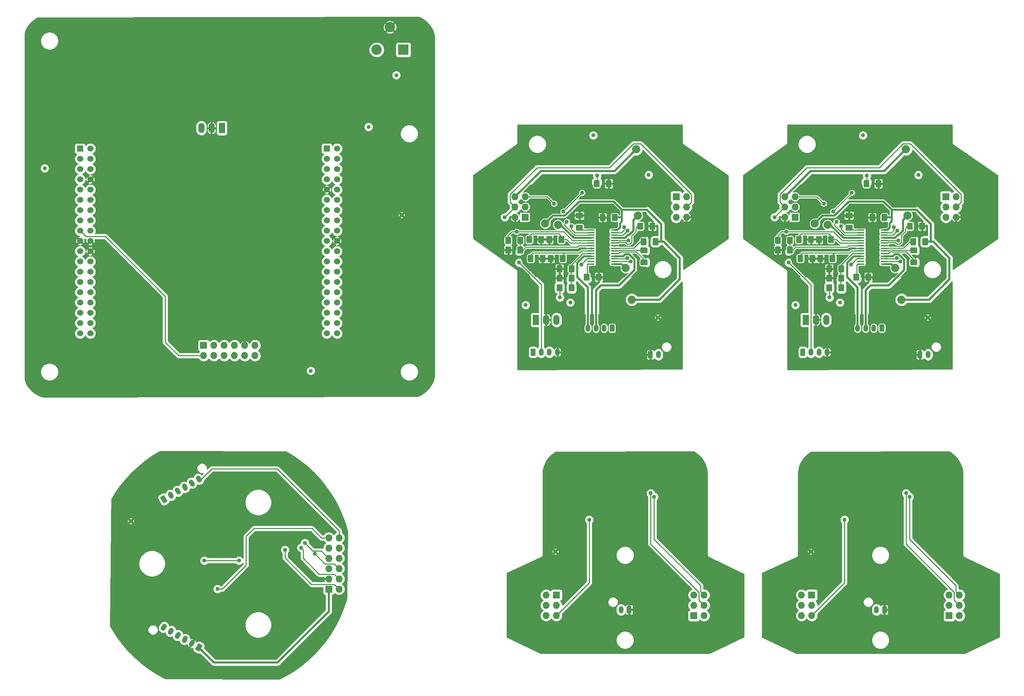
<source format=gbr>
G04 #@! TF.GenerationSoftware,KiCad,Pcbnew,(5.1.5)-3*
G04 #@! TF.CreationDate,2021-05-18T18:36:11+02:00*
G04 #@! TF.ProjectId,MK2EE,4d4b3245-452e-46b6-9963-61645f706362,1*
G04 #@! TF.SameCoordinates,Original*
G04 #@! TF.FileFunction,Copper,L2,Bot*
G04 #@! TF.FilePolarity,Positive*
%FSLAX46Y46*%
G04 Gerber Fmt 4.6, Leading zero omitted, Abs format (unit mm)*
G04 Created by KiCad (PCBNEW (5.1.5)-3) date 2021-05-18 18:36:11*
%MOMM*%
%LPD*%
G04 APERTURE LIST*
%ADD10C,0.500000*%
%ADD11R,3.400000X9.700000*%
%ADD12R,1.800000X0.300000*%
%ADD13C,0.100000*%
%ADD14O,1.500000X2.500000*%
%ADD15R,1.500000X2.500000*%
%ADD16O,1.200000X1.800000*%
%ADD17O,1.727200X1.727200*%
%ADD18R,1.727200X1.727200*%
%ADD19C,1.000000*%
%ADD20C,1.530000*%
%ADD21R,1.530000X1.530000*%
%ADD22C,2.600000*%
%ADD23R,2.600000X2.600000*%
%ADD24C,1.200000*%
%ADD25C,2.032000*%
%ADD26C,1.016000*%
%ADD27C,0.254000*%
%ADD28C,0.508000*%
G04 APERTURE END LIST*
D10*
X250470000Y-94505000D03*
X247870000Y-94505000D03*
X250470000Y-95805000D03*
X247870000Y-95805000D03*
X250470000Y-97105000D03*
X247870000Y-97105000D03*
X250470000Y-98405000D03*
X247870000Y-98405000D03*
X247870000Y-99705000D03*
X250470000Y-99705000D03*
X250470000Y-101005000D03*
X247870000Y-101005000D03*
X250470000Y-102305000D03*
X247870000Y-102305000D03*
X249170000Y-94505000D03*
X249170000Y-95805000D03*
X249170000Y-97105000D03*
X249170000Y-102305000D03*
X249170000Y-101005000D03*
X249170000Y-99705000D03*
X249170000Y-98405000D03*
D11*
X249170000Y-98405000D03*
D12*
X252070000Y-102630000D03*
X252070000Y-101980000D03*
X252070000Y-101330000D03*
X252070000Y-100680000D03*
X252070000Y-100030000D03*
X252070000Y-99380000D03*
X252070000Y-98730000D03*
X252070000Y-98080000D03*
X252070000Y-97430000D03*
X252070000Y-96780000D03*
X252070000Y-96130000D03*
X252070000Y-95480000D03*
X252070000Y-94830000D03*
X252070000Y-94180000D03*
X246270000Y-94180000D03*
X246270000Y-94830000D03*
X246270000Y-95480000D03*
X246270000Y-96130000D03*
X246270000Y-96780000D03*
X246270000Y-97430000D03*
X246270000Y-98080000D03*
X246270000Y-98730000D03*
X246270000Y-99380000D03*
X246270000Y-100030000D03*
X246270000Y-100680000D03*
X246270000Y-101330000D03*
X246270000Y-101980000D03*
X246270000Y-102630000D03*
D10*
X183820000Y-94505000D03*
X181220000Y-94505000D03*
X183820000Y-95805000D03*
X181220000Y-95805000D03*
X183820000Y-97105000D03*
X181220000Y-97105000D03*
X183820000Y-98405000D03*
X181220000Y-98405000D03*
X181220000Y-99705000D03*
X183820000Y-99705000D03*
X183820000Y-101005000D03*
X181220000Y-101005000D03*
X183820000Y-102305000D03*
X181220000Y-102305000D03*
X182520000Y-94505000D03*
X182520000Y-95805000D03*
X182520000Y-97105000D03*
X182520000Y-102305000D03*
X182520000Y-101005000D03*
X182520000Y-99705000D03*
X182520000Y-98405000D03*
D11*
X182520000Y-98405000D03*
D12*
X185420000Y-102630000D03*
X185420000Y-101980000D03*
X185420000Y-101330000D03*
X185420000Y-100680000D03*
X185420000Y-100030000D03*
X185420000Y-99380000D03*
X185420000Y-98730000D03*
X185420000Y-98080000D03*
X185420000Y-97430000D03*
X185420000Y-96780000D03*
X185420000Y-96130000D03*
X185420000Y-95480000D03*
X185420000Y-94830000D03*
X185420000Y-94180000D03*
X179620000Y-94180000D03*
X179620000Y-94830000D03*
X179620000Y-95480000D03*
X179620000Y-96130000D03*
X179620000Y-96780000D03*
X179620000Y-97430000D03*
X179620000Y-98080000D03*
X179620000Y-98730000D03*
X179620000Y-99380000D03*
X179620000Y-100030000D03*
X179620000Y-100680000D03*
X179620000Y-101330000D03*
X179620000Y-101980000D03*
X179620000Y-102630000D03*
G04 #@! TA.AperFunction,SMDPad,CuDef*
D13*
G36*
X251144504Y-81856204D02*
G01*
X251168773Y-81859804D01*
X251192571Y-81865765D01*
X251215671Y-81874030D01*
X251237849Y-81884520D01*
X251258893Y-81897133D01*
X251278598Y-81911747D01*
X251296777Y-81928223D01*
X251313253Y-81946402D01*
X251327867Y-81966107D01*
X251340480Y-81987151D01*
X251350970Y-82009329D01*
X251359235Y-82032429D01*
X251365196Y-82056227D01*
X251368796Y-82080496D01*
X251370000Y-82105000D01*
X251370000Y-83355000D01*
X251368796Y-83379504D01*
X251365196Y-83403773D01*
X251359235Y-83427571D01*
X251350970Y-83450671D01*
X251340480Y-83472849D01*
X251327867Y-83493893D01*
X251313253Y-83513598D01*
X251296777Y-83531777D01*
X251278598Y-83548253D01*
X251258893Y-83562867D01*
X251237849Y-83575480D01*
X251215671Y-83585970D01*
X251192571Y-83594235D01*
X251168773Y-83600196D01*
X251144504Y-83603796D01*
X251120000Y-83605000D01*
X250195000Y-83605000D01*
X250170496Y-83603796D01*
X250146227Y-83600196D01*
X250122429Y-83594235D01*
X250099329Y-83585970D01*
X250077151Y-83575480D01*
X250056107Y-83562867D01*
X250036402Y-83548253D01*
X250018223Y-83531777D01*
X250001747Y-83513598D01*
X249987133Y-83493893D01*
X249974520Y-83472849D01*
X249964030Y-83450671D01*
X249955765Y-83427571D01*
X249949804Y-83403773D01*
X249946204Y-83379504D01*
X249945000Y-83355000D01*
X249945000Y-82105000D01*
X249946204Y-82080496D01*
X249949804Y-82056227D01*
X249955765Y-82032429D01*
X249964030Y-82009329D01*
X249974520Y-81987151D01*
X249987133Y-81966107D01*
X250001747Y-81946402D01*
X250018223Y-81928223D01*
X250036402Y-81911747D01*
X250056107Y-81897133D01*
X250077151Y-81884520D01*
X250099329Y-81874030D01*
X250122429Y-81865765D01*
X250146227Y-81859804D01*
X250170496Y-81856204D01*
X250195000Y-81855000D01*
X251120000Y-81855000D01*
X251144504Y-81856204D01*
G37*
G04 #@! TD.AperFunction*
G04 #@! TA.AperFunction,SMDPad,CuDef*
G36*
X248169504Y-81856204D02*
G01*
X248193773Y-81859804D01*
X248217571Y-81865765D01*
X248240671Y-81874030D01*
X248262849Y-81884520D01*
X248283893Y-81897133D01*
X248303598Y-81911747D01*
X248321777Y-81928223D01*
X248338253Y-81946402D01*
X248352867Y-81966107D01*
X248365480Y-81987151D01*
X248375970Y-82009329D01*
X248384235Y-82032429D01*
X248390196Y-82056227D01*
X248393796Y-82080496D01*
X248395000Y-82105000D01*
X248395000Y-83355000D01*
X248393796Y-83379504D01*
X248390196Y-83403773D01*
X248384235Y-83427571D01*
X248375970Y-83450671D01*
X248365480Y-83472849D01*
X248352867Y-83493893D01*
X248338253Y-83513598D01*
X248321777Y-83531777D01*
X248303598Y-83548253D01*
X248283893Y-83562867D01*
X248262849Y-83575480D01*
X248240671Y-83585970D01*
X248217571Y-83594235D01*
X248193773Y-83600196D01*
X248169504Y-83603796D01*
X248145000Y-83605000D01*
X247220000Y-83605000D01*
X247195496Y-83603796D01*
X247171227Y-83600196D01*
X247147429Y-83594235D01*
X247124329Y-83585970D01*
X247102151Y-83575480D01*
X247081107Y-83562867D01*
X247061402Y-83548253D01*
X247043223Y-83531777D01*
X247026747Y-83513598D01*
X247012133Y-83493893D01*
X246999520Y-83472849D01*
X246989030Y-83450671D01*
X246980765Y-83427571D01*
X246974804Y-83403773D01*
X246971204Y-83379504D01*
X246970000Y-83355000D01*
X246970000Y-82105000D01*
X246971204Y-82080496D01*
X246974804Y-82056227D01*
X246980765Y-82032429D01*
X246989030Y-82009329D01*
X246999520Y-81987151D01*
X247012133Y-81966107D01*
X247026747Y-81946402D01*
X247043223Y-81928223D01*
X247061402Y-81911747D01*
X247081107Y-81897133D01*
X247102151Y-81884520D01*
X247124329Y-81874030D01*
X247147429Y-81865765D01*
X247171227Y-81859804D01*
X247195496Y-81856204D01*
X247220000Y-81855000D01*
X248145000Y-81855000D01*
X248169504Y-81856204D01*
G37*
G04 #@! TD.AperFunction*
G04 #@! TA.AperFunction,SMDPad,CuDef*
G36*
X236784504Y-100346204D02*
G01*
X236808773Y-100349804D01*
X236832571Y-100355765D01*
X236855671Y-100364030D01*
X236877849Y-100374520D01*
X236898893Y-100387133D01*
X236918598Y-100401747D01*
X236936777Y-100418223D01*
X236953253Y-100436402D01*
X236967867Y-100456107D01*
X236980480Y-100477151D01*
X236990970Y-100499329D01*
X236999235Y-100522429D01*
X237005196Y-100546227D01*
X237008796Y-100570496D01*
X237010000Y-100595000D01*
X237010000Y-101845000D01*
X237008796Y-101869504D01*
X237005196Y-101893773D01*
X236999235Y-101917571D01*
X236990970Y-101940671D01*
X236980480Y-101962849D01*
X236967867Y-101983893D01*
X236953253Y-102003598D01*
X236936777Y-102021777D01*
X236918598Y-102038253D01*
X236898893Y-102052867D01*
X236877849Y-102065480D01*
X236855671Y-102075970D01*
X236832571Y-102084235D01*
X236808773Y-102090196D01*
X236784504Y-102093796D01*
X236760000Y-102095000D01*
X235835000Y-102095000D01*
X235810496Y-102093796D01*
X235786227Y-102090196D01*
X235762429Y-102084235D01*
X235739329Y-102075970D01*
X235717151Y-102065480D01*
X235696107Y-102052867D01*
X235676402Y-102038253D01*
X235658223Y-102021777D01*
X235641747Y-102003598D01*
X235627133Y-101983893D01*
X235614520Y-101962849D01*
X235604030Y-101940671D01*
X235595765Y-101917571D01*
X235589804Y-101893773D01*
X235586204Y-101869504D01*
X235585000Y-101845000D01*
X235585000Y-100595000D01*
X235586204Y-100570496D01*
X235589804Y-100546227D01*
X235595765Y-100522429D01*
X235604030Y-100499329D01*
X235614520Y-100477151D01*
X235627133Y-100456107D01*
X235641747Y-100436402D01*
X235658223Y-100418223D01*
X235676402Y-100401747D01*
X235696107Y-100387133D01*
X235717151Y-100374520D01*
X235739329Y-100364030D01*
X235762429Y-100355765D01*
X235786227Y-100349804D01*
X235810496Y-100346204D01*
X235835000Y-100345000D01*
X236760000Y-100345000D01*
X236784504Y-100346204D01*
G37*
G04 #@! TD.AperFunction*
G04 #@! TA.AperFunction,SMDPad,CuDef*
G36*
X239759504Y-100346204D02*
G01*
X239783773Y-100349804D01*
X239807571Y-100355765D01*
X239830671Y-100364030D01*
X239852849Y-100374520D01*
X239873893Y-100387133D01*
X239893598Y-100401747D01*
X239911777Y-100418223D01*
X239928253Y-100436402D01*
X239942867Y-100456107D01*
X239955480Y-100477151D01*
X239965970Y-100499329D01*
X239974235Y-100522429D01*
X239980196Y-100546227D01*
X239983796Y-100570496D01*
X239985000Y-100595000D01*
X239985000Y-101845000D01*
X239983796Y-101869504D01*
X239980196Y-101893773D01*
X239974235Y-101917571D01*
X239965970Y-101940671D01*
X239955480Y-101962849D01*
X239942867Y-101983893D01*
X239928253Y-102003598D01*
X239911777Y-102021777D01*
X239893598Y-102038253D01*
X239873893Y-102052867D01*
X239852849Y-102065480D01*
X239830671Y-102075970D01*
X239807571Y-102084235D01*
X239783773Y-102090196D01*
X239759504Y-102093796D01*
X239735000Y-102095000D01*
X238810000Y-102095000D01*
X238785496Y-102093796D01*
X238761227Y-102090196D01*
X238737429Y-102084235D01*
X238714329Y-102075970D01*
X238692151Y-102065480D01*
X238671107Y-102052867D01*
X238651402Y-102038253D01*
X238633223Y-102021777D01*
X238616747Y-102003598D01*
X238602133Y-101983893D01*
X238589520Y-101962849D01*
X238579030Y-101940671D01*
X238570765Y-101917571D01*
X238564804Y-101893773D01*
X238561204Y-101869504D01*
X238560000Y-101845000D01*
X238560000Y-100595000D01*
X238561204Y-100570496D01*
X238564804Y-100546227D01*
X238570765Y-100522429D01*
X238579030Y-100499329D01*
X238589520Y-100477151D01*
X238602133Y-100456107D01*
X238616747Y-100436402D01*
X238633223Y-100418223D01*
X238651402Y-100401747D01*
X238671107Y-100387133D01*
X238692151Y-100374520D01*
X238714329Y-100364030D01*
X238737429Y-100355765D01*
X238761227Y-100349804D01*
X238785496Y-100346204D01*
X238810000Y-100345000D01*
X239735000Y-100345000D01*
X239759504Y-100346204D01*
G37*
G04 #@! TD.AperFunction*
G04 #@! TA.AperFunction,SMDPad,CuDef*
G36*
X236434504Y-95661204D02*
G01*
X236458773Y-95664804D01*
X236482571Y-95670765D01*
X236505671Y-95679030D01*
X236527849Y-95689520D01*
X236548893Y-95702133D01*
X236568598Y-95716747D01*
X236586777Y-95733223D01*
X236603253Y-95751402D01*
X236617867Y-95771107D01*
X236630480Y-95792151D01*
X236640970Y-95814329D01*
X236649235Y-95837429D01*
X236655196Y-95861227D01*
X236658796Y-95885496D01*
X236660000Y-95910000D01*
X236660000Y-97160000D01*
X236658796Y-97184504D01*
X236655196Y-97208773D01*
X236649235Y-97232571D01*
X236640970Y-97255671D01*
X236630480Y-97277849D01*
X236617867Y-97298893D01*
X236603253Y-97318598D01*
X236586777Y-97336777D01*
X236568598Y-97353253D01*
X236548893Y-97367867D01*
X236527849Y-97380480D01*
X236505671Y-97390970D01*
X236482571Y-97399235D01*
X236458773Y-97405196D01*
X236434504Y-97408796D01*
X236410000Y-97410000D01*
X235485000Y-97410000D01*
X235460496Y-97408796D01*
X235436227Y-97405196D01*
X235412429Y-97399235D01*
X235389329Y-97390970D01*
X235367151Y-97380480D01*
X235346107Y-97367867D01*
X235326402Y-97353253D01*
X235308223Y-97336777D01*
X235291747Y-97318598D01*
X235277133Y-97298893D01*
X235264520Y-97277849D01*
X235254030Y-97255671D01*
X235245765Y-97232571D01*
X235239804Y-97208773D01*
X235236204Y-97184504D01*
X235235000Y-97160000D01*
X235235000Y-95910000D01*
X235236204Y-95885496D01*
X235239804Y-95861227D01*
X235245765Y-95837429D01*
X235254030Y-95814329D01*
X235264520Y-95792151D01*
X235277133Y-95771107D01*
X235291747Y-95751402D01*
X235308223Y-95733223D01*
X235326402Y-95716747D01*
X235346107Y-95702133D01*
X235367151Y-95689520D01*
X235389329Y-95679030D01*
X235412429Y-95670765D01*
X235436227Y-95664804D01*
X235460496Y-95661204D01*
X235485000Y-95660000D01*
X236410000Y-95660000D01*
X236434504Y-95661204D01*
G37*
G04 #@! TD.AperFunction*
G04 #@! TA.AperFunction,SMDPad,CuDef*
G36*
X239409504Y-95661204D02*
G01*
X239433773Y-95664804D01*
X239457571Y-95670765D01*
X239480671Y-95679030D01*
X239502849Y-95689520D01*
X239523893Y-95702133D01*
X239543598Y-95716747D01*
X239561777Y-95733223D01*
X239578253Y-95751402D01*
X239592867Y-95771107D01*
X239605480Y-95792151D01*
X239615970Y-95814329D01*
X239624235Y-95837429D01*
X239630196Y-95861227D01*
X239633796Y-95885496D01*
X239635000Y-95910000D01*
X239635000Y-97160000D01*
X239633796Y-97184504D01*
X239630196Y-97208773D01*
X239624235Y-97232571D01*
X239615970Y-97255671D01*
X239605480Y-97277849D01*
X239592867Y-97298893D01*
X239578253Y-97318598D01*
X239561777Y-97336777D01*
X239543598Y-97353253D01*
X239523893Y-97367867D01*
X239502849Y-97380480D01*
X239480671Y-97390970D01*
X239457571Y-97399235D01*
X239433773Y-97405196D01*
X239409504Y-97408796D01*
X239385000Y-97410000D01*
X238460000Y-97410000D01*
X238435496Y-97408796D01*
X238411227Y-97405196D01*
X238387429Y-97399235D01*
X238364329Y-97390970D01*
X238342151Y-97380480D01*
X238321107Y-97367867D01*
X238301402Y-97353253D01*
X238283223Y-97336777D01*
X238266747Y-97318598D01*
X238252133Y-97298893D01*
X238239520Y-97277849D01*
X238229030Y-97255671D01*
X238220765Y-97232571D01*
X238214804Y-97208773D01*
X238211204Y-97184504D01*
X238210000Y-97160000D01*
X238210000Y-95910000D01*
X238211204Y-95885496D01*
X238214804Y-95861227D01*
X238220765Y-95837429D01*
X238229030Y-95814329D01*
X238239520Y-95792151D01*
X238252133Y-95771107D01*
X238266747Y-95751402D01*
X238283223Y-95733223D01*
X238301402Y-95716747D01*
X238321107Y-95702133D01*
X238342151Y-95689520D01*
X238364329Y-95679030D01*
X238387429Y-95670765D01*
X238411227Y-95664804D01*
X238435496Y-95661204D01*
X238460000Y-95660000D01*
X239385000Y-95660000D01*
X239409504Y-95661204D01*
G37*
G04 #@! TD.AperFunction*
G04 #@! TA.AperFunction,SMDPad,CuDef*
G36*
X249632004Y-90206204D02*
G01*
X249656273Y-90209804D01*
X249680071Y-90215765D01*
X249703171Y-90224030D01*
X249725349Y-90234520D01*
X249746393Y-90247133D01*
X249766098Y-90261747D01*
X249784277Y-90278223D01*
X249800753Y-90296402D01*
X249815367Y-90316107D01*
X249827980Y-90337151D01*
X249838470Y-90359329D01*
X249846735Y-90382429D01*
X249852696Y-90406227D01*
X249856296Y-90430496D01*
X249857500Y-90455000D01*
X249857500Y-91705000D01*
X249856296Y-91729504D01*
X249852696Y-91753773D01*
X249846735Y-91777571D01*
X249838470Y-91800671D01*
X249827980Y-91822849D01*
X249815367Y-91843893D01*
X249800753Y-91863598D01*
X249784277Y-91881777D01*
X249766098Y-91898253D01*
X249746393Y-91912867D01*
X249725349Y-91925480D01*
X249703171Y-91935970D01*
X249680071Y-91944235D01*
X249656273Y-91950196D01*
X249632004Y-91953796D01*
X249607500Y-91955000D01*
X248682500Y-91955000D01*
X248657996Y-91953796D01*
X248633727Y-91950196D01*
X248609929Y-91944235D01*
X248586829Y-91935970D01*
X248564651Y-91925480D01*
X248543607Y-91912867D01*
X248523902Y-91898253D01*
X248505723Y-91881777D01*
X248489247Y-91863598D01*
X248474633Y-91843893D01*
X248462020Y-91822849D01*
X248451530Y-91800671D01*
X248443265Y-91777571D01*
X248437304Y-91753773D01*
X248433704Y-91729504D01*
X248432500Y-91705000D01*
X248432500Y-90455000D01*
X248433704Y-90430496D01*
X248437304Y-90406227D01*
X248443265Y-90382429D01*
X248451530Y-90359329D01*
X248462020Y-90337151D01*
X248474633Y-90316107D01*
X248489247Y-90296402D01*
X248505723Y-90278223D01*
X248523902Y-90261747D01*
X248543607Y-90247133D01*
X248564651Y-90234520D01*
X248586829Y-90224030D01*
X248609929Y-90215765D01*
X248633727Y-90209804D01*
X248657996Y-90206204D01*
X248682500Y-90205000D01*
X249607500Y-90205000D01*
X249632004Y-90206204D01*
G37*
G04 #@! TD.AperFunction*
G04 #@! TA.AperFunction,SMDPad,CuDef*
G36*
X252607004Y-90206204D02*
G01*
X252631273Y-90209804D01*
X252655071Y-90215765D01*
X252678171Y-90224030D01*
X252700349Y-90234520D01*
X252721393Y-90247133D01*
X252741098Y-90261747D01*
X252759277Y-90278223D01*
X252775753Y-90296402D01*
X252790367Y-90316107D01*
X252802980Y-90337151D01*
X252813470Y-90359329D01*
X252821735Y-90382429D01*
X252827696Y-90406227D01*
X252831296Y-90430496D01*
X252832500Y-90455000D01*
X252832500Y-91705000D01*
X252831296Y-91729504D01*
X252827696Y-91753773D01*
X252821735Y-91777571D01*
X252813470Y-91800671D01*
X252802980Y-91822849D01*
X252790367Y-91843893D01*
X252775753Y-91863598D01*
X252759277Y-91881777D01*
X252741098Y-91898253D01*
X252721393Y-91912867D01*
X252700349Y-91925480D01*
X252678171Y-91935970D01*
X252655071Y-91944235D01*
X252631273Y-91950196D01*
X252607004Y-91953796D01*
X252582500Y-91955000D01*
X251657500Y-91955000D01*
X251632996Y-91953796D01*
X251608727Y-91950196D01*
X251584929Y-91944235D01*
X251561829Y-91935970D01*
X251539651Y-91925480D01*
X251518607Y-91912867D01*
X251498902Y-91898253D01*
X251480723Y-91881777D01*
X251464247Y-91863598D01*
X251449633Y-91843893D01*
X251437020Y-91822849D01*
X251426530Y-91800671D01*
X251418265Y-91777571D01*
X251412304Y-91753773D01*
X251408704Y-91729504D01*
X251407500Y-91705000D01*
X251407500Y-90455000D01*
X251408704Y-90430496D01*
X251412304Y-90406227D01*
X251418265Y-90382429D01*
X251426530Y-90359329D01*
X251437020Y-90337151D01*
X251449633Y-90316107D01*
X251464247Y-90296402D01*
X251480723Y-90278223D01*
X251498902Y-90261747D01*
X251518607Y-90247133D01*
X251539651Y-90234520D01*
X251561829Y-90224030D01*
X251584929Y-90215765D01*
X251608727Y-90209804D01*
X251632996Y-90206204D01*
X251657500Y-90205000D01*
X252582500Y-90205000D01*
X252607004Y-90206204D01*
G37*
G04 #@! TD.AperFunction*
G04 #@! TA.AperFunction,SMDPad,CuDef*
G36*
X262704504Y-96201204D02*
G01*
X262728773Y-96204804D01*
X262752571Y-96210765D01*
X262775671Y-96219030D01*
X262797849Y-96229520D01*
X262818893Y-96242133D01*
X262838598Y-96256747D01*
X262856777Y-96273223D01*
X262873253Y-96291402D01*
X262887867Y-96311107D01*
X262900480Y-96332151D01*
X262910970Y-96354329D01*
X262919235Y-96377429D01*
X262925196Y-96401227D01*
X262928796Y-96425496D01*
X262930000Y-96450000D01*
X262930000Y-97700000D01*
X262928796Y-97724504D01*
X262925196Y-97748773D01*
X262919235Y-97772571D01*
X262910970Y-97795671D01*
X262900480Y-97817849D01*
X262887867Y-97838893D01*
X262873253Y-97858598D01*
X262856777Y-97876777D01*
X262838598Y-97893253D01*
X262818893Y-97907867D01*
X262797849Y-97920480D01*
X262775671Y-97930970D01*
X262752571Y-97939235D01*
X262728773Y-97945196D01*
X262704504Y-97948796D01*
X262680000Y-97950000D01*
X261755000Y-97950000D01*
X261730496Y-97948796D01*
X261706227Y-97945196D01*
X261682429Y-97939235D01*
X261659329Y-97930970D01*
X261637151Y-97920480D01*
X261616107Y-97907867D01*
X261596402Y-97893253D01*
X261578223Y-97876777D01*
X261561747Y-97858598D01*
X261547133Y-97838893D01*
X261534520Y-97817849D01*
X261524030Y-97795671D01*
X261515765Y-97772571D01*
X261509804Y-97748773D01*
X261506204Y-97724504D01*
X261505000Y-97700000D01*
X261505000Y-96450000D01*
X261506204Y-96425496D01*
X261509804Y-96401227D01*
X261515765Y-96377429D01*
X261524030Y-96354329D01*
X261534520Y-96332151D01*
X261547133Y-96311107D01*
X261561747Y-96291402D01*
X261578223Y-96273223D01*
X261596402Y-96256747D01*
X261616107Y-96242133D01*
X261637151Y-96229520D01*
X261659329Y-96219030D01*
X261682429Y-96210765D01*
X261706227Y-96204804D01*
X261730496Y-96201204D01*
X261755000Y-96200000D01*
X262680000Y-96200000D01*
X262704504Y-96201204D01*
G37*
G04 #@! TD.AperFunction*
G04 #@! TA.AperFunction,SMDPad,CuDef*
G36*
X259729504Y-96201204D02*
G01*
X259753773Y-96204804D01*
X259777571Y-96210765D01*
X259800671Y-96219030D01*
X259822849Y-96229520D01*
X259843893Y-96242133D01*
X259863598Y-96256747D01*
X259881777Y-96273223D01*
X259898253Y-96291402D01*
X259912867Y-96311107D01*
X259925480Y-96332151D01*
X259935970Y-96354329D01*
X259944235Y-96377429D01*
X259950196Y-96401227D01*
X259953796Y-96425496D01*
X259955000Y-96450000D01*
X259955000Y-97700000D01*
X259953796Y-97724504D01*
X259950196Y-97748773D01*
X259944235Y-97772571D01*
X259935970Y-97795671D01*
X259925480Y-97817849D01*
X259912867Y-97838893D01*
X259898253Y-97858598D01*
X259881777Y-97876777D01*
X259863598Y-97893253D01*
X259843893Y-97907867D01*
X259822849Y-97920480D01*
X259800671Y-97930970D01*
X259777571Y-97939235D01*
X259753773Y-97945196D01*
X259729504Y-97948796D01*
X259705000Y-97950000D01*
X258780000Y-97950000D01*
X258755496Y-97948796D01*
X258731227Y-97945196D01*
X258707429Y-97939235D01*
X258684329Y-97930970D01*
X258662151Y-97920480D01*
X258641107Y-97907867D01*
X258621402Y-97893253D01*
X258603223Y-97876777D01*
X258586747Y-97858598D01*
X258572133Y-97838893D01*
X258559520Y-97817849D01*
X258549030Y-97795671D01*
X258540765Y-97772571D01*
X258534804Y-97748773D01*
X258531204Y-97724504D01*
X258530000Y-97700000D01*
X258530000Y-96450000D01*
X258531204Y-96425496D01*
X258534804Y-96401227D01*
X258540765Y-96377429D01*
X258549030Y-96354329D01*
X258559520Y-96332151D01*
X258572133Y-96311107D01*
X258586747Y-96291402D01*
X258603223Y-96273223D01*
X258621402Y-96256747D01*
X258641107Y-96242133D01*
X258662151Y-96229520D01*
X258684329Y-96219030D01*
X258707429Y-96210765D01*
X258731227Y-96204804D01*
X258755496Y-96201204D01*
X258780000Y-96200000D01*
X259705000Y-96200000D01*
X259729504Y-96201204D01*
G37*
G04 #@! TD.AperFunction*
D14*
X237750000Y-116430000D03*
X235210000Y-116430000D03*
D15*
X232670000Y-116430000D03*
G04 #@! TA.AperFunction,SMDPad,CuDef*
D13*
G36*
X234809504Y-100346204D02*
G01*
X234833773Y-100349804D01*
X234857571Y-100355765D01*
X234880671Y-100364030D01*
X234902849Y-100374520D01*
X234923893Y-100387133D01*
X234943598Y-100401747D01*
X234961777Y-100418223D01*
X234978253Y-100436402D01*
X234992867Y-100456107D01*
X235005480Y-100477151D01*
X235015970Y-100499329D01*
X235024235Y-100522429D01*
X235030196Y-100546227D01*
X235033796Y-100570496D01*
X235035000Y-100595000D01*
X235035000Y-101845000D01*
X235033796Y-101869504D01*
X235030196Y-101893773D01*
X235024235Y-101917571D01*
X235015970Y-101940671D01*
X235005480Y-101962849D01*
X234992867Y-101983893D01*
X234978253Y-102003598D01*
X234961777Y-102021777D01*
X234943598Y-102038253D01*
X234923893Y-102052867D01*
X234902849Y-102065480D01*
X234880671Y-102075970D01*
X234857571Y-102084235D01*
X234833773Y-102090196D01*
X234809504Y-102093796D01*
X234785000Y-102095000D01*
X233860000Y-102095000D01*
X233835496Y-102093796D01*
X233811227Y-102090196D01*
X233787429Y-102084235D01*
X233764329Y-102075970D01*
X233742151Y-102065480D01*
X233721107Y-102052867D01*
X233701402Y-102038253D01*
X233683223Y-102021777D01*
X233666747Y-102003598D01*
X233652133Y-101983893D01*
X233639520Y-101962849D01*
X233629030Y-101940671D01*
X233620765Y-101917571D01*
X233614804Y-101893773D01*
X233611204Y-101869504D01*
X233610000Y-101845000D01*
X233610000Y-100595000D01*
X233611204Y-100570496D01*
X233614804Y-100546227D01*
X233620765Y-100522429D01*
X233629030Y-100499329D01*
X233639520Y-100477151D01*
X233652133Y-100456107D01*
X233666747Y-100436402D01*
X233683223Y-100418223D01*
X233701402Y-100401747D01*
X233721107Y-100387133D01*
X233742151Y-100374520D01*
X233764329Y-100364030D01*
X233787429Y-100355765D01*
X233811227Y-100349804D01*
X233835496Y-100346204D01*
X233860000Y-100345000D01*
X234785000Y-100345000D01*
X234809504Y-100346204D01*
G37*
G04 #@! TD.AperFunction*
G04 #@! TA.AperFunction,SMDPad,CuDef*
G36*
X231834504Y-100346204D02*
G01*
X231858773Y-100349804D01*
X231882571Y-100355765D01*
X231905671Y-100364030D01*
X231927849Y-100374520D01*
X231948893Y-100387133D01*
X231968598Y-100401747D01*
X231986777Y-100418223D01*
X232003253Y-100436402D01*
X232017867Y-100456107D01*
X232030480Y-100477151D01*
X232040970Y-100499329D01*
X232049235Y-100522429D01*
X232055196Y-100546227D01*
X232058796Y-100570496D01*
X232060000Y-100595000D01*
X232060000Y-101845000D01*
X232058796Y-101869504D01*
X232055196Y-101893773D01*
X232049235Y-101917571D01*
X232040970Y-101940671D01*
X232030480Y-101962849D01*
X232017867Y-101983893D01*
X232003253Y-102003598D01*
X231986777Y-102021777D01*
X231968598Y-102038253D01*
X231948893Y-102052867D01*
X231927849Y-102065480D01*
X231905671Y-102075970D01*
X231882571Y-102084235D01*
X231858773Y-102090196D01*
X231834504Y-102093796D01*
X231810000Y-102095000D01*
X230885000Y-102095000D01*
X230860496Y-102093796D01*
X230836227Y-102090196D01*
X230812429Y-102084235D01*
X230789329Y-102075970D01*
X230767151Y-102065480D01*
X230746107Y-102052867D01*
X230726402Y-102038253D01*
X230708223Y-102021777D01*
X230691747Y-102003598D01*
X230677133Y-101983893D01*
X230664520Y-101962849D01*
X230654030Y-101940671D01*
X230645765Y-101917571D01*
X230639804Y-101893773D01*
X230636204Y-101869504D01*
X230635000Y-101845000D01*
X230635000Y-100595000D01*
X230636204Y-100570496D01*
X230639804Y-100546227D01*
X230645765Y-100522429D01*
X230654030Y-100499329D01*
X230664520Y-100477151D01*
X230677133Y-100456107D01*
X230691747Y-100436402D01*
X230708223Y-100418223D01*
X230726402Y-100401747D01*
X230746107Y-100387133D01*
X230767151Y-100374520D01*
X230789329Y-100364030D01*
X230812429Y-100355765D01*
X230836227Y-100349804D01*
X230860496Y-100346204D01*
X230885000Y-100345000D01*
X231810000Y-100345000D01*
X231834504Y-100346204D01*
G37*
G04 #@! TD.AperFunction*
D16*
X245495000Y-118455000D03*
X247495000Y-118455000D03*
X249495000Y-118455000D03*
G04 #@! TA.AperFunction,ComponentPad*
D13*
G36*
X251869505Y-117556204D02*
G01*
X251893773Y-117559804D01*
X251917572Y-117565765D01*
X251940671Y-117574030D01*
X251962850Y-117584520D01*
X251983893Y-117597132D01*
X252003599Y-117611747D01*
X252021777Y-117628223D01*
X252038253Y-117646401D01*
X252052868Y-117666107D01*
X252065480Y-117687150D01*
X252075970Y-117709329D01*
X252084235Y-117732428D01*
X252090196Y-117756227D01*
X252093796Y-117780495D01*
X252095000Y-117804999D01*
X252095000Y-119105001D01*
X252093796Y-119129505D01*
X252090196Y-119153773D01*
X252084235Y-119177572D01*
X252075970Y-119200671D01*
X252065480Y-119222850D01*
X252052868Y-119243893D01*
X252038253Y-119263599D01*
X252021777Y-119281777D01*
X252003599Y-119298253D01*
X251983893Y-119312868D01*
X251962850Y-119325480D01*
X251940671Y-119335970D01*
X251917572Y-119344235D01*
X251893773Y-119350196D01*
X251869505Y-119353796D01*
X251845001Y-119355000D01*
X251144999Y-119355000D01*
X251120495Y-119353796D01*
X251096227Y-119350196D01*
X251072428Y-119344235D01*
X251049329Y-119335970D01*
X251027150Y-119325480D01*
X251006107Y-119312868D01*
X250986401Y-119298253D01*
X250968223Y-119281777D01*
X250951747Y-119263599D01*
X250937132Y-119243893D01*
X250924520Y-119222850D01*
X250914030Y-119200671D01*
X250905765Y-119177572D01*
X250899804Y-119153773D01*
X250896204Y-119129505D01*
X250895000Y-119105001D01*
X250895000Y-117804999D01*
X250896204Y-117780495D01*
X250899804Y-117756227D01*
X250905765Y-117732428D01*
X250914030Y-117709329D01*
X250924520Y-117687150D01*
X250937132Y-117666107D01*
X250951747Y-117646401D01*
X250968223Y-117628223D01*
X250986401Y-117611747D01*
X251006107Y-117597132D01*
X251027150Y-117584520D01*
X251049329Y-117574030D01*
X251072428Y-117565765D01*
X251096227Y-117559804D01*
X251120495Y-117556204D01*
X251144999Y-117555000D01*
X251845001Y-117555000D01*
X251869505Y-117556204D01*
G37*
G04 #@! TD.AperFunction*
G04 #@! TA.AperFunction,SMDPad,CuDef*
G36*
X238969504Y-102906204D02*
G01*
X238993773Y-102909804D01*
X239017571Y-102915765D01*
X239040671Y-102924030D01*
X239062849Y-102934520D01*
X239083893Y-102947133D01*
X239103598Y-102961747D01*
X239121777Y-102978223D01*
X239138253Y-102996402D01*
X239152867Y-103016107D01*
X239165480Y-103037151D01*
X239175970Y-103059329D01*
X239184235Y-103082429D01*
X239190196Y-103106227D01*
X239193796Y-103130496D01*
X239195000Y-103155000D01*
X239195000Y-104405000D01*
X239193796Y-104429504D01*
X239190196Y-104453773D01*
X239184235Y-104477571D01*
X239175970Y-104500671D01*
X239165480Y-104522849D01*
X239152867Y-104543893D01*
X239138253Y-104563598D01*
X239121777Y-104581777D01*
X239103598Y-104598253D01*
X239083893Y-104612867D01*
X239062849Y-104625480D01*
X239040671Y-104635970D01*
X239017571Y-104644235D01*
X238993773Y-104650196D01*
X238969504Y-104653796D01*
X238945000Y-104655000D01*
X238020000Y-104655000D01*
X237995496Y-104653796D01*
X237971227Y-104650196D01*
X237947429Y-104644235D01*
X237924329Y-104635970D01*
X237902151Y-104625480D01*
X237881107Y-104612867D01*
X237861402Y-104598253D01*
X237843223Y-104581777D01*
X237826747Y-104563598D01*
X237812133Y-104543893D01*
X237799520Y-104522849D01*
X237789030Y-104500671D01*
X237780765Y-104477571D01*
X237774804Y-104453773D01*
X237771204Y-104429504D01*
X237770000Y-104405000D01*
X237770000Y-103155000D01*
X237771204Y-103130496D01*
X237774804Y-103106227D01*
X237780765Y-103082429D01*
X237789030Y-103059329D01*
X237799520Y-103037151D01*
X237812133Y-103016107D01*
X237826747Y-102996402D01*
X237843223Y-102978223D01*
X237861402Y-102961747D01*
X237881107Y-102947133D01*
X237902151Y-102934520D01*
X237924329Y-102924030D01*
X237947429Y-102915765D01*
X237971227Y-102909804D01*
X237995496Y-102906204D01*
X238020000Y-102905000D01*
X238945000Y-102905000D01*
X238969504Y-102906204D01*
G37*
G04 #@! TD.AperFunction*
G04 #@! TA.AperFunction,SMDPad,CuDef*
G36*
X241944504Y-102906204D02*
G01*
X241968773Y-102909804D01*
X241992571Y-102915765D01*
X242015671Y-102924030D01*
X242037849Y-102934520D01*
X242058893Y-102947133D01*
X242078598Y-102961747D01*
X242096777Y-102978223D01*
X242113253Y-102996402D01*
X242127867Y-103016107D01*
X242140480Y-103037151D01*
X242150970Y-103059329D01*
X242159235Y-103082429D01*
X242165196Y-103106227D01*
X242168796Y-103130496D01*
X242170000Y-103155000D01*
X242170000Y-104405000D01*
X242168796Y-104429504D01*
X242165196Y-104453773D01*
X242159235Y-104477571D01*
X242150970Y-104500671D01*
X242140480Y-104522849D01*
X242127867Y-104543893D01*
X242113253Y-104563598D01*
X242096777Y-104581777D01*
X242078598Y-104598253D01*
X242058893Y-104612867D01*
X242037849Y-104625480D01*
X242015671Y-104635970D01*
X241992571Y-104644235D01*
X241968773Y-104650196D01*
X241944504Y-104653796D01*
X241920000Y-104655000D01*
X240995000Y-104655000D01*
X240970496Y-104653796D01*
X240946227Y-104650196D01*
X240922429Y-104644235D01*
X240899329Y-104635970D01*
X240877151Y-104625480D01*
X240856107Y-104612867D01*
X240836402Y-104598253D01*
X240818223Y-104581777D01*
X240801747Y-104563598D01*
X240787133Y-104543893D01*
X240774520Y-104522849D01*
X240764030Y-104500671D01*
X240755765Y-104477571D01*
X240749804Y-104453773D01*
X240746204Y-104429504D01*
X240745000Y-104405000D01*
X240745000Y-103155000D01*
X240746204Y-103130496D01*
X240749804Y-103106227D01*
X240755765Y-103082429D01*
X240764030Y-103059329D01*
X240774520Y-103037151D01*
X240787133Y-103016107D01*
X240801747Y-102996402D01*
X240818223Y-102978223D01*
X240836402Y-102961747D01*
X240856107Y-102947133D01*
X240877151Y-102934520D01*
X240899329Y-102924030D01*
X240922429Y-102915765D01*
X240946227Y-102909804D01*
X240970496Y-102906204D01*
X240995000Y-102905000D01*
X241920000Y-102905000D01*
X241944504Y-102906204D01*
G37*
G04 #@! TD.AperFunction*
G04 #@! TA.AperFunction,SMDPad,CuDef*
G36*
X238969504Y-107606204D02*
G01*
X238993773Y-107609804D01*
X239017571Y-107615765D01*
X239040671Y-107624030D01*
X239062849Y-107634520D01*
X239083893Y-107647133D01*
X239103598Y-107661747D01*
X239121777Y-107678223D01*
X239138253Y-107696402D01*
X239152867Y-107716107D01*
X239165480Y-107737151D01*
X239175970Y-107759329D01*
X239184235Y-107782429D01*
X239190196Y-107806227D01*
X239193796Y-107830496D01*
X239195000Y-107855000D01*
X239195000Y-109105000D01*
X239193796Y-109129504D01*
X239190196Y-109153773D01*
X239184235Y-109177571D01*
X239175970Y-109200671D01*
X239165480Y-109222849D01*
X239152867Y-109243893D01*
X239138253Y-109263598D01*
X239121777Y-109281777D01*
X239103598Y-109298253D01*
X239083893Y-109312867D01*
X239062849Y-109325480D01*
X239040671Y-109335970D01*
X239017571Y-109344235D01*
X238993773Y-109350196D01*
X238969504Y-109353796D01*
X238945000Y-109355000D01*
X238020000Y-109355000D01*
X237995496Y-109353796D01*
X237971227Y-109350196D01*
X237947429Y-109344235D01*
X237924329Y-109335970D01*
X237902151Y-109325480D01*
X237881107Y-109312867D01*
X237861402Y-109298253D01*
X237843223Y-109281777D01*
X237826747Y-109263598D01*
X237812133Y-109243893D01*
X237799520Y-109222849D01*
X237789030Y-109200671D01*
X237780765Y-109177571D01*
X237774804Y-109153773D01*
X237771204Y-109129504D01*
X237770000Y-109105000D01*
X237770000Y-107855000D01*
X237771204Y-107830496D01*
X237774804Y-107806227D01*
X237780765Y-107782429D01*
X237789030Y-107759329D01*
X237799520Y-107737151D01*
X237812133Y-107716107D01*
X237826747Y-107696402D01*
X237843223Y-107678223D01*
X237861402Y-107661747D01*
X237881107Y-107647133D01*
X237902151Y-107634520D01*
X237924329Y-107624030D01*
X237947429Y-107615765D01*
X237971227Y-107609804D01*
X237995496Y-107606204D01*
X238020000Y-107605000D01*
X238945000Y-107605000D01*
X238969504Y-107606204D01*
G37*
G04 #@! TD.AperFunction*
G04 #@! TA.AperFunction,SMDPad,CuDef*
G36*
X241944504Y-107606204D02*
G01*
X241968773Y-107609804D01*
X241992571Y-107615765D01*
X242015671Y-107624030D01*
X242037849Y-107634520D01*
X242058893Y-107647133D01*
X242078598Y-107661747D01*
X242096777Y-107678223D01*
X242113253Y-107696402D01*
X242127867Y-107716107D01*
X242140480Y-107737151D01*
X242150970Y-107759329D01*
X242159235Y-107782429D01*
X242165196Y-107806227D01*
X242168796Y-107830496D01*
X242170000Y-107855000D01*
X242170000Y-109105000D01*
X242168796Y-109129504D01*
X242165196Y-109153773D01*
X242159235Y-109177571D01*
X242150970Y-109200671D01*
X242140480Y-109222849D01*
X242127867Y-109243893D01*
X242113253Y-109263598D01*
X242096777Y-109281777D01*
X242078598Y-109298253D01*
X242058893Y-109312867D01*
X242037849Y-109325480D01*
X242015671Y-109335970D01*
X241992571Y-109344235D01*
X241968773Y-109350196D01*
X241944504Y-109353796D01*
X241920000Y-109355000D01*
X240995000Y-109355000D01*
X240970496Y-109353796D01*
X240946227Y-109350196D01*
X240922429Y-109344235D01*
X240899329Y-109335970D01*
X240877151Y-109325480D01*
X240856107Y-109312867D01*
X240836402Y-109298253D01*
X240818223Y-109281777D01*
X240801747Y-109263598D01*
X240787133Y-109243893D01*
X240774520Y-109222849D01*
X240764030Y-109200671D01*
X240755765Y-109177571D01*
X240749804Y-109153773D01*
X240746204Y-109129504D01*
X240745000Y-109105000D01*
X240745000Y-107855000D01*
X240746204Y-107830496D01*
X240749804Y-107806227D01*
X240755765Y-107782429D01*
X240764030Y-107759329D01*
X240774520Y-107737151D01*
X240787133Y-107716107D01*
X240801747Y-107696402D01*
X240818223Y-107678223D01*
X240836402Y-107661747D01*
X240856107Y-107647133D01*
X240877151Y-107634520D01*
X240899329Y-107624030D01*
X240922429Y-107615765D01*
X240946227Y-107609804D01*
X240970496Y-107606204D01*
X240995000Y-107605000D01*
X241920000Y-107605000D01*
X241944504Y-107606204D01*
G37*
G04 #@! TD.AperFunction*
D16*
X262920000Y-125030000D03*
G04 #@! TA.AperFunction,ComponentPad*
D13*
G36*
X261294505Y-124131204D02*
G01*
X261318773Y-124134804D01*
X261342572Y-124140765D01*
X261365671Y-124149030D01*
X261387850Y-124159520D01*
X261408893Y-124172132D01*
X261428599Y-124186747D01*
X261446777Y-124203223D01*
X261463253Y-124221401D01*
X261477868Y-124241107D01*
X261490480Y-124262150D01*
X261500970Y-124284329D01*
X261509235Y-124307428D01*
X261515196Y-124331227D01*
X261518796Y-124355495D01*
X261520000Y-124379999D01*
X261520000Y-125680001D01*
X261518796Y-125704505D01*
X261515196Y-125728773D01*
X261509235Y-125752572D01*
X261500970Y-125775671D01*
X261490480Y-125797850D01*
X261477868Y-125818893D01*
X261463253Y-125838599D01*
X261446777Y-125856777D01*
X261428599Y-125873253D01*
X261408893Y-125887868D01*
X261387850Y-125900480D01*
X261365671Y-125910970D01*
X261342572Y-125919235D01*
X261318773Y-125925196D01*
X261294505Y-125928796D01*
X261270001Y-125930000D01*
X260569999Y-125930000D01*
X260545495Y-125928796D01*
X260521227Y-125925196D01*
X260497428Y-125919235D01*
X260474329Y-125910970D01*
X260452150Y-125900480D01*
X260431107Y-125887868D01*
X260411401Y-125873253D01*
X260393223Y-125856777D01*
X260376747Y-125838599D01*
X260362132Y-125818893D01*
X260349520Y-125797850D01*
X260339030Y-125775671D01*
X260330765Y-125752572D01*
X260324804Y-125728773D01*
X260321204Y-125704505D01*
X260320000Y-125680001D01*
X260320000Y-124379999D01*
X260321204Y-124355495D01*
X260324804Y-124331227D01*
X260330765Y-124307428D01*
X260339030Y-124284329D01*
X260349520Y-124262150D01*
X260362132Y-124241107D01*
X260376747Y-124221401D01*
X260393223Y-124203223D01*
X260411401Y-124186747D01*
X260431107Y-124172132D01*
X260452150Y-124159520D01*
X260474329Y-124149030D01*
X260497428Y-124140765D01*
X260521227Y-124134804D01*
X260545495Y-124131204D01*
X260569999Y-124130000D01*
X261270001Y-124130000D01*
X261294505Y-124131204D01*
G37*
G04 #@! TD.AperFunction*
G04 #@! TA.AperFunction,SMDPad,CuDef*
G36*
X260019504Y-101491204D02*
G01*
X260043773Y-101494804D01*
X260067571Y-101500765D01*
X260090671Y-101509030D01*
X260112849Y-101519520D01*
X260133893Y-101532133D01*
X260153598Y-101546747D01*
X260171777Y-101563223D01*
X260188253Y-101581402D01*
X260202867Y-101601107D01*
X260215480Y-101622151D01*
X260225970Y-101644329D01*
X260234235Y-101667429D01*
X260240196Y-101691227D01*
X260243796Y-101715496D01*
X260245000Y-101740000D01*
X260245000Y-102665000D01*
X260243796Y-102689504D01*
X260240196Y-102713773D01*
X260234235Y-102737571D01*
X260225970Y-102760671D01*
X260215480Y-102782849D01*
X260202867Y-102803893D01*
X260188253Y-102823598D01*
X260171777Y-102841777D01*
X260153598Y-102858253D01*
X260133893Y-102872867D01*
X260112849Y-102885480D01*
X260090671Y-102895970D01*
X260067571Y-102904235D01*
X260043773Y-102910196D01*
X260019504Y-102913796D01*
X259995000Y-102915000D01*
X258745000Y-102915000D01*
X258720496Y-102913796D01*
X258696227Y-102910196D01*
X258672429Y-102904235D01*
X258649329Y-102895970D01*
X258627151Y-102885480D01*
X258606107Y-102872867D01*
X258586402Y-102858253D01*
X258568223Y-102841777D01*
X258551747Y-102823598D01*
X258537133Y-102803893D01*
X258524520Y-102782849D01*
X258514030Y-102760671D01*
X258505765Y-102737571D01*
X258499804Y-102713773D01*
X258496204Y-102689504D01*
X258495000Y-102665000D01*
X258495000Y-101740000D01*
X258496204Y-101715496D01*
X258499804Y-101691227D01*
X258505765Y-101667429D01*
X258514030Y-101644329D01*
X258524520Y-101622151D01*
X258537133Y-101601107D01*
X258551747Y-101581402D01*
X258568223Y-101563223D01*
X258586402Y-101546747D01*
X258606107Y-101532133D01*
X258627151Y-101519520D01*
X258649329Y-101509030D01*
X258672429Y-101500765D01*
X258696227Y-101494804D01*
X258720496Y-101491204D01*
X258745000Y-101490000D01*
X259995000Y-101490000D01*
X260019504Y-101491204D01*
G37*
G04 #@! TD.AperFunction*
G04 #@! TA.AperFunction,SMDPad,CuDef*
G36*
X260019504Y-98516204D02*
G01*
X260043773Y-98519804D01*
X260067571Y-98525765D01*
X260090671Y-98534030D01*
X260112849Y-98544520D01*
X260133893Y-98557133D01*
X260153598Y-98571747D01*
X260171777Y-98588223D01*
X260188253Y-98606402D01*
X260202867Y-98626107D01*
X260215480Y-98647151D01*
X260225970Y-98669329D01*
X260234235Y-98692429D01*
X260240196Y-98716227D01*
X260243796Y-98740496D01*
X260245000Y-98765000D01*
X260245000Y-99690000D01*
X260243796Y-99714504D01*
X260240196Y-99738773D01*
X260234235Y-99762571D01*
X260225970Y-99785671D01*
X260215480Y-99807849D01*
X260202867Y-99828893D01*
X260188253Y-99848598D01*
X260171777Y-99866777D01*
X260153598Y-99883253D01*
X260133893Y-99897867D01*
X260112849Y-99910480D01*
X260090671Y-99920970D01*
X260067571Y-99929235D01*
X260043773Y-99935196D01*
X260019504Y-99938796D01*
X259995000Y-99940000D01*
X258745000Y-99940000D01*
X258720496Y-99938796D01*
X258696227Y-99935196D01*
X258672429Y-99929235D01*
X258649329Y-99920970D01*
X258627151Y-99910480D01*
X258606107Y-99897867D01*
X258586402Y-99883253D01*
X258568223Y-99866777D01*
X258551747Y-99848598D01*
X258537133Y-99828893D01*
X258524520Y-99807849D01*
X258514030Y-99785671D01*
X258505765Y-99762571D01*
X258499804Y-99738773D01*
X258496204Y-99714504D01*
X258495000Y-99690000D01*
X258495000Y-98765000D01*
X258496204Y-98740496D01*
X258499804Y-98716227D01*
X258505765Y-98692429D01*
X258514030Y-98669329D01*
X258524520Y-98647151D01*
X258537133Y-98626107D01*
X258551747Y-98606402D01*
X258568223Y-98588223D01*
X258586402Y-98571747D01*
X258606107Y-98557133D01*
X258627151Y-98544520D01*
X258649329Y-98534030D01*
X258672429Y-98525765D01*
X258696227Y-98519804D01*
X258720496Y-98516204D01*
X258745000Y-98515000D01*
X259995000Y-98515000D01*
X260019504Y-98516204D01*
G37*
G04 #@! TD.AperFunction*
G04 #@! TA.AperFunction,SMDPad,CuDef*
G36*
X229264504Y-98261204D02*
G01*
X229288773Y-98264804D01*
X229312571Y-98270765D01*
X229335671Y-98279030D01*
X229357849Y-98289520D01*
X229378893Y-98302133D01*
X229398598Y-98316747D01*
X229416777Y-98333223D01*
X229433253Y-98351402D01*
X229447867Y-98371107D01*
X229460480Y-98392151D01*
X229470970Y-98414329D01*
X229479235Y-98437429D01*
X229485196Y-98461227D01*
X229488796Y-98485496D01*
X229490000Y-98510000D01*
X229490000Y-99760000D01*
X229488796Y-99784504D01*
X229485196Y-99808773D01*
X229479235Y-99832571D01*
X229470970Y-99855671D01*
X229460480Y-99877849D01*
X229447867Y-99898893D01*
X229433253Y-99918598D01*
X229416777Y-99936777D01*
X229398598Y-99953253D01*
X229378893Y-99967867D01*
X229357849Y-99980480D01*
X229335671Y-99990970D01*
X229312571Y-99999235D01*
X229288773Y-100005196D01*
X229264504Y-100008796D01*
X229240000Y-100010000D01*
X228315000Y-100010000D01*
X228290496Y-100008796D01*
X228266227Y-100005196D01*
X228242429Y-99999235D01*
X228219329Y-99990970D01*
X228197151Y-99980480D01*
X228176107Y-99967867D01*
X228156402Y-99953253D01*
X228138223Y-99936777D01*
X228121747Y-99918598D01*
X228107133Y-99898893D01*
X228094520Y-99877849D01*
X228084030Y-99855671D01*
X228075765Y-99832571D01*
X228069804Y-99808773D01*
X228066204Y-99784504D01*
X228065000Y-99760000D01*
X228065000Y-98510000D01*
X228066204Y-98485496D01*
X228069804Y-98461227D01*
X228075765Y-98437429D01*
X228084030Y-98414329D01*
X228094520Y-98392151D01*
X228107133Y-98371107D01*
X228121747Y-98351402D01*
X228138223Y-98333223D01*
X228156402Y-98316747D01*
X228176107Y-98302133D01*
X228197151Y-98289520D01*
X228219329Y-98279030D01*
X228242429Y-98270765D01*
X228266227Y-98264804D01*
X228290496Y-98261204D01*
X228315000Y-98260000D01*
X229240000Y-98260000D01*
X229264504Y-98261204D01*
G37*
G04 #@! TD.AperFunction*
G04 #@! TA.AperFunction,SMDPad,CuDef*
G36*
X226289504Y-98261204D02*
G01*
X226313773Y-98264804D01*
X226337571Y-98270765D01*
X226360671Y-98279030D01*
X226382849Y-98289520D01*
X226403893Y-98302133D01*
X226423598Y-98316747D01*
X226441777Y-98333223D01*
X226458253Y-98351402D01*
X226472867Y-98371107D01*
X226485480Y-98392151D01*
X226495970Y-98414329D01*
X226504235Y-98437429D01*
X226510196Y-98461227D01*
X226513796Y-98485496D01*
X226515000Y-98510000D01*
X226515000Y-99760000D01*
X226513796Y-99784504D01*
X226510196Y-99808773D01*
X226504235Y-99832571D01*
X226495970Y-99855671D01*
X226485480Y-99877849D01*
X226472867Y-99898893D01*
X226458253Y-99918598D01*
X226441777Y-99936777D01*
X226423598Y-99953253D01*
X226403893Y-99967867D01*
X226382849Y-99980480D01*
X226360671Y-99990970D01*
X226337571Y-99999235D01*
X226313773Y-100005196D01*
X226289504Y-100008796D01*
X226265000Y-100010000D01*
X225340000Y-100010000D01*
X225315496Y-100008796D01*
X225291227Y-100005196D01*
X225267429Y-99999235D01*
X225244329Y-99990970D01*
X225222151Y-99980480D01*
X225201107Y-99967867D01*
X225181402Y-99953253D01*
X225163223Y-99936777D01*
X225146747Y-99918598D01*
X225132133Y-99898893D01*
X225119520Y-99877849D01*
X225109030Y-99855671D01*
X225100765Y-99832571D01*
X225094804Y-99808773D01*
X225091204Y-99784504D01*
X225090000Y-99760000D01*
X225090000Y-98510000D01*
X225091204Y-98485496D01*
X225094804Y-98461227D01*
X225100765Y-98437429D01*
X225109030Y-98414329D01*
X225119520Y-98392151D01*
X225132133Y-98371107D01*
X225146747Y-98351402D01*
X225163223Y-98333223D01*
X225181402Y-98316747D01*
X225201107Y-98302133D01*
X225222151Y-98289520D01*
X225244329Y-98279030D01*
X225267429Y-98270765D01*
X225291227Y-98264804D01*
X225315496Y-98261204D01*
X225340000Y-98260000D01*
X226265000Y-98260000D01*
X226289504Y-98261204D01*
G37*
G04 #@! TD.AperFunction*
G04 #@! TA.AperFunction,SMDPad,CuDef*
G36*
X226289504Y-95861204D02*
G01*
X226313773Y-95864804D01*
X226337571Y-95870765D01*
X226360671Y-95879030D01*
X226382849Y-95889520D01*
X226403893Y-95902133D01*
X226423598Y-95916747D01*
X226441777Y-95933223D01*
X226458253Y-95951402D01*
X226472867Y-95971107D01*
X226485480Y-95992151D01*
X226495970Y-96014329D01*
X226504235Y-96037429D01*
X226510196Y-96061227D01*
X226513796Y-96085496D01*
X226515000Y-96110000D01*
X226515000Y-97360000D01*
X226513796Y-97384504D01*
X226510196Y-97408773D01*
X226504235Y-97432571D01*
X226495970Y-97455671D01*
X226485480Y-97477849D01*
X226472867Y-97498893D01*
X226458253Y-97518598D01*
X226441777Y-97536777D01*
X226423598Y-97553253D01*
X226403893Y-97567867D01*
X226382849Y-97580480D01*
X226360671Y-97590970D01*
X226337571Y-97599235D01*
X226313773Y-97605196D01*
X226289504Y-97608796D01*
X226265000Y-97610000D01*
X225340000Y-97610000D01*
X225315496Y-97608796D01*
X225291227Y-97605196D01*
X225267429Y-97599235D01*
X225244329Y-97590970D01*
X225222151Y-97580480D01*
X225201107Y-97567867D01*
X225181402Y-97553253D01*
X225163223Y-97536777D01*
X225146747Y-97518598D01*
X225132133Y-97498893D01*
X225119520Y-97477849D01*
X225109030Y-97455671D01*
X225100765Y-97432571D01*
X225094804Y-97408773D01*
X225091204Y-97384504D01*
X225090000Y-97360000D01*
X225090000Y-96110000D01*
X225091204Y-96085496D01*
X225094804Y-96061227D01*
X225100765Y-96037429D01*
X225109030Y-96014329D01*
X225119520Y-95992151D01*
X225132133Y-95971107D01*
X225146747Y-95951402D01*
X225163223Y-95933223D01*
X225181402Y-95916747D01*
X225201107Y-95902133D01*
X225222151Y-95889520D01*
X225244329Y-95879030D01*
X225267429Y-95870765D01*
X225291227Y-95864804D01*
X225315496Y-95861204D01*
X225340000Y-95860000D01*
X226265000Y-95860000D01*
X226289504Y-95861204D01*
G37*
G04 #@! TD.AperFunction*
G04 #@! TA.AperFunction,SMDPad,CuDef*
G36*
X229264504Y-95861204D02*
G01*
X229288773Y-95864804D01*
X229312571Y-95870765D01*
X229335671Y-95879030D01*
X229357849Y-95889520D01*
X229378893Y-95902133D01*
X229398598Y-95916747D01*
X229416777Y-95933223D01*
X229433253Y-95951402D01*
X229447867Y-95971107D01*
X229460480Y-95992151D01*
X229470970Y-96014329D01*
X229479235Y-96037429D01*
X229485196Y-96061227D01*
X229488796Y-96085496D01*
X229490000Y-96110000D01*
X229490000Y-97360000D01*
X229488796Y-97384504D01*
X229485196Y-97408773D01*
X229479235Y-97432571D01*
X229470970Y-97455671D01*
X229460480Y-97477849D01*
X229447867Y-97498893D01*
X229433253Y-97518598D01*
X229416777Y-97536777D01*
X229398598Y-97553253D01*
X229378893Y-97567867D01*
X229357849Y-97580480D01*
X229335671Y-97590970D01*
X229312571Y-97599235D01*
X229288773Y-97605196D01*
X229264504Y-97608796D01*
X229240000Y-97610000D01*
X228315000Y-97610000D01*
X228290496Y-97608796D01*
X228266227Y-97605196D01*
X228242429Y-97599235D01*
X228219329Y-97590970D01*
X228197151Y-97580480D01*
X228176107Y-97567867D01*
X228156402Y-97553253D01*
X228138223Y-97536777D01*
X228121747Y-97518598D01*
X228107133Y-97498893D01*
X228094520Y-97477849D01*
X228084030Y-97455671D01*
X228075765Y-97432571D01*
X228069804Y-97408773D01*
X228066204Y-97384504D01*
X228065000Y-97360000D01*
X228065000Y-96110000D01*
X228066204Y-96085496D01*
X228069804Y-96061227D01*
X228075765Y-96037429D01*
X228084030Y-96014329D01*
X228094520Y-95992151D01*
X228107133Y-95971107D01*
X228121747Y-95951402D01*
X228138223Y-95933223D01*
X228156402Y-95916747D01*
X228176107Y-95902133D01*
X228197151Y-95889520D01*
X228219329Y-95879030D01*
X228242429Y-95870765D01*
X228266227Y-95864804D01*
X228290496Y-95861204D01*
X228315000Y-95860000D01*
X229240000Y-95860000D01*
X229264504Y-95861204D01*
G37*
G04 #@! TD.AperFunction*
G04 #@! TA.AperFunction,SMDPad,CuDef*
G36*
X241944504Y-105231204D02*
G01*
X241968773Y-105234804D01*
X241992571Y-105240765D01*
X242015671Y-105249030D01*
X242037849Y-105259520D01*
X242058893Y-105272133D01*
X242078598Y-105286747D01*
X242096777Y-105303223D01*
X242113253Y-105321402D01*
X242127867Y-105341107D01*
X242140480Y-105362151D01*
X242150970Y-105384329D01*
X242159235Y-105407429D01*
X242165196Y-105431227D01*
X242168796Y-105455496D01*
X242170000Y-105480000D01*
X242170000Y-106730000D01*
X242168796Y-106754504D01*
X242165196Y-106778773D01*
X242159235Y-106802571D01*
X242150970Y-106825671D01*
X242140480Y-106847849D01*
X242127867Y-106868893D01*
X242113253Y-106888598D01*
X242096777Y-106906777D01*
X242078598Y-106923253D01*
X242058893Y-106937867D01*
X242037849Y-106950480D01*
X242015671Y-106960970D01*
X241992571Y-106969235D01*
X241968773Y-106975196D01*
X241944504Y-106978796D01*
X241920000Y-106980000D01*
X240995000Y-106980000D01*
X240970496Y-106978796D01*
X240946227Y-106975196D01*
X240922429Y-106969235D01*
X240899329Y-106960970D01*
X240877151Y-106950480D01*
X240856107Y-106937867D01*
X240836402Y-106923253D01*
X240818223Y-106906777D01*
X240801747Y-106888598D01*
X240787133Y-106868893D01*
X240774520Y-106847849D01*
X240764030Y-106825671D01*
X240755765Y-106802571D01*
X240749804Y-106778773D01*
X240746204Y-106754504D01*
X240745000Y-106730000D01*
X240745000Y-105480000D01*
X240746204Y-105455496D01*
X240749804Y-105431227D01*
X240755765Y-105407429D01*
X240764030Y-105384329D01*
X240774520Y-105362151D01*
X240787133Y-105341107D01*
X240801747Y-105321402D01*
X240818223Y-105303223D01*
X240836402Y-105286747D01*
X240856107Y-105272133D01*
X240877151Y-105259520D01*
X240899329Y-105249030D01*
X240922429Y-105240765D01*
X240946227Y-105234804D01*
X240970496Y-105231204D01*
X240995000Y-105230000D01*
X241920000Y-105230000D01*
X241944504Y-105231204D01*
G37*
G04 #@! TD.AperFunction*
G04 #@! TA.AperFunction,SMDPad,CuDef*
G36*
X238969504Y-105231204D02*
G01*
X238993773Y-105234804D01*
X239017571Y-105240765D01*
X239040671Y-105249030D01*
X239062849Y-105259520D01*
X239083893Y-105272133D01*
X239103598Y-105286747D01*
X239121777Y-105303223D01*
X239138253Y-105321402D01*
X239152867Y-105341107D01*
X239165480Y-105362151D01*
X239175970Y-105384329D01*
X239184235Y-105407429D01*
X239190196Y-105431227D01*
X239193796Y-105455496D01*
X239195000Y-105480000D01*
X239195000Y-106730000D01*
X239193796Y-106754504D01*
X239190196Y-106778773D01*
X239184235Y-106802571D01*
X239175970Y-106825671D01*
X239165480Y-106847849D01*
X239152867Y-106868893D01*
X239138253Y-106888598D01*
X239121777Y-106906777D01*
X239103598Y-106923253D01*
X239083893Y-106937867D01*
X239062849Y-106950480D01*
X239040671Y-106960970D01*
X239017571Y-106969235D01*
X238993773Y-106975196D01*
X238969504Y-106978796D01*
X238945000Y-106980000D01*
X238020000Y-106980000D01*
X237995496Y-106978796D01*
X237971227Y-106975196D01*
X237947429Y-106969235D01*
X237924329Y-106960970D01*
X237902151Y-106950480D01*
X237881107Y-106937867D01*
X237861402Y-106923253D01*
X237843223Y-106906777D01*
X237826747Y-106888598D01*
X237812133Y-106868893D01*
X237799520Y-106847849D01*
X237789030Y-106825671D01*
X237780765Y-106802571D01*
X237774804Y-106778773D01*
X237771204Y-106754504D01*
X237770000Y-106730000D01*
X237770000Y-105480000D01*
X237771204Y-105455496D01*
X237774804Y-105431227D01*
X237780765Y-105407429D01*
X237789030Y-105384329D01*
X237799520Y-105362151D01*
X237812133Y-105341107D01*
X237826747Y-105321402D01*
X237843223Y-105303223D01*
X237861402Y-105286747D01*
X237881107Y-105272133D01*
X237902151Y-105259520D01*
X237924329Y-105249030D01*
X237947429Y-105240765D01*
X237971227Y-105234804D01*
X237995496Y-105231204D01*
X238020000Y-105230000D01*
X238945000Y-105230000D01*
X238969504Y-105231204D01*
G37*
G04 #@! TD.AperFunction*
D17*
X269860000Y-91035000D03*
X267320000Y-91035000D03*
X269860000Y-88495000D03*
X267320000Y-88495000D03*
X269860000Y-85955000D03*
D18*
X267320000Y-85955000D03*
G04 #@! TA.AperFunction,SMDPad,CuDef*
D13*
G36*
X261904504Y-92361204D02*
G01*
X261928773Y-92364804D01*
X261952571Y-92370765D01*
X261975671Y-92379030D01*
X261997849Y-92389520D01*
X262018893Y-92402133D01*
X262038598Y-92416747D01*
X262056777Y-92433223D01*
X262073253Y-92451402D01*
X262087867Y-92471107D01*
X262100480Y-92492151D01*
X262110970Y-92514329D01*
X262119235Y-92537429D01*
X262125196Y-92561227D01*
X262128796Y-92585496D01*
X262130000Y-92610000D01*
X262130000Y-93860000D01*
X262128796Y-93884504D01*
X262125196Y-93908773D01*
X262119235Y-93932571D01*
X262110970Y-93955671D01*
X262100480Y-93977849D01*
X262087867Y-93998893D01*
X262073253Y-94018598D01*
X262056777Y-94036777D01*
X262038598Y-94053253D01*
X262018893Y-94067867D01*
X261997849Y-94080480D01*
X261975671Y-94090970D01*
X261952571Y-94099235D01*
X261928773Y-94105196D01*
X261904504Y-94108796D01*
X261880000Y-94110000D01*
X260955000Y-94110000D01*
X260930496Y-94108796D01*
X260906227Y-94105196D01*
X260882429Y-94099235D01*
X260859329Y-94090970D01*
X260837151Y-94080480D01*
X260816107Y-94067867D01*
X260796402Y-94053253D01*
X260778223Y-94036777D01*
X260761747Y-94018598D01*
X260747133Y-93998893D01*
X260734520Y-93977849D01*
X260724030Y-93955671D01*
X260715765Y-93932571D01*
X260709804Y-93908773D01*
X260706204Y-93884504D01*
X260705000Y-93860000D01*
X260705000Y-92610000D01*
X260706204Y-92585496D01*
X260709804Y-92561227D01*
X260715765Y-92537429D01*
X260724030Y-92514329D01*
X260734520Y-92492151D01*
X260747133Y-92471107D01*
X260761747Y-92451402D01*
X260778223Y-92433223D01*
X260796402Y-92416747D01*
X260816107Y-92402133D01*
X260837151Y-92389520D01*
X260859329Y-92379030D01*
X260882429Y-92370765D01*
X260906227Y-92364804D01*
X260930496Y-92361204D01*
X260955000Y-92360000D01*
X261880000Y-92360000D01*
X261904504Y-92361204D01*
G37*
G04 #@! TD.AperFunction*
G04 #@! TA.AperFunction,SMDPad,CuDef*
G36*
X258929504Y-92361204D02*
G01*
X258953773Y-92364804D01*
X258977571Y-92370765D01*
X259000671Y-92379030D01*
X259022849Y-92389520D01*
X259043893Y-92402133D01*
X259063598Y-92416747D01*
X259081777Y-92433223D01*
X259098253Y-92451402D01*
X259112867Y-92471107D01*
X259125480Y-92492151D01*
X259135970Y-92514329D01*
X259144235Y-92537429D01*
X259150196Y-92561227D01*
X259153796Y-92585496D01*
X259155000Y-92610000D01*
X259155000Y-93860000D01*
X259153796Y-93884504D01*
X259150196Y-93908773D01*
X259144235Y-93932571D01*
X259135970Y-93955671D01*
X259125480Y-93977849D01*
X259112867Y-93998893D01*
X259098253Y-94018598D01*
X259081777Y-94036777D01*
X259063598Y-94053253D01*
X259043893Y-94067867D01*
X259022849Y-94080480D01*
X259000671Y-94090970D01*
X258977571Y-94099235D01*
X258953773Y-94105196D01*
X258929504Y-94108796D01*
X258905000Y-94110000D01*
X257980000Y-94110000D01*
X257955496Y-94108796D01*
X257931227Y-94105196D01*
X257907429Y-94099235D01*
X257884329Y-94090970D01*
X257862151Y-94080480D01*
X257841107Y-94067867D01*
X257821402Y-94053253D01*
X257803223Y-94036777D01*
X257786747Y-94018598D01*
X257772133Y-93998893D01*
X257759520Y-93977849D01*
X257749030Y-93955671D01*
X257740765Y-93932571D01*
X257734804Y-93908773D01*
X257731204Y-93884504D01*
X257730000Y-93860000D01*
X257730000Y-92610000D01*
X257731204Y-92585496D01*
X257734804Y-92561227D01*
X257740765Y-92537429D01*
X257749030Y-92514329D01*
X257759520Y-92492151D01*
X257772133Y-92471107D01*
X257786747Y-92451402D01*
X257803223Y-92433223D01*
X257821402Y-92416747D01*
X257841107Y-92402133D01*
X257862151Y-92389520D01*
X257884329Y-92379030D01*
X257907429Y-92370765D01*
X257931227Y-92364804D01*
X257955496Y-92361204D01*
X257980000Y-92360000D01*
X258905000Y-92360000D01*
X258929504Y-92361204D01*
G37*
G04 #@! TD.AperFunction*
G04 #@! TA.AperFunction,SMDPad,CuDef*
G36*
X248669504Y-104981204D02*
G01*
X248693773Y-104984804D01*
X248717571Y-104990765D01*
X248740671Y-104999030D01*
X248762849Y-105009520D01*
X248783893Y-105022133D01*
X248803598Y-105036747D01*
X248821777Y-105053223D01*
X248838253Y-105071402D01*
X248852867Y-105091107D01*
X248865480Y-105112151D01*
X248875970Y-105134329D01*
X248884235Y-105157429D01*
X248890196Y-105181227D01*
X248893796Y-105205496D01*
X248895000Y-105230000D01*
X248895000Y-106480000D01*
X248893796Y-106504504D01*
X248890196Y-106528773D01*
X248884235Y-106552571D01*
X248875970Y-106575671D01*
X248865480Y-106597849D01*
X248852867Y-106618893D01*
X248838253Y-106638598D01*
X248821777Y-106656777D01*
X248803598Y-106673253D01*
X248783893Y-106687867D01*
X248762849Y-106700480D01*
X248740671Y-106710970D01*
X248717571Y-106719235D01*
X248693773Y-106725196D01*
X248669504Y-106728796D01*
X248645000Y-106730000D01*
X247720000Y-106730000D01*
X247695496Y-106728796D01*
X247671227Y-106725196D01*
X247647429Y-106719235D01*
X247624329Y-106710970D01*
X247602151Y-106700480D01*
X247581107Y-106687867D01*
X247561402Y-106673253D01*
X247543223Y-106656777D01*
X247526747Y-106638598D01*
X247512133Y-106618893D01*
X247499520Y-106597849D01*
X247489030Y-106575671D01*
X247480765Y-106552571D01*
X247474804Y-106528773D01*
X247471204Y-106504504D01*
X247470000Y-106480000D01*
X247470000Y-105230000D01*
X247471204Y-105205496D01*
X247474804Y-105181227D01*
X247480765Y-105157429D01*
X247489030Y-105134329D01*
X247499520Y-105112151D01*
X247512133Y-105091107D01*
X247526747Y-105071402D01*
X247543223Y-105053223D01*
X247561402Y-105036747D01*
X247581107Y-105022133D01*
X247602151Y-105009520D01*
X247624329Y-104999030D01*
X247647429Y-104990765D01*
X247671227Y-104984804D01*
X247695496Y-104981204D01*
X247720000Y-104980000D01*
X248645000Y-104980000D01*
X248669504Y-104981204D01*
G37*
G04 #@! TD.AperFunction*
G04 #@! TA.AperFunction,SMDPad,CuDef*
G36*
X245694504Y-104981204D02*
G01*
X245718773Y-104984804D01*
X245742571Y-104990765D01*
X245765671Y-104999030D01*
X245787849Y-105009520D01*
X245808893Y-105022133D01*
X245828598Y-105036747D01*
X245846777Y-105053223D01*
X245863253Y-105071402D01*
X245877867Y-105091107D01*
X245890480Y-105112151D01*
X245900970Y-105134329D01*
X245909235Y-105157429D01*
X245915196Y-105181227D01*
X245918796Y-105205496D01*
X245920000Y-105230000D01*
X245920000Y-106480000D01*
X245918796Y-106504504D01*
X245915196Y-106528773D01*
X245909235Y-106552571D01*
X245900970Y-106575671D01*
X245890480Y-106597849D01*
X245877867Y-106618893D01*
X245863253Y-106638598D01*
X245846777Y-106656777D01*
X245828598Y-106673253D01*
X245808893Y-106687867D01*
X245787849Y-106700480D01*
X245765671Y-106710970D01*
X245742571Y-106719235D01*
X245718773Y-106725196D01*
X245694504Y-106728796D01*
X245670000Y-106730000D01*
X244745000Y-106730000D01*
X244720496Y-106728796D01*
X244696227Y-106725196D01*
X244672429Y-106719235D01*
X244649329Y-106710970D01*
X244627151Y-106700480D01*
X244606107Y-106687867D01*
X244586402Y-106673253D01*
X244568223Y-106656777D01*
X244551747Y-106638598D01*
X244537133Y-106618893D01*
X244524520Y-106597849D01*
X244514030Y-106575671D01*
X244505765Y-106552571D01*
X244499804Y-106528773D01*
X244496204Y-106504504D01*
X244495000Y-106480000D01*
X244495000Y-105230000D01*
X244496204Y-105205496D01*
X244499804Y-105181227D01*
X244505765Y-105157429D01*
X244514030Y-105134329D01*
X244524520Y-105112151D01*
X244537133Y-105091107D01*
X244551747Y-105071402D01*
X244568223Y-105053223D01*
X244586402Y-105036747D01*
X244606107Y-105022133D01*
X244627151Y-105009520D01*
X244649329Y-104999030D01*
X244672429Y-104990765D01*
X244696227Y-104984804D01*
X244720496Y-104981204D01*
X244745000Y-104980000D01*
X245670000Y-104980000D01*
X245694504Y-104981204D01*
G37*
G04 #@! TD.AperFunction*
G04 #@! TA.AperFunction,SMDPad,CuDef*
G36*
X244044504Y-89906204D02*
G01*
X244068773Y-89909804D01*
X244092571Y-89915765D01*
X244115671Y-89924030D01*
X244137849Y-89934520D01*
X244158893Y-89947133D01*
X244178598Y-89961747D01*
X244196777Y-89978223D01*
X244213253Y-89996402D01*
X244227867Y-90016107D01*
X244240480Y-90037151D01*
X244250970Y-90059329D01*
X244259235Y-90082429D01*
X244265196Y-90106227D01*
X244268796Y-90130496D01*
X244270000Y-90155000D01*
X244270000Y-91080000D01*
X244268796Y-91104504D01*
X244265196Y-91128773D01*
X244259235Y-91152571D01*
X244250970Y-91175671D01*
X244240480Y-91197849D01*
X244227867Y-91218893D01*
X244213253Y-91238598D01*
X244196777Y-91256777D01*
X244178598Y-91273253D01*
X244158893Y-91287867D01*
X244137849Y-91300480D01*
X244115671Y-91310970D01*
X244092571Y-91319235D01*
X244068773Y-91325196D01*
X244044504Y-91328796D01*
X244020000Y-91330000D01*
X242770000Y-91330000D01*
X242745496Y-91328796D01*
X242721227Y-91325196D01*
X242697429Y-91319235D01*
X242674329Y-91310970D01*
X242652151Y-91300480D01*
X242631107Y-91287867D01*
X242611402Y-91273253D01*
X242593223Y-91256777D01*
X242576747Y-91238598D01*
X242562133Y-91218893D01*
X242549520Y-91197849D01*
X242539030Y-91175671D01*
X242530765Y-91152571D01*
X242524804Y-91128773D01*
X242521204Y-91104504D01*
X242520000Y-91080000D01*
X242520000Y-90155000D01*
X242521204Y-90130496D01*
X242524804Y-90106227D01*
X242530765Y-90082429D01*
X242539030Y-90059329D01*
X242549520Y-90037151D01*
X242562133Y-90016107D01*
X242576747Y-89996402D01*
X242593223Y-89978223D01*
X242611402Y-89961747D01*
X242631107Y-89947133D01*
X242652151Y-89934520D01*
X242674329Y-89924030D01*
X242697429Y-89915765D01*
X242721227Y-89909804D01*
X242745496Y-89906204D01*
X242770000Y-89905000D01*
X244020000Y-89905000D01*
X244044504Y-89906204D01*
G37*
G04 #@! TD.AperFunction*
G04 #@! TA.AperFunction,SMDPad,CuDef*
G36*
X244044504Y-92881204D02*
G01*
X244068773Y-92884804D01*
X244092571Y-92890765D01*
X244115671Y-92899030D01*
X244137849Y-92909520D01*
X244158893Y-92922133D01*
X244178598Y-92936747D01*
X244196777Y-92953223D01*
X244213253Y-92971402D01*
X244227867Y-92991107D01*
X244240480Y-93012151D01*
X244250970Y-93034329D01*
X244259235Y-93057429D01*
X244265196Y-93081227D01*
X244268796Y-93105496D01*
X244270000Y-93130000D01*
X244270000Y-94055000D01*
X244268796Y-94079504D01*
X244265196Y-94103773D01*
X244259235Y-94127571D01*
X244250970Y-94150671D01*
X244240480Y-94172849D01*
X244227867Y-94193893D01*
X244213253Y-94213598D01*
X244196777Y-94231777D01*
X244178598Y-94248253D01*
X244158893Y-94262867D01*
X244137849Y-94275480D01*
X244115671Y-94285970D01*
X244092571Y-94294235D01*
X244068773Y-94300196D01*
X244044504Y-94303796D01*
X244020000Y-94305000D01*
X242770000Y-94305000D01*
X242745496Y-94303796D01*
X242721227Y-94300196D01*
X242697429Y-94294235D01*
X242674329Y-94285970D01*
X242652151Y-94275480D01*
X242631107Y-94262867D01*
X242611402Y-94248253D01*
X242593223Y-94231777D01*
X242576747Y-94213598D01*
X242562133Y-94193893D01*
X242549520Y-94172849D01*
X242539030Y-94150671D01*
X242530765Y-94127571D01*
X242524804Y-94103773D01*
X242521204Y-94079504D01*
X242520000Y-94055000D01*
X242520000Y-93130000D01*
X242521204Y-93105496D01*
X242524804Y-93081227D01*
X242530765Y-93057429D01*
X242539030Y-93034329D01*
X242549520Y-93012151D01*
X242562133Y-92991107D01*
X242576747Y-92971402D01*
X242593223Y-92953223D01*
X242611402Y-92936747D01*
X242631107Y-92922133D01*
X242652151Y-92909520D01*
X242674329Y-92899030D01*
X242697429Y-92890765D01*
X242721227Y-92884804D01*
X242745496Y-92881204D01*
X242770000Y-92880000D01*
X244020000Y-92880000D01*
X244044504Y-92881204D01*
G37*
G04 #@! TD.AperFunction*
D19*
X230120000Y-112755000D03*
G04 #@! TA.AperFunction,SMDPad,CuDef*
D13*
G36*
X234459504Y-95661204D02*
G01*
X234483773Y-95664804D01*
X234507571Y-95670765D01*
X234530671Y-95679030D01*
X234552849Y-95689520D01*
X234573893Y-95702133D01*
X234593598Y-95716747D01*
X234611777Y-95733223D01*
X234628253Y-95751402D01*
X234642867Y-95771107D01*
X234655480Y-95792151D01*
X234665970Y-95814329D01*
X234674235Y-95837429D01*
X234680196Y-95861227D01*
X234683796Y-95885496D01*
X234685000Y-95910000D01*
X234685000Y-97160000D01*
X234683796Y-97184504D01*
X234680196Y-97208773D01*
X234674235Y-97232571D01*
X234665970Y-97255671D01*
X234655480Y-97277849D01*
X234642867Y-97298893D01*
X234628253Y-97318598D01*
X234611777Y-97336777D01*
X234593598Y-97353253D01*
X234573893Y-97367867D01*
X234552849Y-97380480D01*
X234530671Y-97390970D01*
X234507571Y-97399235D01*
X234483773Y-97405196D01*
X234459504Y-97408796D01*
X234435000Y-97410000D01*
X233510000Y-97410000D01*
X233485496Y-97408796D01*
X233461227Y-97405196D01*
X233437429Y-97399235D01*
X233414329Y-97390970D01*
X233392151Y-97380480D01*
X233371107Y-97367867D01*
X233351402Y-97353253D01*
X233333223Y-97336777D01*
X233316747Y-97318598D01*
X233302133Y-97298893D01*
X233289520Y-97277849D01*
X233279030Y-97255671D01*
X233270765Y-97232571D01*
X233264804Y-97208773D01*
X233261204Y-97184504D01*
X233260000Y-97160000D01*
X233260000Y-95910000D01*
X233261204Y-95885496D01*
X233264804Y-95861227D01*
X233270765Y-95837429D01*
X233279030Y-95814329D01*
X233289520Y-95792151D01*
X233302133Y-95771107D01*
X233316747Y-95751402D01*
X233333223Y-95733223D01*
X233351402Y-95716747D01*
X233371107Y-95702133D01*
X233392151Y-95689520D01*
X233414329Y-95679030D01*
X233437429Y-95670765D01*
X233461227Y-95664804D01*
X233485496Y-95661204D01*
X233510000Y-95660000D01*
X234435000Y-95660000D01*
X234459504Y-95661204D01*
G37*
G04 #@! TD.AperFunction*
G04 #@! TA.AperFunction,SMDPad,CuDef*
G36*
X231484504Y-95661204D02*
G01*
X231508773Y-95664804D01*
X231532571Y-95670765D01*
X231555671Y-95679030D01*
X231577849Y-95689520D01*
X231598893Y-95702133D01*
X231618598Y-95716747D01*
X231636777Y-95733223D01*
X231653253Y-95751402D01*
X231667867Y-95771107D01*
X231680480Y-95792151D01*
X231690970Y-95814329D01*
X231699235Y-95837429D01*
X231705196Y-95861227D01*
X231708796Y-95885496D01*
X231710000Y-95910000D01*
X231710000Y-97160000D01*
X231708796Y-97184504D01*
X231705196Y-97208773D01*
X231699235Y-97232571D01*
X231690970Y-97255671D01*
X231680480Y-97277849D01*
X231667867Y-97298893D01*
X231653253Y-97318598D01*
X231636777Y-97336777D01*
X231618598Y-97353253D01*
X231598893Y-97367867D01*
X231577849Y-97380480D01*
X231555671Y-97390970D01*
X231532571Y-97399235D01*
X231508773Y-97405196D01*
X231484504Y-97408796D01*
X231460000Y-97410000D01*
X230535000Y-97410000D01*
X230510496Y-97408796D01*
X230486227Y-97405196D01*
X230462429Y-97399235D01*
X230439329Y-97390970D01*
X230417151Y-97380480D01*
X230396107Y-97367867D01*
X230376402Y-97353253D01*
X230358223Y-97336777D01*
X230341747Y-97318598D01*
X230327133Y-97298893D01*
X230314520Y-97277849D01*
X230304030Y-97255671D01*
X230295765Y-97232571D01*
X230289804Y-97208773D01*
X230286204Y-97184504D01*
X230285000Y-97160000D01*
X230285000Y-95910000D01*
X230286204Y-95885496D01*
X230289804Y-95861227D01*
X230295765Y-95837429D01*
X230304030Y-95814329D01*
X230314520Y-95792151D01*
X230327133Y-95771107D01*
X230341747Y-95751402D01*
X230358223Y-95733223D01*
X230376402Y-95716747D01*
X230396107Y-95702133D01*
X230417151Y-95689520D01*
X230439329Y-95679030D01*
X230462429Y-95670765D01*
X230486227Y-95664804D01*
X230510496Y-95661204D01*
X230535000Y-95660000D01*
X231460000Y-95660000D01*
X231484504Y-95661204D01*
G37*
G04 #@! TD.AperFunction*
D19*
X260520000Y-80555000D03*
X241145000Y-112130000D03*
X262810000Y-115820000D03*
X246830000Y-70765000D03*
D17*
X227505000Y-85950000D03*
X230045000Y-85950000D03*
X227505000Y-88490000D03*
X230045000Y-88490000D03*
X227505000Y-91030000D03*
D18*
X230045000Y-91030000D03*
D16*
X237970000Y-124430000D03*
X235970000Y-124430000D03*
X233970000Y-124430000D03*
G04 #@! TA.AperFunction,ComponentPad*
D13*
G36*
X232344505Y-123531204D02*
G01*
X232368773Y-123534804D01*
X232392572Y-123540765D01*
X232415671Y-123549030D01*
X232437850Y-123559520D01*
X232458893Y-123572132D01*
X232478599Y-123586747D01*
X232496777Y-123603223D01*
X232513253Y-123621401D01*
X232527868Y-123641107D01*
X232540480Y-123662150D01*
X232550970Y-123684329D01*
X232559235Y-123707428D01*
X232565196Y-123731227D01*
X232568796Y-123755495D01*
X232570000Y-123779999D01*
X232570000Y-125080001D01*
X232568796Y-125104505D01*
X232565196Y-125128773D01*
X232559235Y-125152572D01*
X232550970Y-125175671D01*
X232540480Y-125197850D01*
X232527868Y-125218893D01*
X232513253Y-125238599D01*
X232496777Y-125256777D01*
X232478599Y-125273253D01*
X232458893Y-125287868D01*
X232437850Y-125300480D01*
X232415671Y-125310970D01*
X232392572Y-125319235D01*
X232368773Y-125325196D01*
X232344505Y-125328796D01*
X232320001Y-125330000D01*
X231619999Y-125330000D01*
X231595495Y-125328796D01*
X231571227Y-125325196D01*
X231547428Y-125319235D01*
X231524329Y-125310970D01*
X231502150Y-125300480D01*
X231481107Y-125287868D01*
X231461401Y-125273253D01*
X231443223Y-125256777D01*
X231426747Y-125238599D01*
X231412132Y-125218893D01*
X231399520Y-125197850D01*
X231389030Y-125175671D01*
X231380765Y-125152572D01*
X231374804Y-125128773D01*
X231371204Y-125104505D01*
X231370000Y-125080001D01*
X231370000Y-123779999D01*
X231371204Y-123755495D01*
X231374804Y-123731227D01*
X231380765Y-123707428D01*
X231389030Y-123684329D01*
X231399520Y-123662150D01*
X231412132Y-123641107D01*
X231426747Y-123621401D01*
X231443223Y-123603223D01*
X231461401Y-123586747D01*
X231481107Y-123572132D01*
X231502150Y-123559520D01*
X231524329Y-123549030D01*
X231547428Y-123540765D01*
X231571227Y-123534804D01*
X231595495Y-123531204D01*
X231619999Y-123530000D01*
X232320001Y-123530000D01*
X232344505Y-123531204D01*
G37*
G04 #@! TD.AperFunction*
D19*
X233930000Y-173760000D03*
D17*
X231636000Y-189580000D03*
X234176000Y-189580000D03*
X231636000Y-187040000D03*
X234176000Y-187040000D03*
X231636000Y-184500000D03*
D18*
X234176000Y-184500000D03*
D16*
X250151000Y-188150000D03*
G04 #@! TA.AperFunction,ComponentPad*
D13*
G36*
X252525505Y-187251204D02*
G01*
X252549773Y-187254804D01*
X252573572Y-187260765D01*
X252596671Y-187269030D01*
X252618850Y-187279520D01*
X252639893Y-187292132D01*
X252659599Y-187306747D01*
X252677777Y-187323223D01*
X252694253Y-187341401D01*
X252708868Y-187361107D01*
X252721480Y-187382150D01*
X252731970Y-187404329D01*
X252740235Y-187427428D01*
X252746196Y-187451227D01*
X252749796Y-187475495D01*
X252751000Y-187499999D01*
X252751000Y-188800001D01*
X252749796Y-188824505D01*
X252746196Y-188848773D01*
X252740235Y-188872572D01*
X252731970Y-188895671D01*
X252721480Y-188917850D01*
X252708868Y-188938893D01*
X252694253Y-188958599D01*
X252677777Y-188976777D01*
X252659599Y-188993253D01*
X252639893Y-189007868D01*
X252618850Y-189020480D01*
X252596671Y-189030970D01*
X252573572Y-189039235D01*
X252549773Y-189045196D01*
X252525505Y-189048796D01*
X252501001Y-189050000D01*
X251800999Y-189050000D01*
X251776495Y-189048796D01*
X251752227Y-189045196D01*
X251728428Y-189039235D01*
X251705329Y-189030970D01*
X251683150Y-189020480D01*
X251662107Y-189007868D01*
X251642401Y-188993253D01*
X251624223Y-188976777D01*
X251607747Y-188958599D01*
X251593132Y-188938893D01*
X251580520Y-188917850D01*
X251570030Y-188895671D01*
X251561765Y-188872572D01*
X251555804Y-188848773D01*
X251552204Y-188824505D01*
X251551000Y-188800001D01*
X251551000Y-187499999D01*
X251552204Y-187475495D01*
X251555804Y-187451227D01*
X251561765Y-187427428D01*
X251570030Y-187404329D01*
X251580520Y-187382150D01*
X251593132Y-187361107D01*
X251607747Y-187341401D01*
X251624223Y-187323223D01*
X251642401Y-187306747D01*
X251662107Y-187292132D01*
X251683150Y-187279520D01*
X251705329Y-187269030D01*
X251728428Y-187260765D01*
X251752227Y-187254804D01*
X251776495Y-187251204D01*
X251800999Y-187250000D01*
X252501001Y-187250000D01*
X252525505Y-187251204D01*
G37*
G04 #@! TD.AperFunction*
D17*
X270666000Y-184520000D03*
X268126000Y-184520000D03*
X270666000Y-187060000D03*
X268126000Y-187060000D03*
X270666000Y-189600000D03*
D18*
X268126000Y-189600000D03*
D20*
X116849000Y-119754000D03*
X116849000Y-117214000D03*
X114309000Y-117214000D03*
X116849000Y-114674000D03*
X114309000Y-114674000D03*
X116849000Y-112134000D03*
X114309000Y-112134000D03*
X116849000Y-109594000D03*
X114309000Y-109594000D03*
X116849000Y-107054000D03*
X114309000Y-107054000D03*
X116849000Y-104514000D03*
X114309000Y-104514000D03*
X116849000Y-101974000D03*
X114309000Y-101974000D03*
X116849000Y-99434000D03*
X114309000Y-99434000D03*
X116849000Y-96894000D03*
X114309000Y-96894000D03*
X116849000Y-94354000D03*
X114309000Y-94354000D03*
X116849000Y-91814000D03*
X114309000Y-91814000D03*
X116849000Y-89274000D03*
X114309000Y-89274000D03*
X116849000Y-86734000D03*
X114309000Y-86734000D03*
X116849000Y-84194000D03*
X114309000Y-84194000D03*
X116849000Y-81654000D03*
X114309000Y-81654000D03*
X116849000Y-79114000D03*
X114309000Y-79114000D03*
X116849000Y-76574000D03*
X114309000Y-76574000D03*
X116849000Y-74034000D03*
X114309000Y-119754000D03*
D21*
X114309000Y-74034000D03*
D20*
X55889000Y-119754000D03*
X55889000Y-117214000D03*
X53349000Y-117214000D03*
X55889000Y-114674000D03*
X53349000Y-114674000D03*
X55889000Y-112134000D03*
X53349000Y-112134000D03*
X55889000Y-109594000D03*
X53349000Y-109594000D03*
X55889000Y-107054000D03*
X53349000Y-107054000D03*
X55889000Y-104514000D03*
X53349000Y-104514000D03*
X55889000Y-101974000D03*
X53349000Y-101974000D03*
X55889000Y-99434000D03*
X53349000Y-99434000D03*
X55889000Y-96894000D03*
X53349000Y-96894000D03*
X55889000Y-94354000D03*
X53349000Y-94354000D03*
X55889000Y-91814000D03*
X53349000Y-91814000D03*
X55889000Y-89274000D03*
X53349000Y-89274000D03*
X55889000Y-86734000D03*
X53349000Y-86734000D03*
X55889000Y-84194000D03*
X53349000Y-84194000D03*
X55889000Y-81654000D03*
X53349000Y-81654000D03*
X55889000Y-79114000D03*
X53349000Y-79114000D03*
X55889000Y-76574000D03*
X53349000Y-76574000D03*
X55889000Y-74034000D03*
X53349000Y-119754000D03*
D21*
X53349000Y-74034000D03*
D22*
X126639000Y-49594000D03*
D23*
X133239000Y-49594000D03*
D22*
X129939000Y-43994000D03*
G04 #@! TA.AperFunction,ComponentPad*
D13*
G36*
X194644505Y-124131204D02*
G01*
X194668773Y-124134804D01*
X194692572Y-124140765D01*
X194715671Y-124149030D01*
X194737850Y-124159520D01*
X194758893Y-124172132D01*
X194778599Y-124186747D01*
X194796777Y-124203223D01*
X194813253Y-124221401D01*
X194827868Y-124241107D01*
X194840480Y-124262150D01*
X194850970Y-124284329D01*
X194859235Y-124307428D01*
X194865196Y-124331227D01*
X194868796Y-124355495D01*
X194870000Y-124379999D01*
X194870000Y-125680001D01*
X194868796Y-125704505D01*
X194865196Y-125728773D01*
X194859235Y-125752572D01*
X194850970Y-125775671D01*
X194840480Y-125797850D01*
X194827868Y-125818893D01*
X194813253Y-125838599D01*
X194796777Y-125856777D01*
X194778599Y-125873253D01*
X194758893Y-125887868D01*
X194737850Y-125900480D01*
X194715671Y-125910970D01*
X194692572Y-125919235D01*
X194668773Y-125925196D01*
X194644505Y-125928796D01*
X194620001Y-125930000D01*
X193919999Y-125930000D01*
X193895495Y-125928796D01*
X193871227Y-125925196D01*
X193847428Y-125919235D01*
X193824329Y-125910970D01*
X193802150Y-125900480D01*
X193781107Y-125887868D01*
X193761401Y-125873253D01*
X193743223Y-125856777D01*
X193726747Y-125838599D01*
X193712132Y-125818893D01*
X193699520Y-125797850D01*
X193689030Y-125775671D01*
X193680765Y-125752572D01*
X193674804Y-125728773D01*
X193671204Y-125704505D01*
X193670000Y-125680001D01*
X193670000Y-124379999D01*
X193671204Y-124355495D01*
X193674804Y-124331227D01*
X193680765Y-124307428D01*
X193689030Y-124284329D01*
X193699520Y-124262150D01*
X193712132Y-124241107D01*
X193726747Y-124221401D01*
X193743223Y-124203223D01*
X193761401Y-124186747D01*
X193781107Y-124172132D01*
X193802150Y-124159520D01*
X193824329Y-124149030D01*
X193847428Y-124140765D01*
X193871227Y-124134804D01*
X193895495Y-124131204D01*
X193919999Y-124130000D01*
X194620001Y-124130000D01*
X194644505Y-124131204D01*
G37*
G04 #@! TD.AperFunction*
D16*
X196270000Y-125030000D03*
D18*
X200670000Y-85955000D03*
D17*
X203210000Y-85955000D03*
X200670000Y-88495000D03*
X203210000Y-88495000D03*
X200670000Y-91035000D03*
X203210000Y-91035000D03*
D18*
X163395000Y-91030000D03*
D17*
X160855000Y-91030000D03*
X163395000Y-88490000D03*
X160855000Y-88490000D03*
X163395000Y-85950000D03*
X160855000Y-85950000D03*
G04 #@! TA.AperFunction,ComponentPad*
D13*
G36*
X165694505Y-123531204D02*
G01*
X165718773Y-123534804D01*
X165742572Y-123540765D01*
X165765671Y-123549030D01*
X165787850Y-123559520D01*
X165808893Y-123572132D01*
X165828599Y-123586747D01*
X165846777Y-123603223D01*
X165863253Y-123621401D01*
X165877868Y-123641107D01*
X165890480Y-123662150D01*
X165900970Y-123684329D01*
X165909235Y-123707428D01*
X165915196Y-123731227D01*
X165918796Y-123755495D01*
X165920000Y-123779999D01*
X165920000Y-125080001D01*
X165918796Y-125104505D01*
X165915196Y-125128773D01*
X165909235Y-125152572D01*
X165900970Y-125175671D01*
X165890480Y-125197850D01*
X165877868Y-125218893D01*
X165863253Y-125238599D01*
X165846777Y-125256777D01*
X165828599Y-125273253D01*
X165808893Y-125287868D01*
X165787850Y-125300480D01*
X165765671Y-125310970D01*
X165742572Y-125319235D01*
X165718773Y-125325196D01*
X165694505Y-125328796D01*
X165670001Y-125330000D01*
X164969999Y-125330000D01*
X164945495Y-125328796D01*
X164921227Y-125325196D01*
X164897428Y-125319235D01*
X164874329Y-125310970D01*
X164852150Y-125300480D01*
X164831107Y-125287868D01*
X164811401Y-125273253D01*
X164793223Y-125256777D01*
X164776747Y-125238599D01*
X164762132Y-125218893D01*
X164749520Y-125197850D01*
X164739030Y-125175671D01*
X164730765Y-125152572D01*
X164724804Y-125128773D01*
X164721204Y-125104505D01*
X164720000Y-125080001D01*
X164720000Y-123779999D01*
X164721204Y-123755495D01*
X164724804Y-123731227D01*
X164730765Y-123707428D01*
X164739030Y-123684329D01*
X164749520Y-123662150D01*
X164762132Y-123641107D01*
X164776747Y-123621401D01*
X164793223Y-123603223D01*
X164811401Y-123586747D01*
X164831107Y-123572132D01*
X164852150Y-123559520D01*
X164874329Y-123549030D01*
X164897428Y-123540765D01*
X164921227Y-123534804D01*
X164945495Y-123531204D01*
X164969999Y-123530000D01*
X165670001Y-123530000D01*
X165694505Y-123531204D01*
G37*
G04 #@! TD.AperFunction*
D16*
X167320000Y-124430000D03*
X169320000Y-124430000D03*
X171320000Y-124430000D03*
G04 #@! TA.AperFunction,ComponentPad*
D13*
G36*
X185219505Y-117556204D02*
G01*
X185243773Y-117559804D01*
X185267572Y-117565765D01*
X185290671Y-117574030D01*
X185312850Y-117584520D01*
X185333893Y-117597132D01*
X185353599Y-117611747D01*
X185371777Y-117628223D01*
X185388253Y-117646401D01*
X185402868Y-117666107D01*
X185415480Y-117687150D01*
X185425970Y-117709329D01*
X185434235Y-117732428D01*
X185440196Y-117756227D01*
X185443796Y-117780495D01*
X185445000Y-117804999D01*
X185445000Y-119105001D01*
X185443796Y-119129505D01*
X185440196Y-119153773D01*
X185434235Y-119177572D01*
X185425970Y-119200671D01*
X185415480Y-119222850D01*
X185402868Y-119243893D01*
X185388253Y-119263599D01*
X185371777Y-119281777D01*
X185353599Y-119298253D01*
X185333893Y-119312868D01*
X185312850Y-119325480D01*
X185290671Y-119335970D01*
X185267572Y-119344235D01*
X185243773Y-119350196D01*
X185219505Y-119353796D01*
X185195001Y-119355000D01*
X184494999Y-119355000D01*
X184470495Y-119353796D01*
X184446227Y-119350196D01*
X184422428Y-119344235D01*
X184399329Y-119335970D01*
X184377150Y-119325480D01*
X184356107Y-119312868D01*
X184336401Y-119298253D01*
X184318223Y-119281777D01*
X184301747Y-119263599D01*
X184287132Y-119243893D01*
X184274520Y-119222850D01*
X184264030Y-119200671D01*
X184255765Y-119177572D01*
X184249804Y-119153773D01*
X184246204Y-119129505D01*
X184245000Y-119105001D01*
X184245000Y-117804999D01*
X184246204Y-117780495D01*
X184249804Y-117756227D01*
X184255765Y-117732428D01*
X184264030Y-117709329D01*
X184274520Y-117687150D01*
X184287132Y-117666107D01*
X184301747Y-117646401D01*
X184318223Y-117628223D01*
X184336401Y-117611747D01*
X184356107Y-117597132D01*
X184377150Y-117584520D01*
X184399329Y-117574030D01*
X184422428Y-117565765D01*
X184446227Y-117559804D01*
X184470495Y-117556204D01*
X184494999Y-117555000D01*
X185195001Y-117555000D01*
X185219505Y-117556204D01*
G37*
G04 #@! TD.AperFunction*
D16*
X182845000Y-118455000D03*
X180845000Y-118455000D03*
X178845000Y-118455000D03*
D18*
X205016000Y-189600000D03*
D17*
X207556000Y-189600000D03*
X205016000Y-187060000D03*
X207556000Y-187060000D03*
X205016000Y-184520000D03*
X207556000Y-184520000D03*
D18*
X171066000Y-184500000D03*
D17*
X168526000Y-184500000D03*
X171066000Y-187040000D03*
X168526000Y-187040000D03*
X171066000Y-189580000D03*
X168526000Y-189580000D03*
G04 #@! TA.AperFunction,ComponentPad*
D13*
G36*
X189415505Y-187251204D02*
G01*
X189439773Y-187254804D01*
X189463572Y-187260765D01*
X189486671Y-187269030D01*
X189508850Y-187279520D01*
X189529893Y-187292132D01*
X189549599Y-187306747D01*
X189567777Y-187323223D01*
X189584253Y-187341401D01*
X189598868Y-187361107D01*
X189611480Y-187382150D01*
X189621970Y-187404329D01*
X189630235Y-187427428D01*
X189636196Y-187451227D01*
X189639796Y-187475495D01*
X189641000Y-187499999D01*
X189641000Y-188800001D01*
X189639796Y-188824505D01*
X189636196Y-188848773D01*
X189630235Y-188872572D01*
X189621970Y-188895671D01*
X189611480Y-188917850D01*
X189598868Y-188938893D01*
X189584253Y-188958599D01*
X189567777Y-188976777D01*
X189549599Y-188993253D01*
X189529893Y-189007868D01*
X189508850Y-189020480D01*
X189486671Y-189030970D01*
X189463572Y-189039235D01*
X189439773Y-189045196D01*
X189415505Y-189048796D01*
X189391001Y-189050000D01*
X188690999Y-189050000D01*
X188666495Y-189048796D01*
X188642227Y-189045196D01*
X188618428Y-189039235D01*
X188595329Y-189030970D01*
X188573150Y-189020480D01*
X188552107Y-189007868D01*
X188532401Y-188993253D01*
X188514223Y-188976777D01*
X188497747Y-188958599D01*
X188483132Y-188938893D01*
X188470520Y-188917850D01*
X188460030Y-188895671D01*
X188451765Y-188872572D01*
X188445804Y-188848773D01*
X188442204Y-188824505D01*
X188441000Y-188800001D01*
X188441000Y-187499999D01*
X188442204Y-187475495D01*
X188445804Y-187451227D01*
X188451765Y-187427428D01*
X188460030Y-187404329D01*
X188470520Y-187382150D01*
X188483132Y-187361107D01*
X188497747Y-187341401D01*
X188514223Y-187323223D01*
X188532401Y-187306747D01*
X188552107Y-187292132D01*
X188573150Y-187279520D01*
X188595329Y-187269030D01*
X188618428Y-187260765D01*
X188642227Y-187254804D01*
X188666495Y-187251204D01*
X188690999Y-187250000D01*
X189391001Y-187250000D01*
X189415505Y-187251204D01*
G37*
G04 #@! TD.AperFunction*
D16*
X187041000Y-188150000D03*
D14*
X83309000Y-68969000D03*
X85849000Y-68969000D03*
D15*
X88389000Y-68969000D03*
X166020000Y-116430000D03*
D14*
X168560000Y-116430000D03*
X171100000Y-116430000D03*
D24*
X73884000Y-192738808D02*
X74184000Y-192219192D01*
X75616051Y-193738808D02*
X75916051Y-193219192D01*
X77348102Y-194738808D02*
X77648102Y-194219192D01*
X79080152Y-195738808D02*
X79380152Y-195219192D01*
X80812203Y-196738808D02*
X81112203Y-196219192D01*
G04 #@! TA.AperFunction,ComponentPad*
D13*
G36*
X82748776Y-196493222D02*
G01*
X82772914Y-196497614D01*
X82796505Y-196504350D01*
X82819321Y-196513367D01*
X82841145Y-196524577D01*
X83447364Y-196874578D01*
X83467983Y-196887872D01*
X83487200Y-196903124D01*
X83504829Y-196920186D01*
X83520702Y-196938893D01*
X83534664Y-196959067D01*
X83546581Y-196980511D01*
X83556340Y-197003021D01*
X83563845Y-197026379D01*
X83569024Y-197050359D01*
X83571828Y-197074732D01*
X83572229Y-197099263D01*
X83570224Y-197123715D01*
X83565832Y-197147852D01*
X83559096Y-197171443D01*
X83550079Y-197194259D01*
X83538869Y-197216082D01*
X82888868Y-198341917D01*
X82875574Y-198362537D01*
X82860322Y-198381754D01*
X82843260Y-198399383D01*
X82824553Y-198415256D01*
X82804379Y-198429218D01*
X82782935Y-198441135D01*
X82760425Y-198450894D01*
X82737068Y-198458398D01*
X82713087Y-198463578D01*
X82688714Y-198466382D01*
X82664183Y-198466783D01*
X82639732Y-198464778D01*
X82615594Y-198460386D01*
X82592003Y-198453650D01*
X82569187Y-198444633D01*
X82547363Y-198433423D01*
X81941144Y-198083422D01*
X81920525Y-198070128D01*
X81901308Y-198054876D01*
X81883679Y-198037814D01*
X81867806Y-198019107D01*
X81853844Y-197998933D01*
X81841927Y-197977489D01*
X81832168Y-197954979D01*
X81824663Y-197931621D01*
X81819484Y-197907641D01*
X81816680Y-197883268D01*
X81816279Y-197858737D01*
X81818284Y-197834285D01*
X81822676Y-197810148D01*
X81829412Y-197786557D01*
X81838429Y-197763741D01*
X81849639Y-197741918D01*
X82499640Y-196616083D01*
X82512934Y-196595463D01*
X82528186Y-196576246D01*
X82545248Y-196558617D01*
X82563955Y-196542744D01*
X82584129Y-196528782D01*
X82605573Y-196516865D01*
X82628083Y-196507106D01*
X82651440Y-196499602D01*
X82675421Y-196494422D01*
X82699794Y-196491618D01*
X82724325Y-196491217D01*
X82748776Y-196493222D01*
G37*
G04 #@! TD.AperFunction*
D24*
X82544254Y-155544192D02*
X82844254Y-156063808D01*
X80812203Y-156544192D02*
X81112203Y-157063808D01*
X79080152Y-157544192D02*
X79380152Y-158063808D01*
X77348102Y-158544192D02*
X77648102Y-159063808D01*
X75616051Y-159544192D02*
X75916051Y-160063808D01*
G04 #@! TA.AperFunction,ComponentPad*
D13*
G36*
X74028460Y-159816618D02*
G01*
X74052833Y-159819422D01*
X74076813Y-159824601D01*
X74100171Y-159832106D01*
X74122681Y-159841865D01*
X74144125Y-159853782D01*
X74164299Y-159867744D01*
X74183006Y-159883617D01*
X74200068Y-159901246D01*
X74215320Y-159920463D01*
X74228614Y-159941083D01*
X74878615Y-161066918D01*
X74889825Y-161088741D01*
X74898842Y-161111557D01*
X74905578Y-161135148D01*
X74909970Y-161159286D01*
X74911975Y-161183737D01*
X74911574Y-161208268D01*
X74908770Y-161232641D01*
X74903590Y-161256622D01*
X74896086Y-161279979D01*
X74886327Y-161302489D01*
X74874410Y-161323933D01*
X74860448Y-161344107D01*
X74844575Y-161362814D01*
X74826946Y-161379876D01*
X74807729Y-161395128D01*
X74787110Y-161408422D01*
X74180891Y-161758423D01*
X74159067Y-161769633D01*
X74136251Y-161778650D01*
X74112660Y-161785386D01*
X74088523Y-161789778D01*
X74064071Y-161791783D01*
X74039540Y-161791382D01*
X74015167Y-161788578D01*
X73991187Y-161783399D01*
X73967829Y-161775894D01*
X73945319Y-161766135D01*
X73923875Y-161754218D01*
X73903701Y-161740256D01*
X73884994Y-161724383D01*
X73867932Y-161706754D01*
X73852680Y-161687537D01*
X73839386Y-161666917D01*
X73189385Y-160541082D01*
X73178175Y-160519259D01*
X73169158Y-160496443D01*
X73162422Y-160472852D01*
X73158030Y-160448714D01*
X73156025Y-160424263D01*
X73156426Y-160399732D01*
X73159230Y-160375359D01*
X73164410Y-160351378D01*
X73171914Y-160328021D01*
X73181673Y-160305511D01*
X73193590Y-160284067D01*
X73207552Y-160263893D01*
X73223425Y-160245186D01*
X73241054Y-160228124D01*
X73260271Y-160212872D01*
X73280890Y-160199578D01*
X73887109Y-159849577D01*
X73908933Y-159838367D01*
X73931749Y-159829350D01*
X73955340Y-159822614D01*
X73979477Y-159818222D01*
X74003929Y-159816217D01*
X74028460Y-159816618D01*
G37*
G04 #@! TD.AperFunction*
D17*
X96589000Y-125284000D03*
X96589000Y-122744000D03*
X94049000Y-125284000D03*
X94049000Y-122744000D03*
X91509000Y-125284000D03*
X91509000Y-122744000D03*
X88969000Y-125284000D03*
X88969000Y-122744000D03*
X86429000Y-125284000D03*
X86429000Y-122744000D03*
X83889000Y-125284000D03*
D18*
X83889000Y-122744000D03*
D17*
X117349000Y-170354000D03*
X114809000Y-170354000D03*
X117349000Y-172894000D03*
X114809000Y-172894000D03*
X117349000Y-175434000D03*
X114809000Y-175434000D03*
X117349000Y-177974000D03*
X114809000Y-177974000D03*
X117349000Y-180514000D03*
X114809000Y-180514000D03*
X117349000Y-183054000D03*
D18*
X114809000Y-183054000D03*
G04 #@! TA.AperFunction,SMDPad,CuDef*
D13*
G36*
X173109504Y-100346204D02*
G01*
X173133773Y-100349804D01*
X173157571Y-100355765D01*
X173180671Y-100364030D01*
X173202849Y-100374520D01*
X173223893Y-100387133D01*
X173243598Y-100401747D01*
X173261777Y-100418223D01*
X173278253Y-100436402D01*
X173292867Y-100456107D01*
X173305480Y-100477151D01*
X173315970Y-100499329D01*
X173324235Y-100522429D01*
X173330196Y-100546227D01*
X173333796Y-100570496D01*
X173335000Y-100595000D01*
X173335000Y-101845000D01*
X173333796Y-101869504D01*
X173330196Y-101893773D01*
X173324235Y-101917571D01*
X173315970Y-101940671D01*
X173305480Y-101962849D01*
X173292867Y-101983893D01*
X173278253Y-102003598D01*
X173261777Y-102021777D01*
X173243598Y-102038253D01*
X173223893Y-102052867D01*
X173202849Y-102065480D01*
X173180671Y-102075970D01*
X173157571Y-102084235D01*
X173133773Y-102090196D01*
X173109504Y-102093796D01*
X173085000Y-102095000D01*
X172160000Y-102095000D01*
X172135496Y-102093796D01*
X172111227Y-102090196D01*
X172087429Y-102084235D01*
X172064329Y-102075970D01*
X172042151Y-102065480D01*
X172021107Y-102052867D01*
X172001402Y-102038253D01*
X171983223Y-102021777D01*
X171966747Y-102003598D01*
X171952133Y-101983893D01*
X171939520Y-101962849D01*
X171929030Y-101940671D01*
X171920765Y-101917571D01*
X171914804Y-101893773D01*
X171911204Y-101869504D01*
X171910000Y-101845000D01*
X171910000Y-100595000D01*
X171911204Y-100570496D01*
X171914804Y-100546227D01*
X171920765Y-100522429D01*
X171929030Y-100499329D01*
X171939520Y-100477151D01*
X171952133Y-100456107D01*
X171966747Y-100436402D01*
X171983223Y-100418223D01*
X172001402Y-100401747D01*
X172021107Y-100387133D01*
X172042151Y-100374520D01*
X172064329Y-100364030D01*
X172087429Y-100355765D01*
X172111227Y-100349804D01*
X172135496Y-100346204D01*
X172160000Y-100345000D01*
X173085000Y-100345000D01*
X173109504Y-100346204D01*
G37*
G04 #@! TD.AperFunction*
G04 #@! TA.AperFunction,SMDPad,CuDef*
G36*
X170134504Y-100346204D02*
G01*
X170158773Y-100349804D01*
X170182571Y-100355765D01*
X170205671Y-100364030D01*
X170227849Y-100374520D01*
X170248893Y-100387133D01*
X170268598Y-100401747D01*
X170286777Y-100418223D01*
X170303253Y-100436402D01*
X170317867Y-100456107D01*
X170330480Y-100477151D01*
X170340970Y-100499329D01*
X170349235Y-100522429D01*
X170355196Y-100546227D01*
X170358796Y-100570496D01*
X170360000Y-100595000D01*
X170360000Y-101845000D01*
X170358796Y-101869504D01*
X170355196Y-101893773D01*
X170349235Y-101917571D01*
X170340970Y-101940671D01*
X170330480Y-101962849D01*
X170317867Y-101983893D01*
X170303253Y-102003598D01*
X170286777Y-102021777D01*
X170268598Y-102038253D01*
X170248893Y-102052867D01*
X170227849Y-102065480D01*
X170205671Y-102075970D01*
X170182571Y-102084235D01*
X170158773Y-102090196D01*
X170134504Y-102093796D01*
X170110000Y-102095000D01*
X169185000Y-102095000D01*
X169160496Y-102093796D01*
X169136227Y-102090196D01*
X169112429Y-102084235D01*
X169089329Y-102075970D01*
X169067151Y-102065480D01*
X169046107Y-102052867D01*
X169026402Y-102038253D01*
X169008223Y-102021777D01*
X168991747Y-102003598D01*
X168977133Y-101983893D01*
X168964520Y-101962849D01*
X168954030Y-101940671D01*
X168945765Y-101917571D01*
X168939804Y-101893773D01*
X168936204Y-101869504D01*
X168935000Y-101845000D01*
X168935000Y-100595000D01*
X168936204Y-100570496D01*
X168939804Y-100546227D01*
X168945765Y-100522429D01*
X168954030Y-100499329D01*
X168964520Y-100477151D01*
X168977133Y-100456107D01*
X168991747Y-100436402D01*
X169008223Y-100418223D01*
X169026402Y-100401747D01*
X169046107Y-100387133D01*
X169067151Y-100374520D01*
X169089329Y-100364030D01*
X169112429Y-100355765D01*
X169136227Y-100349804D01*
X169160496Y-100346204D01*
X169185000Y-100345000D01*
X170110000Y-100345000D01*
X170134504Y-100346204D01*
G37*
G04 #@! TD.AperFunction*
G04 #@! TA.AperFunction,SMDPad,CuDef*
G36*
X172759504Y-95661204D02*
G01*
X172783773Y-95664804D01*
X172807571Y-95670765D01*
X172830671Y-95679030D01*
X172852849Y-95689520D01*
X172873893Y-95702133D01*
X172893598Y-95716747D01*
X172911777Y-95733223D01*
X172928253Y-95751402D01*
X172942867Y-95771107D01*
X172955480Y-95792151D01*
X172965970Y-95814329D01*
X172974235Y-95837429D01*
X172980196Y-95861227D01*
X172983796Y-95885496D01*
X172985000Y-95910000D01*
X172985000Y-97160000D01*
X172983796Y-97184504D01*
X172980196Y-97208773D01*
X172974235Y-97232571D01*
X172965970Y-97255671D01*
X172955480Y-97277849D01*
X172942867Y-97298893D01*
X172928253Y-97318598D01*
X172911777Y-97336777D01*
X172893598Y-97353253D01*
X172873893Y-97367867D01*
X172852849Y-97380480D01*
X172830671Y-97390970D01*
X172807571Y-97399235D01*
X172783773Y-97405196D01*
X172759504Y-97408796D01*
X172735000Y-97410000D01*
X171810000Y-97410000D01*
X171785496Y-97408796D01*
X171761227Y-97405196D01*
X171737429Y-97399235D01*
X171714329Y-97390970D01*
X171692151Y-97380480D01*
X171671107Y-97367867D01*
X171651402Y-97353253D01*
X171633223Y-97336777D01*
X171616747Y-97318598D01*
X171602133Y-97298893D01*
X171589520Y-97277849D01*
X171579030Y-97255671D01*
X171570765Y-97232571D01*
X171564804Y-97208773D01*
X171561204Y-97184504D01*
X171560000Y-97160000D01*
X171560000Y-95910000D01*
X171561204Y-95885496D01*
X171564804Y-95861227D01*
X171570765Y-95837429D01*
X171579030Y-95814329D01*
X171589520Y-95792151D01*
X171602133Y-95771107D01*
X171616747Y-95751402D01*
X171633223Y-95733223D01*
X171651402Y-95716747D01*
X171671107Y-95702133D01*
X171692151Y-95689520D01*
X171714329Y-95679030D01*
X171737429Y-95670765D01*
X171761227Y-95664804D01*
X171785496Y-95661204D01*
X171810000Y-95660000D01*
X172735000Y-95660000D01*
X172759504Y-95661204D01*
G37*
G04 #@! TD.AperFunction*
G04 #@! TA.AperFunction,SMDPad,CuDef*
G36*
X169784504Y-95661204D02*
G01*
X169808773Y-95664804D01*
X169832571Y-95670765D01*
X169855671Y-95679030D01*
X169877849Y-95689520D01*
X169898893Y-95702133D01*
X169918598Y-95716747D01*
X169936777Y-95733223D01*
X169953253Y-95751402D01*
X169967867Y-95771107D01*
X169980480Y-95792151D01*
X169990970Y-95814329D01*
X169999235Y-95837429D01*
X170005196Y-95861227D01*
X170008796Y-95885496D01*
X170010000Y-95910000D01*
X170010000Y-97160000D01*
X170008796Y-97184504D01*
X170005196Y-97208773D01*
X169999235Y-97232571D01*
X169990970Y-97255671D01*
X169980480Y-97277849D01*
X169967867Y-97298893D01*
X169953253Y-97318598D01*
X169936777Y-97336777D01*
X169918598Y-97353253D01*
X169898893Y-97367867D01*
X169877849Y-97380480D01*
X169855671Y-97390970D01*
X169832571Y-97399235D01*
X169808773Y-97405196D01*
X169784504Y-97408796D01*
X169760000Y-97410000D01*
X168835000Y-97410000D01*
X168810496Y-97408796D01*
X168786227Y-97405196D01*
X168762429Y-97399235D01*
X168739329Y-97390970D01*
X168717151Y-97380480D01*
X168696107Y-97367867D01*
X168676402Y-97353253D01*
X168658223Y-97336777D01*
X168641747Y-97318598D01*
X168627133Y-97298893D01*
X168614520Y-97277849D01*
X168604030Y-97255671D01*
X168595765Y-97232571D01*
X168589804Y-97208773D01*
X168586204Y-97184504D01*
X168585000Y-97160000D01*
X168585000Y-95910000D01*
X168586204Y-95885496D01*
X168589804Y-95861227D01*
X168595765Y-95837429D01*
X168604030Y-95814329D01*
X168614520Y-95792151D01*
X168627133Y-95771107D01*
X168641747Y-95751402D01*
X168658223Y-95733223D01*
X168676402Y-95716747D01*
X168696107Y-95702133D01*
X168717151Y-95689520D01*
X168739329Y-95679030D01*
X168762429Y-95670765D01*
X168786227Y-95664804D01*
X168810496Y-95661204D01*
X168835000Y-95660000D01*
X169760000Y-95660000D01*
X169784504Y-95661204D01*
G37*
G04 #@! TD.AperFunction*
G04 #@! TA.AperFunction,SMDPad,CuDef*
G36*
X193369504Y-98516204D02*
G01*
X193393773Y-98519804D01*
X193417571Y-98525765D01*
X193440671Y-98534030D01*
X193462849Y-98544520D01*
X193483893Y-98557133D01*
X193503598Y-98571747D01*
X193521777Y-98588223D01*
X193538253Y-98606402D01*
X193552867Y-98626107D01*
X193565480Y-98647151D01*
X193575970Y-98669329D01*
X193584235Y-98692429D01*
X193590196Y-98716227D01*
X193593796Y-98740496D01*
X193595000Y-98765000D01*
X193595000Y-99690000D01*
X193593796Y-99714504D01*
X193590196Y-99738773D01*
X193584235Y-99762571D01*
X193575970Y-99785671D01*
X193565480Y-99807849D01*
X193552867Y-99828893D01*
X193538253Y-99848598D01*
X193521777Y-99866777D01*
X193503598Y-99883253D01*
X193483893Y-99897867D01*
X193462849Y-99910480D01*
X193440671Y-99920970D01*
X193417571Y-99929235D01*
X193393773Y-99935196D01*
X193369504Y-99938796D01*
X193345000Y-99940000D01*
X192095000Y-99940000D01*
X192070496Y-99938796D01*
X192046227Y-99935196D01*
X192022429Y-99929235D01*
X191999329Y-99920970D01*
X191977151Y-99910480D01*
X191956107Y-99897867D01*
X191936402Y-99883253D01*
X191918223Y-99866777D01*
X191901747Y-99848598D01*
X191887133Y-99828893D01*
X191874520Y-99807849D01*
X191864030Y-99785671D01*
X191855765Y-99762571D01*
X191849804Y-99738773D01*
X191846204Y-99714504D01*
X191845000Y-99690000D01*
X191845000Y-98765000D01*
X191846204Y-98740496D01*
X191849804Y-98716227D01*
X191855765Y-98692429D01*
X191864030Y-98669329D01*
X191874520Y-98647151D01*
X191887133Y-98626107D01*
X191901747Y-98606402D01*
X191918223Y-98588223D01*
X191936402Y-98571747D01*
X191956107Y-98557133D01*
X191977151Y-98544520D01*
X191999329Y-98534030D01*
X192022429Y-98525765D01*
X192046227Y-98519804D01*
X192070496Y-98516204D01*
X192095000Y-98515000D01*
X193345000Y-98515000D01*
X193369504Y-98516204D01*
G37*
G04 #@! TD.AperFunction*
G04 #@! TA.AperFunction,SMDPad,CuDef*
G36*
X193369504Y-101491204D02*
G01*
X193393773Y-101494804D01*
X193417571Y-101500765D01*
X193440671Y-101509030D01*
X193462849Y-101519520D01*
X193483893Y-101532133D01*
X193503598Y-101546747D01*
X193521777Y-101563223D01*
X193538253Y-101581402D01*
X193552867Y-101601107D01*
X193565480Y-101622151D01*
X193575970Y-101644329D01*
X193584235Y-101667429D01*
X193590196Y-101691227D01*
X193593796Y-101715496D01*
X193595000Y-101740000D01*
X193595000Y-102665000D01*
X193593796Y-102689504D01*
X193590196Y-102713773D01*
X193584235Y-102737571D01*
X193575970Y-102760671D01*
X193565480Y-102782849D01*
X193552867Y-102803893D01*
X193538253Y-102823598D01*
X193521777Y-102841777D01*
X193503598Y-102858253D01*
X193483893Y-102872867D01*
X193462849Y-102885480D01*
X193440671Y-102895970D01*
X193417571Y-102904235D01*
X193393773Y-102910196D01*
X193369504Y-102913796D01*
X193345000Y-102915000D01*
X192095000Y-102915000D01*
X192070496Y-102913796D01*
X192046227Y-102910196D01*
X192022429Y-102904235D01*
X191999329Y-102895970D01*
X191977151Y-102885480D01*
X191956107Y-102872867D01*
X191936402Y-102858253D01*
X191918223Y-102841777D01*
X191901747Y-102823598D01*
X191887133Y-102803893D01*
X191874520Y-102782849D01*
X191864030Y-102760671D01*
X191855765Y-102737571D01*
X191849804Y-102713773D01*
X191846204Y-102689504D01*
X191845000Y-102665000D01*
X191845000Y-101740000D01*
X191846204Y-101715496D01*
X191849804Y-101691227D01*
X191855765Y-101667429D01*
X191864030Y-101644329D01*
X191874520Y-101622151D01*
X191887133Y-101601107D01*
X191901747Y-101581402D01*
X191918223Y-101563223D01*
X191936402Y-101546747D01*
X191956107Y-101532133D01*
X191977151Y-101519520D01*
X191999329Y-101509030D01*
X192022429Y-101500765D01*
X192046227Y-101494804D01*
X192070496Y-101491204D01*
X192095000Y-101490000D01*
X193345000Y-101490000D01*
X193369504Y-101491204D01*
G37*
G04 #@! TD.AperFunction*
G04 #@! TA.AperFunction,SMDPad,CuDef*
G36*
X193079504Y-96201204D02*
G01*
X193103773Y-96204804D01*
X193127571Y-96210765D01*
X193150671Y-96219030D01*
X193172849Y-96229520D01*
X193193893Y-96242133D01*
X193213598Y-96256747D01*
X193231777Y-96273223D01*
X193248253Y-96291402D01*
X193262867Y-96311107D01*
X193275480Y-96332151D01*
X193285970Y-96354329D01*
X193294235Y-96377429D01*
X193300196Y-96401227D01*
X193303796Y-96425496D01*
X193305000Y-96450000D01*
X193305000Y-97700000D01*
X193303796Y-97724504D01*
X193300196Y-97748773D01*
X193294235Y-97772571D01*
X193285970Y-97795671D01*
X193275480Y-97817849D01*
X193262867Y-97838893D01*
X193248253Y-97858598D01*
X193231777Y-97876777D01*
X193213598Y-97893253D01*
X193193893Y-97907867D01*
X193172849Y-97920480D01*
X193150671Y-97930970D01*
X193127571Y-97939235D01*
X193103773Y-97945196D01*
X193079504Y-97948796D01*
X193055000Y-97950000D01*
X192130000Y-97950000D01*
X192105496Y-97948796D01*
X192081227Y-97945196D01*
X192057429Y-97939235D01*
X192034329Y-97930970D01*
X192012151Y-97920480D01*
X191991107Y-97907867D01*
X191971402Y-97893253D01*
X191953223Y-97876777D01*
X191936747Y-97858598D01*
X191922133Y-97838893D01*
X191909520Y-97817849D01*
X191899030Y-97795671D01*
X191890765Y-97772571D01*
X191884804Y-97748773D01*
X191881204Y-97724504D01*
X191880000Y-97700000D01*
X191880000Y-96450000D01*
X191881204Y-96425496D01*
X191884804Y-96401227D01*
X191890765Y-96377429D01*
X191899030Y-96354329D01*
X191909520Y-96332151D01*
X191922133Y-96311107D01*
X191936747Y-96291402D01*
X191953223Y-96273223D01*
X191971402Y-96256747D01*
X191991107Y-96242133D01*
X192012151Y-96229520D01*
X192034329Y-96219030D01*
X192057429Y-96210765D01*
X192081227Y-96204804D01*
X192105496Y-96201204D01*
X192130000Y-96200000D01*
X193055000Y-96200000D01*
X193079504Y-96201204D01*
G37*
G04 #@! TD.AperFunction*
G04 #@! TA.AperFunction,SMDPad,CuDef*
G36*
X196054504Y-96201204D02*
G01*
X196078773Y-96204804D01*
X196102571Y-96210765D01*
X196125671Y-96219030D01*
X196147849Y-96229520D01*
X196168893Y-96242133D01*
X196188598Y-96256747D01*
X196206777Y-96273223D01*
X196223253Y-96291402D01*
X196237867Y-96311107D01*
X196250480Y-96332151D01*
X196260970Y-96354329D01*
X196269235Y-96377429D01*
X196275196Y-96401227D01*
X196278796Y-96425496D01*
X196280000Y-96450000D01*
X196280000Y-97700000D01*
X196278796Y-97724504D01*
X196275196Y-97748773D01*
X196269235Y-97772571D01*
X196260970Y-97795671D01*
X196250480Y-97817849D01*
X196237867Y-97838893D01*
X196223253Y-97858598D01*
X196206777Y-97876777D01*
X196188598Y-97893253D01*
X196168893Y-97907867D01*
X196147849Y-97920480D01*
X196125671Y-97930970D01*
X196102571Y-97939235D01*
X196078773Y-97945196D01*
X196054504Y-97948796D01*
X196030000Y-97950000D01*
X195105000Y-97950000D01*
X195080496Y-97948796D01*
X195056227Y-97945196D01*
X195032429Y-97939235D01*
X195009329Y-97930970D01*
X194987151Y-97920480D01*
X194966107Y-97907867D01*
X194946402Y-97893253D01*
X194928223Y-97876777D01*
X194911747Y-97858598D01*
X194897133Y-97838893D01*
X194884520Y-97817849D01*
X194874030Y-97795671D01*
X194865765Y-97772571D01*
X194859804Y-97748773D01*
X194856204Y-97724504D01*
X194855000Y-97700000D01*
X194855000Y-96450000D01*
X194856204Y-96425496D01*
X194859804Y-96401227D01*
X194865765Y-96377429D01*
X194874030Y-96354329D01*
X194884520Y-96332151D01*
X194897133Y-96311107D01*
X194911747Y-96291402D01*
X194928223Y-96273223D01*
X194946402Y-96256747D01*
X194966107Y-96242133D01*
X194987151Y-96229520D01*
X195009329Y-96219030D01*
X195032429Y-96210765D01*
X195056227Y-96204804D01*
X195080496Y-96201204D01*
X195105000Y-96200000D01*
X196030000Y-96200000D01*
X196054504Y-96201204D01*
G37*
G04 #@! TD.AperFunction*
G04 #@! TA.AperFunction,SMDPad,CuDef*
G36*
X192279504Y-92361204D02*
G01*
X192303773Y-92364804D01*
X192327571Y-92370765D01*
X192350671Y-92379030D01*
X192372849Y-92389520D01*
X192393893Y-92402133D01*
X192413598Y-92416747D01*
X192431777Y-92433223D01*
X192448253Y-92451402D01*
X192462867Y-92471107D01*
X192475480Y-92492151D01*
X192485970Y-92514329D01*
X192494235Y-92537429D01*
X192500196Y-92561227D01*
X192503796Y-92585496D01*
X192505000Y-92610000D01*
X192505000Y-93860000D01*
X192503796Y-93884504D01*
X192500196Y-93908773D01*
X192494235Y-93932571D01*
X192485970Y-93955671D01*
X192475480Y-93977849D01*
X192462867Y-93998893D01*
X192448253Y-94018598D01*
X192431777Y-94036777D01*
X192413598Y-94053253D01*
X192393893Y-94067867D01*
X192372849Y-94080480D01*
X192350671Y-94090970D01*
X192327571Y-94099235D01*
X192303773Y-94105196D01*
X192279504Y-94108796D01*
X192255000Y-94110000D01*
X191330000Y-94110000D01*
X191305496Y-94108796D01*
X191281227Y-94105196D01*
X191257429Y-94099235D01*
X191234329Y-94090970D01*
X191212151Y-94080480D01*
X191191107Y-94067867D01*
X191171402Y-94053253D01*
X191153223Y-94036777D01*
X191136747Y-94018598D01*
X191122133Y-93998893D01*
X191109520Y-93977849D01*
X191099030Y-93955671D01*
X191090765Y-93932571D01*
X191084804Y-93908773D01*
X191081204Y-93884504D01*
X191080000Y-93860000D01*
X191080000Y-92610000D01*
X191081204Y-92585496D01*
X191084804Y-92561227D01*
X191090765Y-92537429D01*
X191099030Y-92514329D01*
X191109520Y-92492151D01*
X191122133Y-92471107D01*
X191136747Y-92451402D01*
X191153223Y-92433223D01*
X191171402Y-92416747D01*
X191191107Y-92402133D01*
X191212151Y-92389520D01*
X191234329Y-92379030D01*
X191257429Y-92370765D01*
X191281227Y-92364804D01*
X191305496Y-92361204D01*
X191330000Y-92360000D01*
X192255000Y-92360000D01*
X192279504Y-92361204D01*
G37*
G04 #@! TD.AperFunction*
G04 #@! TA.AperFunction,SMDPad,CuDef*
G36*
X195254504Y-92361204D02*
G01*
X195278773Y-92364804D01*
X195302571Y-92370765D01*
X195325671Y-92379030D01*
X195347849Y-92389520D01*
X195368893Y-92402133D01*
X195388598Y-92416747D01*
X195406777Y-92433223D01*
X195423253Y-92451402D01*
X195437867Y-92471107D01*
X195450480Y-92492151D01*
X195460970Y-92514329D01*
X195469235Y-92537429D01*
X195475196Y-92561227D01*
X195478796Y-92585496D01*
X195480000Y-92610000D01*
X195480000Y-93860000D01*
X195478796Y-93884504D01*
X195475196Y-93908773D01*
X195469235Y-93932571D01*
X195460970Y-93955671D01*
X195450480Y-93977849D01*
X195437867Y-93998893D01*
X195423253Y-94018598D01*
X195406777Y-94036777D01*
X195388598Y-94053253D01*
X195368893Y-94067867D01*
X195347849Y-94080480D01*
X195325671Y-94090970D01*
X195302571Y-94099235D01*
X195278773Y-94105196D01*
X195254504Y-94108796D01*
X195230000Y-94110000D01*
X194305000Y-94110000D01*
X194280496Y-94108796D01*
X194256227Y-94105196D01*
X194232429Y-94099235D01*
X194209329Y-94090970D01*
X194187151Y-94080480D01*
X194166107Y-94067867D01*
X194146402Y-94053253D01*
X194128223Y-94036777D01*
X194111747Y-94018598D01*
X194097133Y-93998893D01*
X194084520Y-93977849D01*
X194074030Y-93955671D01*
X194065765Y-93932571D01*
X194059804Y-93908773D01*
X194056204Y-93884504D01*
X194055000Y-93860000D01*
X194055000Y-92610000D01*
X194056204Y-92585496D01*
X194059804Y-92561227D01*
X194065765Y-92537429D01*
X194074030Y-92514329D01*
X194084520Y-92492151D01*
X194097133Y-92471107D01*
X194111747Y-92451402D01*
X194128223Y-92433223D01*
X194146402Y-92416747D01*
X194166107Y-92402133D01*
X194187151Y-92389520D01*
X194209329Y-92379030D01*
X194232429Y-92370765D01*
X194256227Y-92364804D01*
X194280496Y-92361204D01*
X194305000Y-92360000D01*
X195230000Y-92360000D01*
X195254504Y-92361204D01*
G37*
G04 #@! TD.AperFunction*
G04 #@! TA.AperFunction,SMDPad,CuDef*
G36*
X185957004Y-90206204D02*
G01*
X185981273Y-90209804D01*
X186005071Y-90215765D01*
X186028171Y-90224030D01*
X186050349Y-90234520D01*
X186071393Y-90247133D01*
X186091098Y-90261747D01*
X186109277Y-90278223D01*
X186125753Y-90296402D01*
X186140367Y-90316107D01*
X186152980Y-90337151D01*
X186163470Y-90359329D01*
X186171735Y-90382429D01*
X186177696Y-90406227D01*
X186181296Y-90430496D01*
X186182500Y-90455000D01*
X186182500Y-91705000D01*
X186181296Y-91729504D01*
X186177696Y-91753773D01*
X186171735Y-91777571D01*
X186163470Y-91800671D01*
X186152980Y-91822849D01*
X186140367Y-91843893D01*
X186125753Y-91863598D01*
X186109277Y-91881777D01*
X186091098Y-91898253D01*
X186071393Y-91912867D01*
X186050349Y-91925480D01*
X186028171Y-91935970D01*
X186005071Y-91944235D01*
X185981273Y-91950196D01*
X185957004Y-91953796D01*
X185932500Y-91955000D01*
X185007500Y-91955000D01*
X184982996Y-91953796D01*
X184958727Y-91950196D01*
X184934929Y-91944235D01*
X184911829Y-91935970D01*
X184889651Y-91925480D01*
X184868607Y-91912867D01*
X184848902Y-91898253D01*
X184830723Y-91881777D01*
X184814247Y-91863598D01*
X184799633Y-91843893D01*
X184787020Y-91822849D01*
X184776530Y-91800671D01*
X184768265Y-91777571D01*
X184762304Y-91753773D01*
X184758704Y-91729504D01*
X184757500Y-91705000D01*
X184757500Y-90455000D01*
X184758704Y-90430496D01*
X184762304Y-90406227D01*
X184768265Y-90382429D01*
X184776530Y-90359329D01*
X184787020Y-90337151D01*
X184799633Y-90316107D01*
X184814247Y-90296402D01*
X184830723Y-90278223D01*
X184848902Y-90261747D01*
X184868607Y-90247133D01*
X184889651Y-90234520D01*
X184911829Y-90224030D01*
X184934929Y-90215765D01*
X184958727Y-90209804D01*
X184982996Y-90206204D01*
X185007500Y-90205000D01*
X185932500Y-90205000D01*
X185957004Y-90206204D01*
G37*
G04 #@! TD.AperFunction*
G04 #@! TA.AperFunction,SMDPad,CuDef*
G36*
X182982004Y-90206204D02*
G01*
X183006273Y-90209804D01*
X183030071Y-90215765D01*
X183053171Y-90224030D01*
X183075349Y-90234520D01*
X183096393Y-90247133D01*
X183116098Y-90261747D01*
X183134277Y-90278223D01*
X183150753Y-90296402D01*
X183165367Y-90316107D01*
X183177980Y-90337151D01*
X183188470Y-90359329D01*
X183196735Y-90382429D01*
X183202696Y-90406227D01*
X183206296Y-90430496D01*
X183207500Y-90455000D01*
X183207500Y-91705000D01*
X183206296Y-91729504D01*
X183202696Y-91753773D01*
X183196735Y-91777571D01*
X183188470Y-91800671D01*
X183177980Y-91822849D01*
X183165367Y-91843893D01*
X183150753Y-91863598D01*
X183134277Y-91881777D01*
X183116098Y-91898253D01*
X183096393Y-91912867D01*
X183075349Y-91925480D01*
X183053171Y-91935970D01*
X183030071Y-91944235D01*
X183006273Y-91950196D01*
X182982004Y-91953796D01*
X182957500Y-91955000D01*
X182032500Y-91955000D01*
X182007996Y-91953796D01*
X181983727Y-91950196D01*
X181959929Y-91944235D01*
X181936829Y-91935970D01*
X181914651Y-91925480D01*
X181893607Y-91912867D01*
X181873902Y-91898253D01*
X181855723Y-91881777D01*
X181839247Y-91863598D01*
X181824633Y-91843893D01*
X181812020Y-91822849D01*
X181801530Y-91800671D01*
X181793265Y-91777571D01*
X181787304Y-91753773D01*
X181783704Y-91729504D01*
X181782500Y-91705000D01*
X181782500Y-90455000D01*
X181783704Y-90430496D01*
X181787304Y-90406227D01*
X181793265Y-90382429D01*
X181801530Y-90359329D01*
X181812020Y-90337151D01*
X181824633Y-90316107D01*
X181839247Y-90296402D01*
X181855723Y-90278223D01*
X181873902Y-90261747D01*
X181893607Y-90247133D01*
X181914651Y-90234520D01*
X181936829Y-90224030D01*
X181959929Y-90215765D01*
X181983727Y-90209804D01*
X182007996Y-90206204D01*
X182032500Y-90205000D01*
X182957500Y-90205000D01*
X182982004Y-90206204D01*
G37*
G04 #@! TD.AperFunction*
G04 #@! TA.AperFunction,SMDPad,CuDef*
G36*
X175294504Y-102906204D02*
G01*
X175318773Y-102909804D01*
X175342571Y-102915765D01*
X175365671Y-102924030D01*
X175387849Y-102934520D01*
X175408893Y-102947133D01*
X175428598Y-102961747D01*
X175446777Y-102978223D01*
X175463253Y-102996402D01*
X175477867Y-103016107D01*
X175490480Y-103037151D01*
X175500970Y-103059329D01*
X175509235Y-103082429D01*
X175515196Y-103106227D01*
X175518796Y-103130496D01*
X175520000Y-103155000D01*
X175520000Y-104405000D01*
X175518796Y-104429504D01*
X175515196Y-104453773D01*
X175509235Y-104477571D01*
X175500970Y-104500671D01*
X175490480Y-104522849D01*
X175477867Y-104543893D01*
X175463253Y-104563598D01*
X175446777Y-104581777D01*
X175428598Y-104598253D01*
X175408893Y-104612867D01*
X175387849Y-104625480D01*
X175365671Y-104635970D01*
X175342571Y-104644235D01*
X175318773Y-104650196D01*
X175294504Y-104653796D01*
X175270000Y-104655000D01*
X174345000Y-104655000D01*
X174320496Y-104653796D01*
X174296227Y-104650196D01*
X174272429Y-104644235D01*
X174249329Y-104635970D01*
X174227151Y-104625480D01*
X174206107Y-104612867D01*
X174186402Y-104598253D01*
X174168223Y-104581777D01*
X174151747Y-104563598D01*
X174137133Y-104543893D01*
X174124520Y-104522849D01*
X174114030Y-104500671D01*
X174105765Y-104477571D01*
X174099804Y-104453773D01*
X174096204Y-104429504D01*
X174095000Y-104405000D01*
X174095000Y-103155000D01*
X174096204Y-103130496D01*
X174099804Y-103106227D01*
X174105765Y-103082429D01*
X174114030Y-103059329D01*
X174124520Y-103037151D01*
X174137133Y-103016107D01*
X174151747Y-102996402D01*
X174168223Y-102978223D01*
X174186402Y-102961747D01*
X174206107Y-102947133D01*
X174227151Y-102934520D01*
X174249329Y-102924030D01*
X174272429Y-102915765D01*
X174296227Y-102909804D01*
X174320496Y-102906204D01*
X174345000Y-102905000D01*
X175270000Y-102905000D01*
X175294504Y-102906204D01*
G37*
G04 #@! TD.AperFunction*
G04 #@! TA.AperFunction,SMDPad,CuDef*
G36*
X172319504Y-102906204D02*
G01*
X172343773Y-102909804D01*
X172367571Y-102915765D01*
X172390671Y-102924030D01*
X172412849Y-102934520D01*
X172433893Y-102947133D01*
X172453598Y-102961747D01*
X172471777Y-102978223D01*
X172488253Y-102996402D01*
X172502867Y-103016107D01*
X172515480Y-103037151D01*
X172525970Y-103059329D01*
X172534235Y-103082429D01*
X172540196Y-103106227D01*
X172543796Y-103130496D01*
X172545000Y-103155000D01*
X172545000Y-104405000D01*
X172543796Y-104429504D01*
X172540196Y-104453773D01*
X172534235Y-104477571D01*
X172525970Y-104500671D01*
X172515480Y-104522849D01*
X172502867Y-104543893D01*
X172488253Y-104563598D01*
X172471777Y-104581777D01*
X172453598Y-104598253D01*
X172433893Y-104612867D01*
X172412849Y-104625480D01*
X172390671Y-104635970D01*
X172367571Y-104644235D01*
X172343773Y-104650196D01*
X172319504Y-104653796D01*
X172295000Y-104655000D01*
X171370000Y-104655000D01*
X171345496Y-104653796D01*
X171321227Y-104650196D01*
X171297429Y-104644235D01*
X171274329Y-104635970D01*
X171252151Y-104625480D01*
X171231107Y-104612867D01*
X171211402Y-104598253D01*
X171193223Y-104581777D01*
X171176747Y-104563598D01*
X171162133Y-104543893D01*
X171149520Y-104522849D01*
X171139030Y-104500671D01*
X171130765Y-104477571D01*
X171124804Y-104453773D01*
X171121204Y-104429504D01*
X171120000Y-104405000D01*
X171120000Y-103155000D01*
X171121204Y-103130496D01*
X171124804Y-103106227D01*
X171130765Y-103082429D01*
X171139030Y-103059329D01*
X171149520Y-103037151D01*
X171162133Y-103016107D01*
X171176747Y-102996402D01*
X171193223Y-102978223D01*
X171211402Y-102961747D01*
X171231107Y-102947133D01*
X171252151Y-102934520D01*
X171274329Y-102924030D01*
X171297429Y-102915765D01*
X171321227Y-102909804D01*
X171345496Y-102906204D01*
X171370000Y-102905000D01*
X172295000Y-102905000D01*
X172319504Y-102906204D01*
G37*
G04 #@! TD.AperFunction*
G04 #@! TA.AperFunction,SMDPad,CuDef*
G36*
X181519504Y-81856204D02*
G01*
X181543773Y-81859804D01*
X181567571Y-81865765D01*
X181590671Y-81874030D01*
X181612849Y-81884520D01*
X181633893Y-81897133D01*
X181653598Y-81911747D01*
X181671777Y-81928223D01*
X181688253Y-81946402D01*
X181702867Y-81966107D01*
X181715480Y-81987151D01*
X181725970Y-82009329D01*
X181734235Y-82032429D01*
X181740196Y-82056227D01*
X181743796Y-82080496D01*
X181745000Y-82105000D01*
X181745000Y-83355000D01*
X181743796Y-83379504D01*
X181740196Y-83403773D01*
X181734235Y-83427571D01*
X181725970Y-83450671D01*
X181715480Y-83472849D01*
X181702867Y-83493893D01*
X181688253Y-83513598D01*
X181671777Y-83531777D01*
X181653598Y-83548253D01*
X181633893Y-83562867D01*
X181612849Y-83575480D01*
X181590671Y-83585970D01*
X181567571Y-83594235D01*
X181543773Y-83600196D01*
X181519504Y-83603796D01*
X181495000Y-83605000D01*
X180570000Y-83605000D01*
X180545496Y-83603796D01*
X180521227Y-83600196D01*
X180497429Y-83594235D01*
X180474329Y-83585970D01*
X180452151Y-83575480D01*
X180431107Y-83562867D01*
X180411402Y-83548253D01*
X180393223Y-83531777D01*
X180376747Y-83513598D01*
X180362133Y-83493893D01*
X180349520Y-83472849D01*
X180339030Y-83450671D01*
X180330765Y-83427571D01*
X180324804Y-83403773D01*
X180321204Y-83379504D01*
X180320000Y-83355000D01*
X180320000Y-82105000D01*
X180321204Y-82080496D01*
X180324804Y-82056227D01*
X180330765Y-82032429D01*
X180339030Y-82009329D01*
X180349520Y-81987151D01*
X180362133Y-81966107D01*
X180376747Y-81946402D01*
X180393223Y-81928223D01*
X180411402Y-81911747D01*
X180431107Y-81897133D01*
X180452151Y-81884520D01*
X180474329Y-81874030D01*
X180497429Y-81865765D01*
X180521227Y-81859804D01*
X180545496Y-81856204D01*
X180570000Y-81855000D01*
X181495000Y-81855000D01*
X181519504Y-81856204D01*
G37*
G04 #@! TD.AperFunction*
G04 #@! TA.AperFunction,SMDPad,CuDef*
G36*
X184494504Y-81856204D02*
G01*
X184518773Y-81859804D01*
X184542571Y-81865765D01*
X184565671Y-81874030D01*
X184587849Y-81884520D01*
X184608893Y-81897133D01*
X184628598Y-81911747D01*
X184646777Y-81928223D01*
X184663253Y-81946402D01*
X184677867Y-81966107D01*
X184690480Y-81987151D01*
X184700970Y-82009329D01*
X184709235Y-82032429D01*
X184715196Y-82056227D01*
X184718796Y-82080496D01*
X184720000Y-82105000D01*
X184720000Y-83355000D01*
X184718796Y-83379504D01*
X184715196Y-83403773D01*
X184709235Y-83427571D01*
X184700970Y-83450671D01*
X184690480Y-83472849D01*
X184677867Y-83493893D01*
X184663253Y-83513598D01*
X184646777Y-83531777D01*
X184628598Y-83548253D01*
X184608893Y-83562867D01*
X184587849Y-83575480D01*
X184565671Y-83585970D01*
X184542571Y-83594235D01*
X184518773Y-83600196D01*
X184494504Y-83603796D01*
X184470000Y-83605000D01*
X183545000Y-83605000D01*
X183520496Y-83603796D01*
X183496227Y-83600196D01*
X183472429Y-83594235D01*
X183449329Y-83585970D01*
X183427151Y-83575480D01*
X183406107Y-83562867D01*
X183386402Y-83548253D01*
X183368223Y-83531777D01*
X183351747Y-83513598D01*
X183337133Y-83493893D01*
X183324520Y-83472849D01*
X183314030Y-83450671D01*
X183305765Y-83427571D01*
X183299804Y-83403773D01*
X183296204Y-83379504D01*
X183295000Y-83355000D01*
X183295000Y-82105000D01*
X183296204Y-82080496D01*
X183299804Y-82056227D01*
X183305765Y-82032429D01*
X183314030Y-82009329D01*
X183324520Y-81987151D01*
X183337133Y-81966107D01*
X183351747Y-81946402D01*
X183368223Y-81928223D01*
X183386402Y-81911747D01*
X183406107Y-81897133D01*
X183427151Y-81884520D01*
X183449329Y-81874030D01*
X183472429Y-81865765D01*
X183496227Y-81859804D01*
X183520496Y-81856204D01*
X183545000Y-81855000D01*
X184470000Y-81855000D01*
X184494504Y-81856204D01*
G37*
G04 #@! TD.AperFunction*
G04 #@! TA.AperFunction,SMDPad,CuDef*
G36*
X165184504Y-100346204D02*
G01*
X165208773Y-100349804D01*
X165232571Y-100355765D01*
X165255671Y-100364030D01*
X165277849Y-100374520D01*
X165298893Y-100387133D01*
X165318598Y-100401747D01*
X165336777Y-100418223D01*
X165353253Y-100436402D01*
X165367867Y-100456107D01*
X165380480Y-100477151D01*
X165390970Y-100499329D01*
X165399235Y-100522429D01*
X165405196Y-100546227D01*
X165408796Y-100570496D01*
X165410000Y-100595000D01*
X165410000Y-101845000D01*
X165408796Y-101869504D01*
X165405196Y-101893773D01*
X165399235Y-101917571D01*
X165390970Y-101940671D01*
X165380480Y-101962849D01*
X165367867Y-101983893D01*
X165353253Y-102003598D01*
X165336777Y-102021777D01*
X165318598Y-102038253D01*
X165298893Y-102052867D01*
X165277849Y-102065480D01*
X165255671Y-102075970D01*
X165232571Y-102084235D01*
X165208773Y-102090196D01*
X165184504Y-102093796D01*
X165160000Y-102095000D01*
X164235000Y-102095000D01*
X164210496Y-102093796D01*
X164186227Y-102090196D01*
X164162429Y-102084235D01*
X164139329Y-102075970D01*
X164117151Y-102065480D01*
X164096107Y-102052867D01*
X164076402Y-102038253D01*
X164058223Y-102021777D01*
X164041747Y-102003598D01*
X164027133Y-101983893D01*
X164014520Y-101962849D01*
X164004030Y-101940671D01*
X163995765Y-101917571D01*
X163989804Y-101893773D01*
X163986204Y-101869504D01*
X163985000Y-101845000D01*
X163985000Y-100595000D01*
X163986204Y-100570496D01*
X163989804Y-100546227D01*
X163995765Y-100522429D01*
X164004030Y-100499329D01*
X164014520Y-100477151D01*
X164027133Y-100456107D01*
X164041747Y-100436402D01*
X164058223Y-100418223D01*
X164076402Y-100401747D01*
X164096107Y-100387133D01*
X164117151Y-100374520D01*
X164139329Y-100364030D01*
X164162429Y-100355765D01*
X164186227Y-100349804D01*
X164210496Y-100346204D01*
X164235000Y-100345000D01*
X165160000Y-100345000D01*
X165184504Y-100346204D01*
G37*
G04 #@! TD.AperFunction*
G04 #@! TA.AperFunction,SMDPad,CuDef*
G36*
X168159504Y-100346204D02*
G01*
X168183773Y-100349804D01*
X168207571Y-100355765D01*
X168230671Y-100364030D01*
X168252849Y-100374520D01*
X168273893Y-100387133D01*
X168293598Y-100401747D01*
X168311777Y-100418223D01*
X168328253Y-100436402D01*
X168342867Y-100456107D01*
X168355480Y-100477151D01*
X168365970Y-100499329D01*
X168374235Y-100522429D01*
X168380196Y-100546227D01*
X168383796Y-100570496D01*
X168385000Y-100595000D01*
X168385000Y-101845000D01*
X168383796Y-101869504D01*
X168380196Y-101893773D01*
X168374235Y-101917571D01*
X168365970Y-101940671D01*
X168355480Y-101962849D01*
X168342867Y-101983893D01*
X168328253Y-102003598D01*
X168311777Y-102021777D01*
X168293598Y-102038253D01*
X168273893Y-102052867D01*
X168252849Y-102065480D01*
X168230671Y-102075970D01*
X168207571Y-102084235D01*
X168183773Y-102090196D01*
X168159504Y-102093796D01*
X168135000Y-102095000D01*
X167210000Y-102095000D01*
X167185496Y-102093796D01*
X167161227Y-102090196D01*
X167137429Y-102084235D01*
X167114329Y-102075970D01*
X167092151Y-102065480D01*
X167071107Y-102052867D01*
X167051402Y-102038253D01*
X167033223Y-102021777D01*
X167016747Y-102003598D01*
X167002133Y-101983893D01*
X166989520Y-101962849D01*
X166979030Y-101940671D01*
X166970765Y-101917571D01*
X166964804Y-101893773D01*
X166961204Y-101869504D01*
X166960000Y-101845000D01*
X166960000Y-100595000D01*
X166961204Y-100570496D01*
X166964804Y-100546227D01*
X166970765Y-100522429D01*
X166979030Y-100499329D01*
X166989520Y-100477151D01*
X167002133Y-100456107D01*
X167016747Y-100436402D01*
X167033223Y-100418223D01*
X167051402Y-100401747D01*
X167071107Y-100387133D01*
X167092151Y-100374520D01*
X167114329Y-100364030D01*
X167137429Y-100355765D01*
X167161227Y-100349804D01*
X167185496Y-100346204D01*
X167210000Y-100345000D01*
X168135000Y-100345000D01*
X168159504Y-100346204D01*
G37*
G04 #@! TD.AperFunction*
G04 #@! TA.AperFunction,SMDPad,CuDef*
G36*
X175294504Y-107606204D02*
G01*
X175318773Y-107609804D01*
X175342571Y-107615765D01*
X175365671Y-107624030D01*
X175387849Y-107634520D01*
X175408893Y-107647133D01*
X175428598Y-107661747D01*
X175446777Y-107678223D01*
X175463253Y-107696402D01*
X175477867Y-107716107D01*
X175490480Y-107737151D01*
X175500970Y-107759329D01*
X175509235Y-107782429D01*
X175515196Y-107806227D01*
X175518796Y-107830496D01*
X175520000Y-107855000D01*
X175520000Y-109105000D01*
X175518796Y-109129504D01*
X175515196Y-109153773D01*
X175509235Y-109177571D01*
X175500970Y-109200671D01*
X175490480Y-109222849D01*
X175477867Y-109243893D01*
X175463253Y-109263598D01*
X175446777Y-109281777D01*
X175428598Y-109298253D01*
X175408893Y-109312867D01*
X175387849Y-109325480D01*
X175365671Y-109335970D01*
X175342571Y-109344235D01*
X175318773Y-109350196D01*
X175294504Y-109353796D01*
X175270000Y-109355000D01*
X174345000Y-109355000D01*
X174320496Y-109353796D01*
X174296227Y-109350196D01*
X174272429Y-109344235D01*
X174249329Y-109335970D01*
X174227151Y-109325480D01*
X174206107Y-109312867D01*
X174186402Y-109298253D01*
X174168223Y-109281777D01*
X174151747Y-109263598D01*
X174137133Y-109243893D01*
X174124520Y-109222849D01*
X174114030Y-109200671D01*
X174105765Y-109177571D01*
X174099804Y-109153773D01*
X174096204Y-109129504D01*
X174095000Y-109105000D01*
X174095000Y-107855000D01*
X174096204Y-107830496D01*
X174099804Y-107806227D01*
X174105765Y-107782429D01*
X174114030Y-107759329D01*
X174124520Y-107737151D01*
X174137133Y-107716107D01*
X174151747Y-107696402D01*
X174168223Y-107678223D01*
X174186402Y-107661747D01*
X174206107Y-107647133D01*
X174227151Y-107634520D01*
X174249329Y-107624030D01*
X174272429Y-107615765D01*
X174296227Y-107609804D01*
X174320496Y-107606204D01*
X174345000Y-107605000D01*
X175270000Y-107605000D01*
X175294504Y-107606204D01*
G37*
G04 #@! TD.AperFunction*
G04 #@! TA.AperFunction,SMDPad,CuDef*
G36*
X172319504Y-107606204D02*
G01*
X172343773Y-107609804D01*
X172367571Y-107615765D01*
X172390671Y-107624030D01*
X172412849Y-107634520D01*
X172433893Y-107647133D01*
X172453598Y-107661747D01*
X172471777Y-107678223D01*
X172488253Y-107696402D01*
X172502867Y-107716107D01*
X172515480Y-107737151D01*
X172525970Y-107759329D01*
X172534235Y-107782429D01*
X172540196Y-107806227D01*
X172543796Y-107830496D01*
X172545000Y-107855000D01*
X172545000Y-109105000D01*
X172543796Y-109129504D01*
X172540196Y-109153773D01*
X172534235Y-109177571D01*
X172525970Y-109200671D01*
X172515480Y-109222849D01*
X172502867Y-109243893D01*
X172488253Y-109263598D01*
X172471777Y-109281777D01*
X172453598Y-109298253D01*
X172433893Y-109312867D01*
X172412849Y-109325480D01*
X172390671Y-109335970D01*
X172367571Y-109344235D01*
X172343773Y-109350196D01*
X172319504Y-109353796D01*
X172295000Y-109355000D01*
X171370000Y-109355000D01*
X171345496Y-109353796D01*
X171321227Y-109350196D01*
X171297429Y-109344235D01*
X171274329Y-109335970D01*
X171252151Y-109325480D01*
X171231107Y-109312867D01*
X171211402Y-109298253D01*
X171193223Y-109281777D01*
X171176747Y-109263598D01*
X171162133Y-109243893D01*
X171149520Y-109222849D01*
X171139030Y-109200671D01*
X171130765Y-109177571D01*
X171124804Y-109153773D01*
X171121204Y-109129504D01*
X171120000Y-109105000D01*
X171120000Y-107855000D01*
X171121204Y-107830496D01*
X171124804Y-107806227D01*
X171130765Y-107782429D01*
X171139030Y-107759329D01*
X171149520Y-107737151D01*
X171162133Y-107716107D01*
X171176747Y-107696402D01*
X171193223Y-107678223D01*
X171211402Y-107661747D01*
X171231107Y-107647133D01*
X171252151Y-107634520D01*
X171274329Y-107624030D01*
X171297429Y-107615765D01*
X171321227Y-107609804D01*
X171345496Y-107606204D01*
X171370000Y-107605000D01*
X172295000Y-107605000D01*
X172319504Y-107606204D01*
G37*
G04 #@! TD.AperFunction*
G04 #@! TA.AperFunction,SMDPad,CuDef*
G36*
X172319504Y-105231204D02*
G01*
X172343773Y-105234804D01*
X172367571Y-105240765D01*
X172390671Y-105249030D01*
X172412849Y-105259520D01*
X172433893Y-105272133D01*
X172453598Y-105286747D01*
X172471777Y-105303223D01*
X172488253Y-105321402D01*
X172502867Y-105341107D01*
X172515480Y-105362151D01*
X172525970Y-105384329D01*
X172534235Y-105407429D01*
X172540196Y-105431227D01*
X172543796Y-105455496D01*
X172545000Y-105480000D01*
X172545000Y-106730000D01*
X172543796Y-106754504D01*
X172540196Y-106778773D01*
X172534235Y-106802571D01*
X172525970Y-106825671D01*
X172515480Y-106847849D01*
X172502867Y-106868893D01*
X172488253Y-106888598D01*
X172471777Y-106906777D01*
X172453598Y-106923253D01*
X172433893Y-106937867D01*
X172412849Y-106950480D01*
X172390671Y-106960970D01*
X172367571Y-106969235D01*
X172343773Y-106975196D01*
X172319504Y-106978796D01*
X172295000Y-106980000D01*
X171370000Y-106980000D01*
X171345496Y-106978796D01*
X171321227Y-106975196D01*
X171297429Y-106969235D01*
X171274329Y-106960970D01*
X171252151Y-106950480D01*
X171231107Y-106937867D01*
X171211402Y-106923253D01*
X171193223Y-106906777D01*
X171176747Y-106888598D01*
X171162133Y-106868893D01*
X171149520Y-106847849D01*
X171139030Y-106825671D01*
X171130765Y-106802571D01*
X171124804Y-106778773D01*
X171121204Y-106754504D01*
X171120000Y-106730000D01*
X171120000Y-105480000D01*
X171121204Y-105455496D01*
X171124804Y-105431227D01*
X171130765Y-105407429D01*
X171139030Y-105384329D01*
X171149520Y-105362151D01*
X171162133Y-105341107D01*
X171176747Y-105321402D01*
X171193223Y-105303223D01*
X171211402Y-105286747D01*
X171231107Y-105272133D01*
X171252151Y-105259520D01*
X171274329Y-105249030D01*
X171297429Y-105240765D01*
X171321227Y-105234804D01*
X171345496Y-105231204D01*
X171370000Y-105230000D01*
X172295000Y-105230000D01*
X172319504Y-105231204D01*
G37*
G04 #@! TD.AperFunction*
G04 #@! TA.AperFunction,SMDPad,CuDef*
G36*
X175294504Y-105231204D02*
G01*
X175318773Y-105234804D01*
X175342571Y-105240765D01*
X175365671Y-105249030D01*
X175387849Y-105259520D01*
X175408893Y-105272133D01*
X175428598Y-105286747D01*
X175446777Y-105303223D01*
X175463253Y-105321402D01*
X175477867Y-105341107D01*
X175490480Y-105362151D01*
X175500970Y-105384329D01*
X175509235Y-105407429D01*
X175515196Y-105431227D01*
X175518796Y-105455496D01*
X175520000Y-105480000D01*
X175520000Y-106730000D01*
X175518796Y-106754504D01*
X175515196Y-106778773D01*
X175509235Y-106802571D01*
X175500970Y-106825671D01*
X175490480Y-106847849D01*
X175477867Y-106868893D01*
X175463253Y-106888598D01*
X175446777Y-106906777D01*
X175428598Y-106923253D01*
X175408893Y-106937867D01*
X175387849Y-106950480D01*
X175365671Y-106960970D01*
X175342571Y-106969235D01*
X175318773Y-106975196D01*
X175294504Y-106978796D01*
X175270000Y-106980000D01*
X174345000Y-106980000D01*
X174320496Y-106978796D01*
X174296227Y-106975196D01*
X174272429Y-106969235D01*
X174249329Y-106960970D01*
X174227151Y-106950480D01*
X174206107Y-106937867D01*
X174186402Y-106923253D01*
X174168223Y-106906777D01*
X174151747Y-106888598D01*
X174137133Y-106868893D01*
X174124520Y-106847849D01*
X174114030Y-106825671D01*
X174105765Y-106802571D01*
X174099804Y-106778773D01*
X174096204Y-106754504D01*
X174095000Y-106730000D01*
X174095000Y-105480000D01*
X174096204Y-105455496D01*
X174099804Y-105431227D01*
X174105765Y-105407429D01*
X174114030Y-105384329D01*
X174124520Y-105362151D01*
X174137133Y-105341107D01*
X174151747Y-105321402D01*
X174168223Y-105303223D01*
X174186402Y-105286747D01*
X174206107Y-105272133D01*
X174227151Y-105259520D01*
X174249329Y-105249030D01*
X174272429Y-105240765D01*
X174296227Y-105234804D01*
X174320496Y-105231204D01*
X174345000Y-105230000D01*
X175270000Y-105230000D01*
X175294504Y-105231204D01*
G37*
G04 #@! TD.AperFunction*
G04 #@! TA.AperFunction,SMDPad,CuDef*
G36*
X162614504Y-95861204D02*
G01*
X162638773Y-95864804D01*
X162662571Y-95870765D01*
X162685671Y-95879030D01*
X162707849Y-95889520D01*
X162728893Y-95902133D01*
X162748598Y-95916747D01*
X162766777Y-95933223D01*
X162783253Y-95951402D01*
X162797867Y-95971107D01*
X162810480Y-95992151D01*
X162820970Y-96014329D01*
X162829235Y-96037429D01*
X162835196Y-96061227D01*
X162838796Y-96085496D01*
X162840000Y-96110000D01*
X162840000Y-97360000D01*
X162838796Y-97384504D01*
X162835196Y-97408773D01*
X162829235Y-97432571D01*
X162820970Y-97455671D01*
X162810480Y-97477849D01*
X162797867Y-97498893D01*
X162783253Y-97518598D01*
X162766777Y-97536777D01*
X162748598Y-97553253D01*
X162728893Y-97567867D01*
X162707849Y-97580480D01*
X162685671Y-97590970D01*
X162662571Y-97599235D01*
X162638773Y-97605196D01*
X162614504Y-97608796D01*
X162590000Y-97610000D01*
X161665000Y-97610000D01*
X161640496Y-97608796D01*
X161616227Y-97605196D01*
X161592429Y-97599235D01*
X161569329Y-97590970D01*
X161547151Y-97580480D01*
X161526107Y-97567867D01*
X161506402Y-97553253D01*
X161488223Y-97536777D01*
X161471747Y-97518598D01*
X161457133Y-97498893D01*
X161444520Y-97477849D01*
X161434030Y-97455671D01*
X161425765Y-97432571D01*
X161419804Y-97408773D01*
X161416204Y-97384504D01*
X161415000Y-97360000D01*
X161415000Y-96110000D01*
X161416204Y-96085496D01*
X161419804Y-96061227D01*
X161425765Y-96037429D01*
X161434030Y-96014329D01*
X161444520Y-95992151D01*
X161457133Y-95971107D01*
X161471747Y-95951402D01*
X161488223Y-95933223D01*
X161506402Y-95916747D01*
X161526107Y-95902133D01*
X161547151Y-95889520D01*
X161569329Y-95879030D01*
X161592429Y-95870765D01*
X161616227Y-95864804D01*
X161640496Y-95861204D01*
X161665000Y-95860000D01*
X162590000Y-95860000D01*
X162614504Y-95861204D01*
G37*
G04 #@! TD.AperFunction*
G04 #@! TA.AperFunction,SMDPad,CuDef*
G36*
X159639504Y-95861204D02*
G01*
X159663773Y-95864804D01*
X159687571Y-95870765D01*
X159710671Y-95879030D01*
X159732849Y-95889520D01*
X159753893Y-95902133D01*
X159773598Y-95916747D01*
X159791777Y-95933223D01*
X159808253Y-95951402D01*
X159822867Y-95971107D01*
X159835480Y-95992151D01*
X159845970Y-96014329D01*
X159854235Y-96037429D01*
X159860196Y-96061227D01*
X159863796Y-96085496D01*
X159865000Y-96110000D01*
X159865000Y-97360000D01*
X159863796Y-97384504D01*
X159860196Y-97408773D01*
X159854235Y-97432571D01*
X159845970Y-97455671D01*
X159835480Y-97477849D01*
X159822867Y-97498893D01*
X159808253Y-97518598D01*
X159791777Y-97536777D01*
X159773598Y-97553253D01*
X159753893Y-97567867D01*
X159732849Y-97580480D01*
X159710671Y-97590970D01*
X159687571Y-97599235D01*
X159663773Y-97605196D01*
X159639504Y-97608796D01*
X159615000Y-97610000D01*
X158690000Y-97610000D01*
X158665496Y-97608796D01*
X158641227Y-97605196D01*
X158617429Y-97599235D01*
X158594329Y-97590970D01*
X158572151Y-97580480D01*
X158551107Y-97567867D01*
X158531402Y-97553253D01*
X158513223Y-97536777D01*
X158496747Y-97518598D01*
X158482133Y-97498893D01*
X158469520Y-97477849D01*
X158459030Y-97455671D01*
X158450765Y-97432571D01*
X158444804Y-97408773D01*
X158441204Y-97384504D01*
X158440000Y-97360000D01*
X158440000Y-96110000D01*
X158441204Y-96085496D01*
X158444804Y-96061227D01*
X158450765Y-96037429D01*
X158459030Y-96014329D01*
X158469520Y-95992151D01*
X158482133Y-95971107D01*
X158496747Y-95951402D01*
X158513223Y-95933223D01*
X158531402Y-95916747D01*
X158551107Y-95902133D01*
X158572151Y-95889520D01*
X158594329Y-95879030D01*
X158617429Y-95870765D01*
X158641227Y-95864804D01*
X158665496Y-95861204D01*
X158690000Y-95860000D01*
X159615000Y-95860000D01*
X159639504Y-95861204D01*
G37*
G04 #@! TD.AperFunction*
G04 #@! TA.AperFunction,SMDPad,CuDef*
G36*
X159639504Y-98261204D02*
G01*
X159663773Y-98264804D01*
X159687571Y-98270765D01*
X159710671Y-98279030D01*
X159732849Y-98289520D01*
X159753893Y-98302133D01*
X159773598Y-98316747D01*
X159791777Y-98333223D01*
X159808253Y-98351402D01*
X159822867Y-98371107D01*
X159835480Y-98392151D01*
X159845970Y-98414329D01*
X159854235Y-98437429D01*
X159860196Y-98461227D01*
X159863796Y-98485496D01*
X159865000Y-98510000D01*
X159865000Y-99760000D01*
X159863796Y-99784504D01*
X159860196Y-99808773D01*
X159854235Y-99832571D01*
X159845970Y-99855671D01*
X159835480Y-99877849D01*
X159822867Y-99898893D01*
X159808253Y-99918598D01*
X159791777Y-99936777D01*
X159773598Y-99953253D01*
X159753893Y-99967867D01*
X159732849Y-99980480D01*
X159710671Y-99990970D01*
X159687571Y-99999235D01*
X159663773Y-100005196D01*
X159639504Y-100008796D01*
X159615000Y-100010000D01*
X158690000Y-100010000D01*
X158665496Y-100008796D01*
X158641227Y-100005196D01*
X158617429Y-99999235D01*
X158594329Y-99990970D01*
X158572151Y-99980480D01*
X158551107Y-99967867D01*
X158531402Y-99953253D01*
X158513223Y-99936777D01*
X158496747Y-99918598D01*
X158482133Y-99898893D01*
X158469520Y-99877849D01*
X158459030Y-99855671D01*
X158450765Y-99832571D01*
X158444804Y-99808773D01*
X158441204Y-99784504D01*
X158440000Y-99760000D01*
X158440000Y-98510000D01*
X158441204Y-98485496D01*
X158444804Y-98461227D01*
X158450765Y-98437429D01*
X158459030Y-98414329D01*
X158469520Y-98392151D01*
X158482133Y-98371107D01*
X158496747Y-98351402D01*
X158513223Y-98333223D01*
X158531402Y-98316747D01*
X158551107Y-98302133D01*
X158572151Y-98289520D01*
X158594329Y-98279030D01*
X158617429Y-98270765D01*
X158641227Y-98264804D01*
X158665496Y-98261204D01*
X158690000Y-98260000D01*
X159615000Y-98260000D01*
X159639504Y-98261204D01*
G37*
G04 #@! TD.AperFunction*
G04 #@! TA.AperFunction,SMDPad,CuDef*
G36*
X162614504Y-98261204D02*
G01*
X162638773Y-98264804D01*
X162662571Y-98270765D01*
X162685671Y-98279030D01*
X162707849Y-98289520D01*
X162728893Y-98302133D01*
X162748598Y-98316747D01*
X162766777Y-98333223D01*
X162783253Y-98351402D01*
X162797867Y-98371107D01*
X162810480Y-98392151D01*
X162820970Y-98414329D01*
X162829235Y-98437429D01*
X162835196Y-98461227D01*
X162838796Y-98485496D01*
X162840000Y-98510000D01*
X162840000Y-99760000D01*
X162838796Y-99784504D01*
X162835196Y-99808773D01*
X162829235Y-99832571D01*
X162820970Y-99855671D01*
X162810480Y-99877849D01*
X162797867Y-99898893D01*
X162783253Y-99918598D01*
X162766777Y-99936777D01*
X162748598Y-99953253D01*
X162728893Y-99967867D01*
X162707849Y-99980480D01*
X162685671Y-99990970D01*
X162662571Y-99999235D01*
X162638773Y-100005196D01*
X162614504Y-100008796D01*
X162590000Y-100010000D01*
X161665000Y-100010000D01*
X161640496Y-100008796D01*
X161616227Y-100005196D01*
X161592429Y-99999235D01*
X161569329Y-99990970D01*
X161547151Y-99980480D01*
X161526107Y-99967867D01*
X161506402Y-99953253D01*
X161488223Y-99936777D01*
X161471747Y-99918598D01*
X161457133Y-99898893D01*
X161444520Y-99877849D01*
X161434030Y-99855671D01*
X161425765Y-99832571D01*
X161419804Y-99808773D01*
X161416204Y-99784504D01*
X161415000Y-99760000D01*
X161415000Y-98510000D01*
X161416204Y-98485496D01*
X161419804Y-98461227D01*
X161425765Y-98437429D01*
X161434030Y-98414329D01*
X161444520Y-98392151D01*
X161457133Y-98371107D01*
X161471747Y-98351402D01*
X161488223Y-98333223D01*
X161506402Y-98316747D01*
X161526107Y-98302133D01*
X161547151Y-98289520D01*
X161569329Y-98279030D01*
X161592429Y-98270765D01*
X161616227Y-98264804D01*
X161640496Y-98261204D01*
X161665000Y-98260000D01*
X162590000Y-98260000D01*
X162614504Y-98261204D01*
G37*
G04 #@! TD.AperFunction*
G04 #@! TA.AperFunction,SMDPad,CuDef*
G36*
X164834504Y-95661204D02*
G01*
X164858773Y-95664804D01*
X164882571Y-95670765D01*
X164905671Y-95679030D01*
X164927849Y-95689520D01*
X164948893Y-95702133D01*
X164968598Y-95716747D01*
X164986777Y-95733223D01*
X165003253Y-95751402D01*
X165017867Y-95771107D01*
X165030480Y-95792151D01*
X165040970Y-95814329D01*
X165049235Y-95837429D01*
X165055196Y-95861227D01*
X165058796Y-95885496D01*
X165060000Y-95910000D01*
X165060000Y-97160000D01*
X165058796Y-97184504D01*
X165055196Y-97208773D01*
X165049235Y-97232571D01*
X165040970Y-97255671D01*
X165030480Y-97277849D01*
X165017867Y-97298893D01*
X165003253Y-97318598D01*
X164986777Y-97336777D01*
X164968598Y-97353253D01*
X164948893Y-97367867D01*
X164927849Y-97380480D01*
X164905671Y-97390970D01*
X164882571Y-97399235D01*
X164858773Y-97405196D01*
X164834504Y-97408796D01*
X164810000Y-97410000D01*
X163885000Y-97410000D01*
X163860496Y-97408796D01*
X163836227Y-97405196D01*
X163812429Y-97399235D01*
X163789329Y-97390970D01*
X163767151Y-97380480D01*
X163746107Y-97367867D01*
X163726402Y-97353253D01*
X163708223Y-97336777D01*
X163691747Y-97318598D01*
X163677133Y-97298893D01*
X163664520Y-97277849D01*
X163654030Y-97255671D01*
X163645765Y-97232571D01*
X163639804Y-97208773D01*
X163636204Y-97184504D01*
X163635000Y-97160000D01*
X163635000Y-95910000D01*
X163636204Y-95885496D01*
X163639804Y-95861227D01*
X163645765Y-95837429D01*
X163654030Y-95814329D01*
X163664520Y-95792151D01*
X163677133Y-95771107D01*
X163691747Y-95751402D01*
X163708223Y-95733223D01*
X163726402Y-95716747D01*
X163746107Y-95702133D01*
X163767151Y-95689520D01*
X163789329Y-95679030D01*
X163812429Y-95670765D01*
X163836227Y-95664804D01*
X163860496Y-95661204D01*
X163885000Y-95660000D01*
X164810000Y-95660000D01*
X164834504Y-95661204D01*
G37*
G04 #@! TD.AperFunction*
G04 #@! TA.AperFunction,SMDPad,CuDef*
G36*
X167809504Y-95661204D02*
G01*
X167833773Y-95664804D01*
X167857571Y-95670765D01*
X167880671Y-95679030D01*
X167902849Y-95689520D01*
X167923893Y-95702133D01*
X167943598Y-95716747D01*
X167961777Y-95733223D01*
X167978253Y-95751402D01*
X167992867Y-95771107D01*
X168005480Y-95792151D01*
X168015970Y-95814329D01*
X168024235Y-95837429D01*
X168030196Y-95861227D01*
X168033796Y-95885496D01*
X168035000Y-95910000D01*
X168035000Y-97160000D01*
X168033796Y-97184504D01*
X168030196Y-97208773D01*
X168024235Y-97232571D01*
X168015970Y-97255671D01*
X168005480Y-97277849D01*
X167992867Y-97298893D01*
X167978253Y-97318598D01*
X167961777Y-97336777D01*
X167943598Y-97353253D01*
X167923893Y-97367867D01*
X167902849Y-97380480D01*
X167880671Y-97390970D01*
X167857571Y-97399235D01*
X167833773Y-97405196D01*
X167809504Y-97408796D01*
X167785000Y-97410000D01*
X166860000Y-97410000D01*
X166835496Y-97408796D01*
X166811227Y-97405196D01*
X166787429Y-97399235D01*
X166764329Y-97390970D01*
X166742151Y-97380480D01*
X166721107Y-97367867D01*
X166701402Y-97353253D01*
X166683223Y-97336777D01*
X166666747Y-97318598D01*
X166652133Y-97298893D01*
X166639520Y-97277849D01*
X166629030Y-97255671D01*
X166620765Y-97232571D01*
X166614804Y-97208773D01*
X166611204Y-97184504D01*
X166610000Y-97160000D01*
X166610000Y-95910000D01*
X166611204Y-95885496D01*
X166614804Y-95861227D01*
X166620765Y-95837429D01*
X166629030Y-95814329D01*
X166639520Y-95792151D01*
X166652133Y-95771107D01*
X166666747Y-95751402D01*
X166683223Y-95733223D01*
X166701402Y-95716747D01*
X166721107Y-95702133D01*
X166742151Y-95689520D01*
X166764329Y-95679030D01*
X166787429Y-95670765D01*
X166811227Y-95664804D01*
X166835496Y-95661204D01*
X166860000Y-95660000D01*
X167785000Y-95660000D01*
X167809504Y-95661204D01*
G37*
G04 #@! TD.AperFunction*
G04 #@! TA.AperFunction,SMDPad,CuDef*
G36*
X179044504Y-104981204D02*
G01*
X179068773Y-104984804D01*
X179092571Y-104990765D01*
X179115671Y-104999030D01*
X179137849Y-105009520D01*
X179158893Y-105022133D01*
X179178598Y-105036747D01*
X179196777Y-105053223D01*
X179213253Y-105071402D01*
X179227867Y-105091107D01*
X179240480Y-105112151D01*
X179250970Y-105134329D01*
X179259235Y-105157429D01*
X179265196Y-105181227D01*
X179268796Y-105205496D01*
X179270000Y-105230000D01*
X179270000Y-106480000D01*
X179268796Y-106504504D01*
X179265196Y-106528773D01*
X179259235Y-106552571D01*
X179250970Y-106575671D01*
X179240480Y-106597849D01*
X179227867Y-106618893D01*
X179213253Y-106638598D01*
X179196777Y-106656777D01*
X179178598Y-106673253D01*
X179158893Y-106687867D01*
X179137849Y-106700480D01*
X179115671Y-106710970D01*
X179092571Y-106719235D01*
X179068773Y-106725196D01*
X179044504Y-106728796D01*
X179020000Y-106730000D01*
X178095000Y-106730000D01*
X178070496Y-106728796D01*
X178046227Y-106725196D01*
X178022429Y-106719235D01*
X177999329Y-106710970D01*
X177977151Y-106700480D01*
X177956107Y-106687867D01*
X177936402Y-106673253D01*
X177918223Y-106656777D01*
X177901747Y-106638598D01*
X177887133Y-106618893D01*
X177874520Y-106597849D01*
X177864030Y-106575671D01*
X177855765Y-106552571D01*
X177849804Y-106528773D01*
X177846204Y-106504504D01*
X177845000Y-106480000D01*
X177845000Y-105230000D01*
X177846204Y-105205496D01*
X177849804Y-105181227D01*
X177855765Y-105157429D01*
X177864030Y-105134329D01*
X177874520Y-105112151D01*
X177887133Y-105091107D01*
X177901747Y-105071402D01*
X177918223Y-105053223D01*
X177936402Y-105036747D01*
X177956107Y-105022133D01*
X177977151Y-105009520D01*
X177999329Y-104999030D01*
X178022429Y-104990765D01*
X178046227Y-104984804D01*
X178070496Y-104981204D01*
X178095000Y-104980000D01*
X179020000Y-104980000D01*
X179044504Y-104981204D01*
G37*
G04 #@! TD.AperFunction*
G04 #@! TA.AperFunction,SMDPad,CuDef*
G36*
X182019504Y-104981204D02*
G01*
X182043773Y-104984804D01*
X182067571Y-104990765D01*
X182090671Y-104999030D01*
X182112849Y-105009520D01*
X182133893Y-105022133D01*
X182153598Y-105036747D01*
X182171777Y-105053223D01*
X182188253Y-105071402D01*
X182202867Y-105091107D01*
X182215480Y-105112151D01*
X182225970Y-105134329D01*
X182234235Y-105157429D01*
X182240196Y-105181227D01*
X182243796Y-105205496D01*
X182245000Y-105230000D01*
X182245000Y-106480000D01*
X182243796Y-106504504D01*
X182240196Y-106528773D01*
X182234235Y-106552571D01*
X182225970Y-106575671D01*
X182215480Y-106597849D01*
X182202867Y-106618893D01*
X182188253Y-106638598D01*
X182171777Y-106656777D01*
X182153598Y-106673253D01*
X182133893Y-106687867D01*
X182112849Y-106700480D01*
X182090671Y-106710970D01*
X182067571Y-106719235D01*
X182043773Y-106725196D01*
X182019504Y-106728796D01*
X181995000Y-106730000D01*
X181070000Y-106730000D01*
X181045496Y-106728796D01*
X181021227Y-106725196D01*
X180997429Y-106719235D01*
X180974329Y-106710970D01*
X180952151Y-106700480D01*
X180931107Y-106687867D01*
X180911402Y-106673253D01*
X180893223Y-106656777D01*
X180876747Y-106638598D01*
X180862133Y-106618893D01*
X180849520Y-106597849D01*
X180839030Y-106575671D01*
X180830765Y-106552571D01*
X180824804Y-106528773D01*
X180821204Y-106504504D01*
X180820000Y-106480000D01*
X180820000Y-105230000D01*
X180821204Y-105205496D01*
X180824804Y-105181227D01*
X180830765Y-105157429D01*
X180839030Y-105134329D01*
X180849520Y-105112151D01*
X180862133Y-105091107D01*
X180876747Y-105071402D01*
X180893223Y-105053223D01*
X180911402Y-105036747D01*
X180931107Y-105022133D01*
X180952151Y-105009520D01*
X180974329Y-104999030D01*
X180997429Y-104990765D01*
X181021227Y-104984804D01*
X181045496Y-104981204D01*
X181070000Y-104980000D01*
X181995000Y-104980000D01*
X182019504Y-104981204D01*
G37*
G04 #@! TD.AperFunction*
G04 #@! TA.AperFunction,SMDPad,CuDef*
G36*
X177394504Y-92881204D02*
G01*
X177418773Y-92884804D01*
X177442571Y-92890765D01*
X177465671Y-92899030D01*
X177487849Y-92909520D01*
X177508893Y-92922133D01*
X177528598Y-92936747D01*
X177546777Y-92953223D01*
X177563253Y-92971402D01*
X177577867Y-92991107D01*
X177590480Y-93012151D01*
X177600970Y-93034329D01*
X177609235Y-93057429D01*
X177615196Y-93081227D01*
X177618796Y-93105496D01*
X177620000Y-93130000D01*
X177620000Y-94055000D01*
X177618796Y-94079504D01*
X177615196Y-94103773D01*
X177609235Y-94127571D01*
X177600970Y-94150671D01*
X177590480Y-94172849D01*
X177577867Y-94193893D01*
X177563253Y-94213598D01*
X177546777Y-94231777D01*
X177528598Y-94248253D01*
X177508893Y-94262867D01*
X177487849Y-94275480D01*
X177465671Y-94285970D01*
X177442571Y-94294235D01*
X177418773Y-94300196D01*
X177394504Y-94303796D01*
X177370000Y-94305000D01*
X176120000Y-94305000D01*
X176095496Y-94303796D01*
X176071227Y-94300196D01*
X176047429Y-94294235D01*
X176024329Y-94285970D01*
X176002151Y-94275480D01*
X175981107Y-94262867D01*
X175961402Y-94248253D01*
X175943223Y-94231777D01*
X175926747Y-94213598D01*
X175912133Y-94193893D01*
X175899520Y-94172849D01*
X175889030Y-94150671D01*
X175880765Y-94127571D01*
X175874804Y-94103773D01*
X175871204Y-94079504D01*
X175870000Y-94055000D01*
X175870000Y-93130000D01*
X175871204Y-93105496D01*
X175874804Y-93081227D01*
X175880765Y-93057429D01*
X175889030Y-93034329D01*
X175899520Y-93012151D01*
X175912133Y-92991107D01*
X175926747Y-92971402D01*
X175943223Y-92953223D01*
X175961402Y-92936747D01*
X175981107Y-92922133D01*
X176002151Y-92909520D01*
X176024329Y-92899030D01*
X176047429Y-92890765D01*
X176071227Y-92884804D01*
X176095496Y-92881204D01*
X176120000Y-92880000D01*
X177370000Y-92880000D01*
X177394504Y-92881204D01*
G37*
G04 #@! TD.AperFunction*
G04 #@! TA.AperFunction,SMDPad,CuDef*
G36*
X177394504Y-89906204D02*
G01*
X177418773Y-89909804D01*
X177442571Y-89915765D01*
X177465671Y-89924030D01*
X177487849Y-89934520D01*
X177508893Y-89947133D01*
X177528598Y-89961747D01*
X177546777Y-89978223D01*
X177563253Y-89996402D01*
X177577867Y-90016107D01*
X177590480Y-90037151D01*
X177600970Y-90059329D01*
X177609235Y-90082429D01*
X177615196Y-90106227D01*
X177618796Y-90130496D01*
X177620000Y-90155000D01*
X177620000Y-91080000D01*
X177618796Y-91104504D01*
X177615196Y-91128773D01*
X177609235Y-91152571D01*
X177600970Y-91175671D01*
X177590480Y-91197849D01*
X177577867Y-91218893D01*
X177563253Y-91238598D01*
X177546777Y-91256777D01*
X177528598Y-91273253D01*
X177508893Y-91287867D01*
X177487849Y-91300480D01*
X177465671Y-91310970D01*
X177442571Y-91319235D01*
X177418773Y-91325196D01*
X177394504Y-91328796D01*
X177370000Y-91330000D01*
X176120000Y-91330000D01*
X176095496Y-91328796D01*
X176071227Y-91325196D01*
X176047429Y-91319235D01*
X176024329Y-91310970D01*
X176002151Y-91300480D01*
X175981107Y-91287867D01*
X175961402Y-91273253D01*
X175943223Y-91256777D01*
X175926747Y-91238598D01*
X175912133Y-91218893D01*
X175899520Y-91197849D01*
X175889030Y-91175671D01*
X175880765Y-91152571D01*
X175874804Y-91128773D01*
X175871204Y-91104504D01*
X175870000Y-91080000D01*
X175870000Y-90155000D01*
X175871204Y-90130496D01*
X175874804Y-90106227D01*
X175880765Y-90082429D01*
X175889030Y-90059329D01*
X175899520Y-90037151D01*
X175912133Y-90016107D01*
X175926747Y-89996402D01*
X175943223Y-89978223D01*
X175961402Y-89961747D01*
X175981107Y-89947133D01*
X176002151Y-89934520D01*
X176024329Y-89924030D01*
X176047429Y-89915765D01*
X176071227Y-89909804D01*
X176095496Y-89906204D01*
X176120000Y-89905000D01*
X177370000Y-89905000D01*
X177394504Y-89906204D01*
G37*
G04 #@! TD.AperFunction*
D19*
X131489000Y-55869000D03*
X124639000Y-68669000D03*
X44614000Y-78919000D03*
X110364000Y-129019000D03*
X163470000Y-112755000D03*
X174495000Y-112130000D03*
X180180000Y-70765000D03*
X193870000Y-80555000D03*
X132830000Y-90470000D03*
X196160000Y-115820000D03*
X170820000Y-173760000D03*
X65890000Y-166220000D03*
D25*
X200620000Y-78105000D03*
X183445000Y-106030000D03*
D26*
X175595000Y-84980000D03*
X187895000Y-87905000D03*
D25*
X97639000Y-53169000D03*
X74789000Y-64419000D03*
X82774000Y-170799000D03*
X94609000Y-179954000D03*
D26*
X96334000Y-172229000D03*
X181141000Y-171500000D03*
X182291000Y-150650000D03*
X169491000Y-153325000D03*
X197166000Y-153275000D03*
X190941000Y-161250000D03*
D25*
X134939000Y-119669000D03*
X109789000Y-118944000D03*
X136864000Y-111069000D03*
X134114000Y-113769000D03*
X137439000Y-113894000D03*
X137439000Y-116744000D03*
X134189000Y-116669000D03*
X176590000Y-76875000D03*
X176560000Y-81635000D03*
X170500000Y-81605000D03*
X170460000Y-76775000D03*
X171850000Y-72385000D03*
X176630000Y-70225000D03*
D26*
X182346000Y-158540000D03*
X244251000Y-171500000D03*
X232601000Y-153325000D03*
X245401000Y-150650000D03*
X260276000Y-153275000D03*
X254051000Y-161250000D03*
X245456000Y-158540000D03*
D25*
X243240000Y-76875000D03*
X243210000Y-81635000D03*
D26*
X254545000Y-87905000D03*
D25*
X243280000Y-70225000D03*
X237150000Y-81605000D03*
X238500000Y-72385000D03*
D26*
X242245000Y-84980000D03*
D25*
X267270000Y-78105000D03*
X250095000Y-106030000D03*
X237110000Y-76775000D03*
X190795000Y-74206800D03*
X168270000Y-92580000D03*
X188170000Y-103580000D03*
X189690000Y-111440000D03*
X257445000Y-74206800D03*
X254820000Y-103580000D03*
X234920000Y-92580000D03*
X256340000Y-111440000D03*
D26*
X181120000Y-80705000D03*
X161240000Y-94625000D03*
X171920000Y-110880000D03*
X238570000Y-110880000D03*
X227890000Y-94625000D03*
X247770000Y-80705000D03*
X92634000Y-175979000D03*
X84059000Y-175979000D03*
X103980000Y-173310000D03*
X161845000Y-102230000D03*
X158314790Y-91030210D03*
X228495000Y-102230000D03*
X224964790Y-91030210D03*
X170495000Y-87655000D03*
X237145000Y-87655000D03*
D25*
X191170000Y-90630000D03*
X257820000Y-90630000D03*
X171448800Y-92890074D03*
X238098800Y-92890074D03*
D26*
X194366000Y-159325000D03*
X257476000Y-159325000D03*
X195211689Y-160203216D03*
X258321689Y-160203216D03*
X179166000Y-165875000D03*
X242276000Y-165875000D03*
X87309000Y-183004000D03*
X111334000Y-174304000D03*
X107959000Y-172804000D03*
X108910000Y-171630000D03*
X174795000Y-93266800D03*
X241445000Y-93266800D03*
X173633200Y-92130000D03*
X240283200Y-92130000D03*
X188870000Y-96780000D03*
X255520000Y-96780000D03*
X187820000Y-93480000D03*
X254470000Y-93480000D03*
X188637222Y-94384775D03*
X255287222Y-94384775D03*
X188545000Y-101141800D03*
X255195000Y-101141800D03*
X189419914Y-101990904D03*
X256069914Y-101990904D03*
X177420000Y-84955000D03*
X172795000Y-89605000D03*
X177227500Y-102687500D03*
X244070000Y-84955000D03*
X239445000Y-89605000D03*
X243877500Y-102687500D03*
D27*
X179620000Y-99380000D02*
X177305000Y-99380000D01*
X177305000Y-99380000D02*
X176860000Y-99825000D01*
X164697500Y-100345000D02*
X164697500Y-101220000D01*
X165217500Y-99825000D02*
X164697500Y-100345000D01*
X173142500Y-99825000D02*
X173250000Y-99825000D01*
X172622500Y-100345000D02*
X173142500Y-99825000D01*
X172622500Y-101220000D02*
X172622500Y-100345000D01*
X176860000Y-99825000D02*
X173250000Y-99825000D01*
X173250000Y-99825000D02*
X165217500Y-99825000D01*
X243955000Y-99380000D02*
X243510000Y-99825000D01*
X231867500Y-99825000D02*
X231347500Y-100345000D01*
X239900000Y-99825000D02*
X231867500Y-99825000D01*
X231347500Y-100345000D02*
X231347500Y-101220000D01*
X243510000Y-99825000D02*
X239900000Y-99825000D01*
X239272500Y-101220000D02*
X239272500Y-100345000D01*
X246270000Y-99380000D02*
X243955000Y-99380000D01*
X239272500Y-100345000D02*
X239792500Y-99825000D01*
X239792500Y-99825000D02*
X239900000Y-99825000D01*
X179620000Y-97430000D02*
X174495000Y-97430000D01*
X173600000Y-96535000D02*
X172272500Y-96535000D01*
X174495000Y-97430000D02*
X173600000Y-96535000D01*
X172272500Y-95660000D02*
X171694710Y-95082210D01*
X172272500Y-96535000D02*
X172272500Y-95660000D01*
X164925290Y-95082210D02*
X164347500Y-95660000D01*
X164347500Y-95660000D02*
X164347500Y-96535000D01*
X171694710Y-95082210D02*
X164925290Y-95082210D01*
X230997500Y-95660000D02*
X230997500Y-96535000D01*
X238344710Y-95082210D02*
X231575290Y-95082210D01*
X240250000Y-96535000D02*
X238922500Y-96535000D01*
X241145000Y-97430000D02*
X240250000Y-96535000D01*
X246270000Y-97430000D02*
X241145000Y-97430000D01*
X238922500Y-95660000D02*
X238344710Y-95082210D01*
X238922500Y-96535000D02*
X238922500Y-95660000D01*
X231575290Y-95082210D02*
X230997500Y-95660000D01*
X186622227Y-99135181D02*
X191125181Y-99135181D01*
X186377408Y-99380000D02*
X186622227Y-99135181D01*
X185320000Y-99380000D02*
X186377408Y-99380000D01*
X191217500Y-99227500D02*
X192720000Y-99227500D01*
X191125181Y-99135181D02*
X191217500Y-99227500D01*
X257867500Y-99227500D02*
X259370000Y-99227500D01*
X257775181Y-99135181D02*
X257867500Y-99227500D01*
X251970000Y-99380000D02*
X253027408Y-99380000D01*
X253272227Y-99135181D02*
X257775181Y-99135181D01*
X253027408Y-99380000D02*
X253272227Y-99135181D01*
X190822391Y-99592391D02*
X192720000Y-101490000D01*
X186811609Y-99592391D02*
X190822391Y-99592391D01*
X192720000Y-101490000D02*
X192720000Y-102202500D01*
X186374000Y-100030000D02*
X186811609Y-99592391D01*
X185320000Y-100030000D02*
X186374000Y-100030000D01*
X257472391Y-99592391D02*
X259370000Y-101490000D01*
X259370000Y-101490000D02*
X259370000Y-102202500D01*
X251970000Y-100030000D02*
X253024000Y-100030000D01*
X253461609Y-99592391D02*
X257472391Y-99592391D01*
X253024000Y-100030000D02*
X253461609Y-99592391D01*
D28*
X185420000Y-79581800D02*
X190795000Y-74206800D01*
X167223200Y-79581800D02*
X160855000Y-85950000D01*
X185420000Y-79581800D02*
X167223200Y-79581800D01*
X185320000Y-102630000D02*
X187220000Y-102630000D01*
X187220000Y-102630000D02*
X188170000Y-103580000D01*
X170220000Y-90630000D02*
X168270000Y-92580000D01*
X173198498Y-90630000D02*
X170220000Y-90630000D01*
X176698498Y-87130000D02*
X173198498Y-90630000D01*
X187268201Y-89156799D02*
X185241402Y-87130000D01*
X185241402Y-87130000D02*
X176698498Y-87130000D01*
X187268201Y-89156799D02*
X187268201Y-90456799D01*
X185420000Y-94180000D02*
X186170000Y-94180000D01*
X186170000Y-94180000D02*
X186795000Y-93555000D01*
X186795000Y-93555000D02*
X186795000Y-92530000D01*
X186795000Y-92530000D02*
X187270000Y-92055000D01*
X187268201Y-90456799D02*
X187270000Y-90555000D01*
X187220000Y-91080000D02*
X187270000Y-91130000D01*
X185470000Y-91080000D02*
X187220000Y-91080000D01*
X187270000Y-92055000D02*
X187270000Y-91130000D01*
X187270000Y-91130000D02*
X187270000Y-90555000D01*
X187268201Y-89156799D02*
X193396799Y-89156799D01*
X193396799Y-89156799D02*
X196970000Y-92730000D01*
X196970000Y-92730000D02*
X196970000Y-96385000D01*
X196970000Y-96385000D02*
X196970000Y-97075000D01*
X196970000Y-97075000D02*
X195567500Y-97075000D01*
X196510000Y-111440000D02*
X189690000Y-111440000D01*
X201545000Y-106405000D02*
X196510000Y-111440000D01*
X201545000Y-101100000D02*
X201545000Y-106405000D01*
X196970000Y-97075000D02*
X197520000Y-97075000D01*
X197520000Y-97075000D02*
X201545000Y-101100000D01*
X233873200Y-79581800D02*
X227505000Y-85950000D01*
X253918201Y-89156799D02*
X260046799Y-89156799D01*
X251891402Y-87130000D02*
X243348498Y-87130000D01*
X253918201Y-89156799D02*
X253918201Y-90456799D01*
X252120000Y-91080000D02*
X253870000Y-91080000D01*
X253870000Y-91080000D02*
X253920000Y-91130000D01*
X243348498Y-87130000D02*
X239848498Y-90630000D01*
X263620000Y-96385000D02*
X263620000Y-97075000D01*
X253918201Y-89156799D02*
X251891402Y-87130000D01*
X252820000Y-94180000D02*
X253445000Y-93555000D01*
X253920000Y-92055000D02*
X253920000Y-91130000D01*
X268195000Y-101100000D02*
X268195000Y-106405000D01*
X253445000Y-93555000D02*
X253445000Y-92530000D01*
X251970000Y-102630000D02*
X253870000Y-102630000D01*
X253870000Y-102630000D02*
X254820000Y-103580000D01*
X253918201Y-90456799D02*
X253920000Y-90555000D01*
X263620000Y-92730000D02*
X263620000Y-96385000D01*
X239848498Y-90630000D02*
X236870000Y-90630000D01*
X264170000Y-97075000D02*
X268195000Y-101100000D01*
X268195000Y-106405000D02*
X263160000Y-111440000D01*
X252070000Y-79581800D02*
X233873200Y-79581800D01*
X252070000Y-94180000D02*
X252820000Y-94180000D01*
X263620000Y-97075000D02*
X262217500Y-97075000D01*
X253445000Y-92530000D02*
X253920000Y-92055000D01*
X263620000Y-97075000D02*
X264170000Y-97075000D01*
X253920000Y-91130000D02*
X253920000Y-90555000D01*
X252070000Y-79581800D02*
X257445000Y-74206800D01*
X236870000Y-90630000D02*
X234920000Y-92580000D01*
X263160000Y-111440000D02*
X256340000Y-111440000D01*
X260046799Y-89156799D02*
X263620000Y-92730000D01*
D27*
X186380816Y-98730000D02*
X186432845Y-98677971D01*
X185420000Y-98730000D02*
X186380816Y-98730000D01*
X186432845Y-98677971D02*
X190187029Y-98677971D01*
X191790000Y-97075000D02*
X192592500Y-97075000D01*
X190187029Y-98677971D02*
X191790000Y-97075000D01*
X253082845Y-98677971D02*
X256837029Y-98677971D01*
X256837029Y-98677971D02*
X258440000Y-97075000D01*
X258440000Y-97075000D02*
X259242500Y-97075000D01*
X252070000Y-98730000D02*
X253030816Y-98730000D01*
X253030816Y-98730000D02*
X253082845Y-98677971D01*
X191080000Y-93235000D02*
X191792500Y-93235000D01*
X190679208Y-94597483D02*
X190679208Y-93635792D01*
X189708201Y-97182337D02*
X189708201Y-95568490D01*
X189272337Y-97618201D02*
X189708201Y-97182337D01*
X185420000Y-97430000D02*
X186295000Y-97430000D01*
X186295000Y-97430000D02*
X186487790Y-97237210D01*
X186487790Y-97237210D02*
X188086672Y-97237210D01*
X190679208Y-93635792D02*
X191080000Y-93235000D01*
X188467663Y-97618201D02*
X189272337Y-97618201D01*
X189708201Y-95568490D02*
X190679208Y-94597483D01*
X188086672Y-97237210D02*
X188467663Y-97618201D01*
X252945000Y-97430000D02*
X253137790Y-97237210D01*
X256358201Y-97182337D02*
X256358201Y-95568490D01*
X256358201Y-95568490D02*
X257329208Y-94597483D01*
X252070000Y-97430000D02*
X252945000Y-97430000D01*
X255117663Y-97618201D02*
X255922337Y-97618201D01*
X255922337Y-97618201D02*
X256358201Y-97182337D01*
X257329208Y-93635792D02*
X257730000Y-93235000D01*
X257329208Y-94597483D02*
X257329208Y-93635792D01*
X253137790Y-97237210D02*
X254736672Y-97237210D01*
X257730000Y-93235000D02*
X258442500Y-93235000D01*
X254736672Y-97237210D02*
X255117663Y-97618201D01*
X174720000Y-102905000D02*
X174720000Y-103780000D01*
X177595000Y-100030000D02*
X174720000Y-102905000D01*
X179720000Y-100030000D02*
X177595000Y-100030000D01*
X174720000Y-103780000D02*
X174720000Y-106105000D01*
X174720000Y-106105000D02*
X174720000Y-108480000D01*
X241370000Y-103780000D02*
X241370000Y-106105000D01*
X241370000Y-102905000D02*
X241370000Y-103780000D01*
X246370000Y-100030000D02*
X244245000Y-100030000D01*
X244245000Y-100030000D02*
X241370000Y-102905000D01*
X241370000Y-106105000D02*
X241370000Y-108480000D01*
X181120000Y-82730000D02*
X181120000Y-80705000D01*
X171920000Y-108480000D02*
X171920000Y-110880000D01*
X175070000Y-96780000D02*
X179720000Y-96780000D01*
X161240000Y-94625000D02*
X172915000Y-94625000D01*
X172915000Y-94625000D02*
X175070000Y-96780000D01*
X159152500Y-95502500D02*
X159152500Y-96735000D01*
X161240000Y-94625000D02*
X160030000Y-94625000D01*
X160030000Y-94625000D02*
X159152500Y-95502500D01*
X227890000Y-94625000D02*
X226680000Y-94625000D01*
X241720000Y-96780000D02*
X246370000Y-96780000D01*
X227890000Y-94625000D02*
X239565000Y-94625000D01*
X225802500Y-95502500D02*
X225802500Y-96735000D01*
X247770000Y-82730000D02*
X247770000Y-80705000D01*
X239565000Y-94625000D02*
X241720000Y-96780000D01*
X226680000Y-94625000D02*
X225802500Y-95502500D01*
X238570000Y-108480000D02*
X238570000Y-110880000D01*
X117349000Y-183054000D02*
X116155199Y-181860199D01*
X116155199Y-181860199D02*
X111050119Y-181860199D01*
X92634000Y-175979000D02*
X84059000Y-175979000D01*
X111050119Y-181860199D02*
X110550199Y-181860199D01*
X110550199Y-181860199D02*
X104000000Y-175310000D01*
X104000000Y-175310000D02*
X104000000Y-173330000D01*
X104000000Y-173330000D02*
X103980000Y-173310000D01*
X77729000Y-125284000D02*
X83889000Y-125284000D01*
X54793799Y-95798799D02*
X59618799Y-95798799D01*
X53349000Y-94354000D02*
X54793799Y-95798799D01*
X59618799Y-95798799D02*
X74389000Y-110569000D01*
X74389000Y-110569000D02*
X74389000Y-121944000D01*
X74389000Y-121944000D02*
X77729000Y-125284000D01*
X159661199Y-85376975D02*
X166308174Y-78730000D01*
X160855000Y-88490000D02*
X159661199Y-87296199D01*
X159661199Y-87296199D02*
X159661199Y-85376975D01*
X166308174Y-78730000D02*
X184220000Y-78730000D01*
X204403801Y-87301199D02*
X204073599Y-87631401D01*
X191882425Y-72860599D02*
X204403801Y-85381975D01*
X190089401Y-72860599D02*
X191882425Y-72860599D01*
X204073599Y-87631401D02*
X203210000Y-88495000D01*
X204403801Y-85381975D02*
X204403801Y-87301199D01*
X184220000Y-78730000D02*
X190089401Y-72860599D01*
X158314790Y-91030210D02*
X159991401Y-89353599D01*
X159991401Y-89353599D02*
X160855000Y-88490000D01*
X167320000Y-124430000D02*
X167320000Y-110452658D01*
X167320000Y-110452658D02*
X167320000Y-107880000D01*
X167320000Y-107880000D02*
X167320000Y-107705000D01*
X167320000Y-107705000D02*
X161845000Y-102230000D01*
X233970000Y-124430000D02*
X233970000Y-110452658D01*
X226311199Y-85376975D02*
X232958174Y-78730000D01*
X224964790Y-91030210D02*
X226641401Y-89353599D01*
X270723599Y-87631401D02*
X269860000Y-88495000D01*
X271053801Y-85381975D02*
X271053801Y-87301199D01*
X256739401Y-72860599D02*
X258532425Y-72860599D01*
X226311199Y-87296199D02*
X226311199Y-85376975D01*
X226641401Y-89353599D02*
X227505000Y-88490000D01*
X258532425Y-72860599D02*
X271053801Y-85381975D01*
X250870000Y-78730000D02*
X256739401Y-72860599D01*
X233970000Y-107705000D02*
X228495000Y-102230000D01*
X232958174Y-78730000D02*
X250870000Y-78730000D01*
X233970000Y-110452658D02*
X233970000Y-107880000D01*
X227505000Y-88490000D02*
X226311199Y-87296199D01*
X271053801Y-87301199D02*
X270723599Y-87631401D01*
X233970000Y-107880000D02*
X233970000Y-107705000D01*
X168790000Y-85950000D02*
X163395000Y-85950000D01*
X170495000Y-87655000D02*
X168790000Y-85950000D01*
X237145000Y-87655000D02*
X235440000Y-85950000D01*
X235440000Y-85950000D02*
X230045000Y-85950000D01*
D28*
X188871526Y-95349976D02*
X189100519Y-95349976D01*
X189100519Y-95349976D02*
X190095000Y-94355495D01*
X185320000Y-96130000D02*
X188091502Y-96130000D01*
X188091502Y-96130000D02*
X188871526Y-95349976D01*
X190095000Y-94355495D02*
X190095000Y-91705000D01*
X190095000Y-91705000D02*
X191170000Y-90630000D01*
X255521526Y-95349976D02*
X255750519Y-95349976D01*
X255750519Y-95349976D02*
X256745000Y-94355495D01*
X256745000Y-94355495D02*
X256745000Y-91705000D01*
X251970000Y-96130000D02*
X254741502Y-96130000D01*
X254741502Y-96130000D02*
X255521526Y-95349976D01*
X256745000Y-91705000D02*
X257820000Y-90630000D01*
X179720000Y-96130000D02*
X175341502Y-96130000D01*
X175341502Y-96130000D02*
X172101576Y-92890074D01*
X172101576Y-92890074D02*
X171448800Y-92890074D01*
X241991502Y-96130000D02*
X238751576Y-92890074D01*
X238751576Y-92890074D02*
X238098800Y-92890074D01*
X246370000Y-96130000D02*
X241991502Y-96130000D01*
X189034107Y-100176599D02*
X188081703Y-100176599D01*
X190385115Y-101527607D02*
X189034107Y-100176599D01*
X180845000Y-109105000D02*
X182045000Y-107905000D01*
X186570148Y-107905000D02*
X190385115Y-104090033D01*
X188081703Y-100176599D02*
X187578302Y-100680000D01*
X180845000Y-118455000D02*
X180845000Y-109105000D01*
X182045000Y-107905000D02*
X186570148Y-107905000D01*
X190385115Y-104090033D02*
X190385115Y-101527607D01*
X187120000Y-100680000D02*
X185420000Y-100680000D01*
X187578302Y-100680000D02*
X187120000Y-100680000D01*
X255684107Y-100176599D02*
X254731703Y-100176599D01*
X253220148Y-107905000D02*
X257035115Y-104090033D01*
X253770000Y-100680000D02*
X252070000Y-100680000D01*
X254228302Y-100680000D02*
X253770000Y-100680000D01*
X257035115Y-101527607D02*
X255684107Y-100176599D01*
X247495000Y-118455000D02*
X247495000Y-109105000D01*
X254731703Y-100176599D02*
X254228302Y-100680000D01*
X257035115Y-104090033D02*
X257035115Y-101527607D01*
X248695000Y-107905000D02*
X253220148Y-107905000D01*
X247495000Y-109105000D02*
X248695000Y-107905000D01*
X178845000Y-108430000D02*
X178845000Y-118455000D01*
X176254799Y-105839799D02*
X178845000Y-108430000D01*
X176254799Y-102295201D02*
X176254799Y-105839799D01*
X179720000Y-100680000D02*
X177870000Y-100680000D01*
X177870000Y-100680000D02*
X176254799Y-102295201D01*
X242904799Y-102295201D02*
X242904799Y-105839799D01*
X246370000Y-100680000D02*
X244520000Y-100680000D01*
X245495000Y-108430000D02*
X245495000Y-118455000D01*
X244520000Y-100680000D02*
X242904799Y-102295201D01*
X242904799Y-105839799D02*
X245495000Y-108430000D01*
D27*
X194366000Y-170525000D02*
X194366000Y-171806000D01*
X194366000Y-170525000D02*
X194366000Y-159325000D01*
X194366000Y-171806000D02*
X194366000Y-171836000D01*
X194366000Y-171806000D02*
X194366000Y-171876000D01*
X194366000Y-171876000D02*
X206290000Y-183800000D01*
X206290000Y-185794000D02*
X207556000Y-187060000D01*
X206290000Y-183800000D02*
X206290000Y-185794000D01*
X269400000Y-185794000D02*
X270666000Y-187060000D01*
X257476000Y-171806000D02*
X257476000Y-171876000D01*
X257476000Y-171876000D02*
X269400000Y-183800000D01*
X257476000Y-171806000D02*
X257476000Y-171836000D01*
X257476000Y-170525000D02*
X257476000Y-171806000D01*
X269400000Y-183800000D02*
X269400000Y-185794000D01*
X257476000Y-170525000D02*
X257476000Y-159325000D01*
X206667011Y-183631011D02*
X206667010Y-182179418D01*
X207556000Y-184520000D02*
X206667011Y-183631011D01*
X206667010Y-182179418D02*
X195211689Y-170724097D01*
X195211689Y-170724097D02*
X195211689Y-160203216D01*
X258321689Y-170724097D02*
X258321689Y-160203216D01*
X269777010Y-182179418D02*
X258321689Y-170724097D01*
X269777011Y-183631011D02*
X269777010Y-182179418D01*
X270666000Y-184520000D02*
X269777011Y-183631011D01*
X179166000Y-181480000D02*
X171066000Y-189580000D01*
X179166000Y-165875000D02*
X179166000Y-181480000D01*
X242276000Y-181480000D02*
X234176000Y-189580000D01*
X242276000Y-165875000D02*
X242276000Y-181480000D01*
D28*
X86415254Y-201200000D02*
X82694254Y-197479000D01*
X102160000Y-201200000D02*
X86415254Y-201200000D01*
X114809000Y-183054000D02*
X114809000Y-188551000D01*
X114809000Y-188551000D02*
X102160000Y-201200000D01*
D27*
X110660000Y-168040000D02*
X112974000Y-170354000D01*
X88496000Y-183004000D02*
X94370000Y-177130000D01*
X112974000Y-170354000D02*
X114809000Y-170354000D01*
X94370000Y-169990000D02*
X96320000Y-168040000D01*
X94370000Y-177130000D02*
X94370000Y-169990000D01*
X87309000Y-183004000D02*
X88496000Y-183004000D01*
X96320000Y-168040000D02*
X110660000Y-168040000D01*
X113810199Y-176780199D02*
X111334000Y-174304000D01*
X117349000Y-177974000D02*
X116155199Y-176780199D01*
X116155199Y-176780199D02*
X113810199Y-176780199D01*
X108466999Y-173311999D02*
X108466999Y-175386999D01*
X107959000Y-172804000D02*
X108466999Y-173311999D01*
X116155199Y-179320199D02*
X116485401Y-179650401D01*
X116485401Y-179650401D02*
X117349000Y-180514000D01*
X112400199Y-179320199D02*
X116155199Y-179320199D01*
X108466999Y-175386999D02*
X112400199Y-179320199D01*
X83382610Y-155804000D02*
X85886610Y-153300000D01*
X82694254Y-155804000D02*
X83382610Y-155804000D01*
X85886610Y-153300000D02*
X102050000Y-153300000D01*
X117349000Y-168599000D02*
X117349000Y-170354000D01*
X102050000Y-153300000D02*
X117349000Y-168599000D01*
X79230152Y-158642416D02*
X79230152Y-157804000D01*
X113945401Y-174570401D02*
X114809000Y-175434000D01*
X112943999Y-173568999D02*
X113945401Y-174570401D01*
X110848999Y-173568999D02*
X112943999Y-173568999D01*
X108910000Y-171630000D02*
X110848999Y-173568999D01*
X162070000Y-98780000D02*
X162070000Y-98545000D01*
X162070000Y-98545000D02*
X162070000Y-97605000D01*
X179620000Y-98080000D02*
X176605000Y-98080000D01*
X176605000Y-98080000D02*
X176240000Y-98445000D01*
X162840000Y-99135000D02*
X162127500Y-99135000D01*
X163530000Y-98445000D02*
X162840000Y-99135000D01*
X176240000Y-98445000D02*
X163530000Y-98445000D01*
X229490000Y-99135000D02*
X228777500Y-99135000D01*
X243255000Y-98080000D02*
X242890000Y-98445000D01*
X228720000Y-98545000D02*
X228720000Y-97605000D01*
X246270000Y-98080000D02*
X243255000Y-98080000D01*
X242890000Y-98445000D02*
X230180000Y-98445000D01*
X230180000Y-98445000D02*
X229490000Y-99135000D01*
X228720000Y-98780000D02*
X228720000Y-98545000D01*
X178666000Y-102630000D02*
X179720000Y-102630000D01*
X178645000Y-102651000D02*
X178666000Y-102630000D01*
X178645000Y-105855000D02*
X178645000Y-102651000D01*
X245295000Y-105855000D02*
X245295000Y-102651000D01*
X245316000Y-102630000D02*
X246370000Y-102630000D01*
X245295000Y-102651000D02*
X245316000Y-102630000D01*
X178666000Y-94180000D02*
X179720000Y-94180000D01*
X177220000Y-94180000D02*
X178666000Y-94180000D01*
X176745000Y-93130000D02*
X176745000Y-93705000D01*
X176745000Y-93705000D02*
X177220000Y-94180000D01*
X245316000Y-94180000D02*
X246370000Y-94180000D01*
X243395000Y-93130000D02*
X243395000Y-93705000D01*
X243395000Y-93705000D02*
X243870000Y-94180000D01*
X243870000Y-94180000D02*
X245316000Y-94180000D01*
X178666000Y-94830000D02*
X179720000Y-94830000D01*
X175639780Y-94830000D02*
X178666000Y-94830000D01*
X174795000Y-93985220D02*
X175639780Y-94830000D01*
X174795000Y-93266800D02*
X174795000Y-93985220D01*
X242289780Y-94830000D02*
X245316000Y-94830000D01*
X241445000Y-93985220D02*
X242289780Y-94830000D01*
X241445000Y-93266800D02*
X241445000Y-93985220D01*
X245316000Y-94830000D02*
X246370000Y-94830000D01*
X176120000Y-95480000D02*
X179720000Y-95480000D01*
X173125201Y-92637999D02*
X173125201Y-93087503D01*
X173633200Y-92130000D02*
X173125201Y-92637999D01*
X175517698Y-95480000D02*
X176120000Y-95480000D01*
X173125201Y-93087503D02*
X175517698Y-95480000D01*
X242770000Y-95480000D02*
X246370000Y-95480000D01*
X239775201Y-92637999D02*
X239775201Y-93087503D01*
X242167698Y-95480000D02*
X242770000Y-95480000D01*
X239775201Y-93087503D02*
X242167698Y-95480000D01*
X240283200Y-92130000D02*
X239775201Y-92637999D01*
X188070000Y-96780000D02*
X185320000Y-96780000D01*
X188070000Y-96780000D02*
X188870000Y-96780000D01*
X254720000Y-96780000D02*
X255520000Y-96780000D01*
X254720000Y-96780000D02*
X251970000Y-96780000D01*
X186374000Y-94830000D02*
X185320000Y-94830000D01*
X187188420Y-94830000D02*
X186374000Y-94830000D01*
X187820000Y-94198420D02*
X187188420Y-94830000D01*
X187820000Y-93480000D02*
X187820000Y-94198420D01*
X254470000Y-94198420D02*
X253838420Y-94830000D01*
X253024000Y-94830000D02*
X251970000Y-94830000D01*
X254470000Y-93480000D02*
X254470000Y-94198420D01*
X253838420Y-94830000D02*
X253024000Y-94830000D01*
X187541997Y-95480000D02*
X185320000Y-95480000D01*
X188637222Y-94384775D02*
X187541997Y-95480000D01*
X255287222Y-94384775D02*
X254191997Y-95480000D01*
X254191997Y-95480000D02*
X251970000Y-95480000D01*
X188545000Y-101330000D02*
X185320000Y-101330000D01*
X255195000Y-101330000D02*
X251970000Y-101330000D01*
X185330904Y-101990904D02*
X185320000Y-101980000D01*
X189419914Y-101990904D02*
X185330904Y-101990904D01*
X251980904Y-101990904D02*
X251970000Y-101980000D01*
X256069914Y-101990904D02*
X251980904Y-101990904D01*
X177420000Y-84955000D02*
X172795000Y-89580000D01*
X172795000Y-89580000D02*
X172795000Y-89605000D01*
X178585000Y-101330000D02*
X178040000Y-101875000D01*
X179620000Y-101330000D02*
X178585000Y-101330000D01*
X178040000Y-101875000D02*
X177227500Y-102687500D01*
X239445000Y-89580000D02*
X239445000Y-89605000D01*
X244070000Y-84955000D02*
X239445000Y-89580000D01*
X245235000Y-101330000D02*
X244690000Y-101875000D01*
X246270000Y-101330000D02*
X245235000Y-101330000D01*
X244690000Y-101875000D02*
X243877500Y-102687500D01*
G36*
X137384343Y-41613749D02*
G01*
X138203446Y-42081904D01*
X138944353Y-42665988D01*
X139590787Y-43353168D01*
X140128551Y-44128351D01*
X140545830Y-44974509D01*
X140833452Y-45873041D01*
X140912000Y-46355346D01*
X140912000Y-130369986D01*
X140731192Y-131169044D01*
X140389251Y-132048344D01*
X139921096Y-132867446D01*
X139337012Y-133608353D01*
X138649832Y-134254787D01*
X137874649Y-134792551D01*
X137028491Y-135209830D01*
X136747013Y-135299932D01*
X44248485Y-135470888D01*
X43913956Y-135395192D01*
X43034656Y-135053251D01*
X42215554Y-134585096D01*
X41474647Y-134001012D01*
X40828213Y-133313832D01*
X40290449Y-132538649D01*
X39873170Y-131692491D01*
X39716000Y-131201491D01*
X39716000Y-129087872D01*
X43540000Y-129087872D01*
X43540000Y-129528128D01*
X43625890Y-129959925D01*
X43794369Y-130366669D01*
X44038962Y-130732729D01*
X44350271Y-131044038D01*
X44716331Y-131288631D01*
X45123075Y-131457110D01*
X45554872Y-131543000D01*
X45995128Y-131543000D01*
X46426925Y-131457110D01*
X46833669Y-131288631D01*
X47199729Y-131044038D01*
X47511038Y-130732729D01*
X47755631Y-130366669D01*
X47924110Y-129959925D01*
X48010000Y-129528128D01*
X48010000Y-129087872D01*
X47974065Y-128907212D01*
X109229000Y-128907212D01*
X109229000Y-129130788D01*
X109272617Y-129350067D01*
X109358176Y-129556624D01*
X109482388Y-129742520D01*
X109640480Y-129900612D01*
X109826376Y-130024824D01*
X110032933Y-130110383D01*
X110252212Y-130154000D01*
X110475788Y-130154000D01*
X110695067Y-130110383D01*
X110901624Y-130024824D01*
X111087520Y-129900612D01*
X111245612Y-129742520D01*
X111369824Y-129556624D01*
X111455383Y-129350067D01*
X111499000Y-129130788D01*
X111499000Y-129087872D01*
X132468000Y-129087872D01*
X132468000Y-129528128D01*
X132553890Y-129959925D01*
X132722369Y-130366669D01*
X132966962Y-130732729D01*
X133278271Y-131044038D01*
X133644331Y-131288631D01*
X134051075Y-131457110D01*
X134482872Y-131543000D01*
X134923128Y-131543000D01*
X135354925Y-131457110D01*
X135761669Y-131288631D01*
X136127729Y-131044038D01*
X136439038Y-130732729D01*
X136683631Y-130366669D01*
X136852110Y-129959925D01*
X136938000Y-129528128D01*
X136938000Y-129087872D01*
X136852110Y-128656075D01*
X136683631Y-128249331D01*
X136439038Y-127883271D01*
X136127729Y-127571962D01*
X135761669Y-127327369D01*
X135354925Y-127158890D01*
X134923128Y-127073000D01*
X134482872Y-127073000D01*
X134051075Y-127158890D01*
X133644331Y-127327369D01*
X133278271Y-127571962D01*
X132966962Y-127883271D01*
X132722369Y-128249331D01*
X132553890Y-128656075D01*
X132468000Y-129087872D01*
X111499000Y-129087872D01*
X111499000Y-128907212D01*
X111455383Y-128687933D01*
X111369824Y-128481376D01*
X111245612Y-128295480D01*
X111087520Y-128137388D01*
X110901624Y-128013176D01*
X110695067Y-127927617D01*
X110475788Y-127884000D01*
X110252212Y-127884000D01*
X110032933Y-127927617D01*
X109826376Y-128013176D01*
X109640480Y-128137388D01*
X109482388Y-128295480D01*
X109358176Y-128481376D01*
X109272617Y-128687933D01*
X109229000Y-128907212D01*
X47974065Y-128907212D01*
X47924110Y-128656075D01*
X47755631Y-128249331D01*
X47511038Y-127883271D01*
X47199729Y-127571962D01*
X46833669Y-127327369D01*
X46426925Y-127158890D01*
X45995128Y-127073000D01*
X45554872Y-127073000D01*
X45123075Y-127158890D01*
X44716331Y-127327369D01*
X44350271Y-127571962D01*
X44038962Y-127883271D01*
X43794369Y-128249331D01*
X43625890Y-128656075D01*
X43540000Y-129087872D01*
X39716000Y-129087872D01*
X39716000Y-99296112D01*
X51949000Y-99296112D01*
X51949000Y-99571888D01*
X52002801Y-99842365D01*
X52108336Y-100097149D01*
X52261549Y-100326448D01*
X52456552Y-100521451D01*
X52685851Y-100674664D01*
X52756674Y-100704000D01*
X52685851Y-100733336D01*
X52456552Y-100886549D01*
X52261549Y-101081552D01*
X52108336Y-101310851D01*
X52002801Y-101565635D01*
X51949000Y-101836112D01*
X51949000Y-102111888D01*
X52002801Y-102382365D01*
X52108336Y-102637149D01*
X52261549Y-102866448D01*
X52456552Y-103061451D01*
X52685851Y-103214664D01*
X52756674Y-103244000D01*
X52685851Y-103273336D01*
X52456552Y-103426549D01*
X52261549Y-103621552D01*
X52108336Y-103850851D01*
X52002801Y-104105635D01*
X51949000Y-104376112D01*
X51949000Y-104651888D01*
X52002801Y-104922365D01*
X52108336Y-105177149D01*
X52261549Y-105406448D01*
X52456552Y-105601451D01*
X52685851Y-105754664D01*
X52756674Y-105784000D01*
X52685851Y-105813336D01*
X52456552Y-105966549D01*
X52261549Y-106161552D01*
X52108336Y-106390851D01*
X52002801Y-106645635D01*
X51949000Y-106916112D01*
X51949000Y-107191888D01*
X52002801Y-107462365D01*
X52108336Y-107717149D01*
X52261549Y-107946448D01*
X52456552Y-108141451D01*
X52685851Y-108294664D01*
X52756674Y-108324000D01*
X52685851Y-108353336D01*
X52456552Y-108506549D01*
X52261549Y-108701552D01*
X52108336Y-108930851D01*
X52002801Y-109185635D01*
X51949000Y-109456112D01*
X51949000Y-109731888D01*
X52002801Y-110002365D01*
X52108336Y-110257149D01*
X52261549Y-110486448D01*
X52456552Y-110681451D01*
X52685851Y-110834664D01*
X52756674Y-110864000D01*
X52685851Y-110893336D01*
X52456552Y-111046549D01*
X52261549Y-111241552D01*
X52108336Y-111470851D01*
X52002801Y-111725635D01*
X51949000Y-111996112D01*
X51949000Y-112271888D01*
X52002801Y-112542365D01*
X52108336Y-112797149D01*
X52261549Y-113026448D01*
X52456552Y-113221451D01*
X52685851Y-113374664D01*
X52756674Y-113404000D01*
X52685851Y-113433336D01*
X52456552Y-113586549D01*
X52261549Y-113781552D01*
X52108336Y-114010851D01*
X52002801Y-114265635D01*
X51949000Y-114536112D01*
X51949000Y-114811888D01*
X52002801Y-115082365D01*
X52108336Y-115337149D01*
X52261549Y-115566448D01*
X52456552Y-115761451D01*
X52685851Y-115914664D01*
X52756674Y-115944000D01*
X52685851Y-115973336D01*
X52456552Y-116126549D01*
X52261549Y-116321552D01*
X52108336Y-116550851D01*
X52002801Y-116805635D01*
X51949000Y-117076112D01*
X51949000Y-117351888D01*
X52002801Y-117622365D01*
X52108336Y-117877149D01*
X52261549Y-118106448D01*
X52456552Y-118301451D01*
X52685851Y-118454664D01*
X52756674Y-118484000D01*
X52685851Y-118513336D01*
X52456552Y-118666549D01*
X52261549Y-118861552D01*
X52108336Y-119090851D01*
X52002801Y-119345635D01*
X51949000Y-119616112D01*
X51949000Y-119891888D01*
X52002801Y-120162365D01*
X52108336Y-120417149D01*
X52261549Y-120646448D01*
X52456552Y-120841451D01*
X52685851Y-120994664D01*
X52940635Y-121100199D01*
X53211112Y-121154000D01*
X53486888Y-121154000D01*
X53757365Y-121100199D01*
X54012149Y-120994664D01*
X54241448Y-120841451D01*
X54436451Y-120646448D01*
X54589664Y-120417149D01*
X54619000Y-120346326D01*
X54648336Y-120417149D01*
X54801549Y-120646448D01*
X54996552Y-120841451D01*
X55225851Y-120994664D01*
X55480635Y-121100199D01*
X55751112Y-121154000D01*
X56026888Y-121154000D01*
X56297365Y-121100199D01*
X56552149Y-120994664D01*
X56781448Y-120841451D01*
X56976451Y-120646448D01*
X57129664Y-120417149D01*
X57235199Y-120162365D01*
X57289000Y-119891888D01*
X57289000Y-119616112D01*
X57235199Y-119345635D01*
X57129664Y-119090851D01*
X56976451Y-118861552D01*
X56781448Y-118666549D01*
X56552149Y-118513336D01*
X56481326Y-118484000D01*
X56552149Y-118454664D01*
X56781448Y-118301451D01*
X56976451Y-118106448D01*
X57129664Y-117877149D01*
X57235199Y-117622365D01*
X57289000Y-117351888D01*
X57289000Y-117076112D01*
X57235199Y-116805635D01*
X57129664Y-116550851D01*
X56976451Y-116321552D01*
X56781448Y-116126549D01*
X56552149Y-115973336D01*
X56481326Y-115944000D01*
X56552149Y-115914664D01*
X56781448Y-115761451D01*
X56976451Y-115566448D01*
X57129664Y-115337149D01*
X57235199Y-115082365D01*
X57289000Y-114811888D01*
X57289000Y-114536112D01*
X57235199Y-114265635D01*
X57129664Y-114010851D01*
X56976451Y-113781552D01*
X56781448Y-113586549D01*
X56552149Y-113433336D01*
X56481326Y-113404000D01*
X56552149Y-113374664D01*
X56781448Y-113221451D01*
X56976451Y-113026448D01*
X57129664Y-112797149D01*
X57235199Y-112542365D01*
X57289000Y-112271888D01*
X57289000Y-111996112D01*
X57235199Y-111725635D01*
X57129664Y-111470851D01*
X56976451Y-111241552D01*
X56781448Y-111046549D01*
X56552149Y-110893336D01*
X56481326Y-110864000D01*
X56552149Y-110834664D01*
X56781448Y-110681451D01*
X56976451Y-110486448D01*
X57129664Y-110257149D01*
X57235199Y-110002365D01*
X57289000Y-109731888D01*
X57289000Y-109456112D01*
X57235199Y-109185635D01*
X57129664Y-108930851D01*
X56976451Y-108701552D01*
X56781448Y-108506549D01*
X56552149Y-108353336D01*
X56481326Y-108324000D01*
X56552149Y-108294664D01*
X56781448Y-108141451D01*
X56976451Y-107946448D01*
X57129664Y-107717149D01*
X57235199Y-107462365D01*
X57289000Y-107191888D01*
X57289000Y-106916112D01*
X57235199Y-106645635D01*
X57129664Y-106390851D01*
X56976451Y-106161552D01*
X56781448Y-105966549D01*
X56552149Y-105813336D01*
X56481326Y-105784000D01*
X56552149Y-105754664D01*
X56781448Y-105601451D01*
X56976451Y-105406448D01*
X57129664Y-105177149D01*
X57235199Y-104922365D01*
X57289000Y-104651888D01*
X57289000Y-104376112D01*
X57235199Y-104105635D01*
X57129664Y-103850851D01*
X56976451Y-103621552D01*
X56781448Y-103426549D01*
X56552149Y-103273336D01*
X56481326Y-103244000D01*
X56552149Y-103214664D01*
X56781448Y-103061451D01*
X56976451Y-102866448D01*
X57129664Y-102637149D01*
X57235199Y-102382365D01*
X57289000Y-102111888D01*
X57289000Y-101836112D01*
X57235199Y-101565635D01*
X57129664Y-101310851D01*
X56976451Y-101081552D01*
X56781448Y-100886549D01*
X56552149Y-100733336D01*
X56297365Y-100627801D01*
X56026888Y-100574000D01*
X56021385Y-100574000D01*
X56193478Y-100544563D01*
X56404288Y-100463823D01*
X56458987Y-100434585D01*
X56540693Y-100265298D01*
X55889000Y-99613605D01*
X55237307Y-100265298D01*
X55319013Y-100434585D01*
X55525170Y-100526558D01*
X55742043Y-100575804D01*
X55480635Y-100627801D01*
X55225851Y-100733336D01*
X54996552Y-100886549D01*
X54801549Y-101081552D01*
X54648336Y-101310851D01*
X54619000Y-101381674D01*
X54589664Y-101310851D01*
X54436451Y-101081552D01*
X54241448Y-100886549D01*
X54012149Y-100733336D01*
X53941326Y-100704000D01*
X54012149Y-100674664D01*
X54241448Y-100521451D01*
X54436451Y-100326448D01*
X54589664Y-100097149D01*
X54695199Y-99842365D01*
X54749000Y-99571888D01*
X54749000Y-99566385D01*
X54778437Y-99738478D01*
X54859177Y-99949288D01*
X54888415Y-100003987D01*
X55057702Y-100085693D01*
X55709395Y-99434000D01*
X56068605Y-99434000D01*
X56720298Y-100085693D01*
X56889585Y-100003987D01*
X56981558Y-99797830D01*
X57031545Y-99577693D01*
X57037624Y-99352032D01*
X56999563Y-99129522D01*
X56918823Y-98918712D01*
X56889585Y-98864013D01*
X56720298Y-98782307D01*
X56068605Y-99434000D01*
X55709395Y-99434000D01*
X55057702Y-98782307D01*
X54888415Y-98864013D01*
X54796442Y-99070170D01*
X54747196Y-99287043D01*
X54695199Y-99025635D01*
X54589664Y-98770851D01*
X54477311Y-98602702D01*
X55237307Y-98602702D01*
X55889000Y-99254395D01*
X56540693Y-98602702D01*
X56458987Y-98433415D01*
X56252830Y-98341442D01*
X56032693Y-98291455D01*
X55807032Y-98285376D01*
X55584522Y-98323437D01*
X55373712Y-98404177D01*
X55319013Y-98433415D01*
X55237307Y-98602702D01*
X54477311Y-98602702D01*
X54436451Y-98541552D01*
X54241448Y-98346549D01*
X54012149Y-98193336D01*
X53757365Y-98087801D01*
X53486888Y-98034000D01*
X53481385Y-98034000D01*
X53653478Y-98004563D01*
X53864288Y-97923823D01*
X53918987Y-97894585D01*
X54000693Y-97725298D01*
X55237307Y-97725298D01*
X55319013Y-97894585D01*
X55525170Y-97986558D01*
X55745307Y-98036545D01*
X55970968Y-98042624D01*
X56193478Y-98004563D01*
X56404288Y-97923823D01*
X56458987Y-97894585D01*
X56540693Y-97725298D01*
X55889000Y-97073605D01*
X55237307Y-97725298D01*
X54000693Y-97725298D01*
X53349000Y-97073605D01*
X52697307Y-97725298D01*
X52779013Y-97894585D01*
X52985170Y-97986558D01*
X53202043Y-98035804D01*
X52940635Y-98087801D01*
X52685851Y-98193336D01*
X52456552Y-98346549D01*
X52261549Y-98541552D01*
X52108336Y-98770851D01*
X52002801Y-99025635D01*
X51949000Y-99296112D01*
X39716000Y-99296112D01*
X39716000Y-96975968D01*
X52200376Y-96975968D01*
X52238437Y-97198478D01*
X52319177Y-97409288D01*
X52348415Y-97463987D01*
X52517702Y-97545693D01*
X53169395Y-96894000D01*
X52517702Y-96242307D01*
X52348415Y-96324013D01*
X52256442Y-96530170D01*
X52206455Y-96750307D01*
X52200376Y-96975968D01*
X39716000Y-96975968D01*
X39716000Y-78807212D01*
X43479000Y-78807212D01*
X43479000Y-79030788D01*
X43522617Y-79250067D01*
X43608176Y-79456624D01*
X43732388Y-79642520D01*
X43890480Y-79800612D01*
X44076376Y-79924824D01*
X44282933Y-80010383D01*
X44502212Y-80054000D01*
X44725788Y-80054000D01*
X44945067Y-80010383D01*
X45151624Y-79924824D01*
X45337520Y-79800612D01*
X45495612Y-79642520D01*
X45619824Y-79456624D01*
X45705383Y-79250067D01*
X45749000Y-79030788D01*
X45749000Y-78807212D01*
X45705383Y-78587933D01*
X45619824Y-78381376D01*
X45495612Y-78195480D01*
X45337520Y-78037388D01*
X45151624Y-77913176D01*
X44945067Y-77827617D01*
X44725788Y-77784000D01*
X44502212Y-77784000D01*
X44282933Y-77827617D01*
X44076376Y-77913176D01*
X43890480Y-78037388D01*
X43732388Y-78195480D01*
X43608176Y-78381376D01*
X43522617Y-78587933D01*
X43479000Y-78807212D01*
X39716000Y-78807212D01*
X39716000Y-73269000D01*
X51945928Y-73269000D01*
X51945928Y-74799000D01*
X51958188Y-74923482D01*
X51994498Y-75043180D01*
X52053463Y-75153494D01*
X52132815Y-75250185D01*
X52229506Y-75329537D01*
X52339820Y-75388502D01*
X52459518Y-75424812D01*
X52537459Y-75432488D01*
X52456552Y-75486549D01*
X52261549Y-75681552D01*
X52108336Y-75910851D01*
X52002801Y-76165635D01*
X51949000Y-76436112D01*
X51949000Y-76711888D01*
X52002801Y-76982365D01*
X52108336Y-77237149D01*
X52261549Y-77466448D01*
X52456552Y-77661451D01*
X52685851Y-77814664D01*
X52756674Y-77844000D01*
X52685851Y-77873336D01*
X52456552Y-78026549D01*
X52261549Y-78221552D01*
X52108336Y-78450851D01*
X52002801Y-78705635D01*
X51949000Y-78976112D01*
X51949000Y-79251888D01*
X52002801Y-79522365D01*
X52108336Y-79777149D01*
X52261549Y-80006448D01*
X52456552Y-80201451D01*
X52685851Y-80354664D01*
X52756674Y-80384000D01*
X52685851Y-80413336D01*
X52456552Y-80566549D01*
X52261549Y-80761552D01*
X52108336Y-80990851D01*
X52002801Y-81245635D01*
X51949000Y-81516112D01*
X51949000Y-81791888D01*
X52002801Y-82062365D01*
X52108336Y-82317149D01*
X52261549Y-82546448D01*
X52456552Y-82741451D01*
X52685851Y-82894664D01*
X52756674Y-82924000D01*
X52685851Y-82953336D01*
X52456552Y-83106549D01*
X52261549Y-83301552D01*
X52108336Y-83530851D01*
X52002801Y-83785635D01*
X51949000Y-84056112D01*
X51949000Y-84331888D01*
X52002801Y-84602365D01*
X52108336Y-84857149D01*
X52261549Y-85086448D01*
X52456552Y-85281451D01*
X52685851Y-85434664D01*
X52756674Y-85464000D01*
X52685851Y-85493336D01*
X52456552Y-85646549D01*
X52261549Y-85841552D01*
X52108336Y-86070851D01*
X52002801Y-86325635D01*
X51949000Y-86596112D01*
X51949000Y-86871888D01*
X52002801Y-87142365D01*
X52108336Y-87397149D01*
X52261549Y-87626448D01*
X52456552Y-87821451D01*
X52685851Y-87974664D01*
X52756674Y-88004000D01*
X52685851Y-88033336D01*
X52456552Y-88186549D01*
X52261549Y-88381552D01*
X52108336Y-88610851D01*
X52002801Y-88865635D01*
X51949000Y-89136112D01*
X51949000Y-89411888D01*
X52002801Y-89682365D01*
X52108336Y-89937149D01*
X52261549Y-90166448D01*
X52456552Y-90361451D01*
X52685851Y-90514664D01*
X52756674Y-90544000D01*
X52685851Y-90573336D01*
X52456552Y-90726549D01*
X52261549Y-90921552D01*
X52108336Y-91150851D01*
X52002801Y-91405635D01*
X51949000Y-91676112D01*
X51949000Y-91951888D01*
X52002801Y-92222365D01*
X52108336Y-92477149D01*
X52261549Y-92706448D01*
X52456552Y-92901451D01*
X52685851Y-93054664D01*
X52756674Y-93084000D01*
X52685851Y-93113336D01*
X52456552Y-93266549D01*
X52261549Y-93461552D01*
X52108336Y-93690851D01*
X52002801Y-93945635D01*
X51949000Y-94216112D01*
X51949000Y-94491888D01*
X52002801Y-94762365D01*
X52108336Y-95017149D01*
X52261549Y-95246448D01*
X52456552Y-95441451D01*
X52685851Y-95594664D01*
X52940635Y-95700199D01*
X53211112Y-95754000D01*
X53216615Y-95754000D01*
X53044522Y-95783437D01*
X52833712Y-95864177D01*
X52779013Y-95893415D01*
X52697307Y-96062702D01*
X53349000Y-96714395D01*
X53363143Y-96700253D01*
X53542748Y-96879858D01*
X53528605Y-96894000D01*
X54180298Y-97545693D01*
X54349585Y-97463987D01*
X54441558Y-97257830D01*
X54491545Y-97037693D01*
X54497624Y-96812032D01*
X54459563Y-96589522D01*
X54408826Y-96457048D01*
X54500784Y-96506201D01*
X54644421Y-96549773D01*
X54756373Y-96560799D01*
X54756375Y-96560799D01*
X54788763Y-96563989D01*
X54746455Y-96750307D01*
X54740376Y-96975968D01*
X54778437Y-97198478D01*
X54859177Y-97409288D01*
X54888415Y-97463987D01*
X55057702Y-97545693D01*
X55709395Y-96894000D01*
X55695253Y-96879858D01*
X55874858Y-96700253D01*
X55889000Y-96714395D01*
X55903143Y-96700253D01*
X56082748Y-96879858D01*
X56068605Y-96894000D01*
X56720298Y-97545693D01*
X56889585Y-97463987D01*
X56981558Y-97257830D01*
X57031545Y-97037693D01*
X57037624Y-96812032D01*
X56999563Y-96589522D01*
X56988562Y-96560799D01*
X59303169Y-96560799D01*
X73627000Y-110884630D01*
X73627001Y-121906567D01*
X73623314Y-121944000D01*
X73638027Y-122093378D01*
X73681599Y-122237015D01*
X73752355Y-122369392D01*
X73797894Y-122424881D01*
X73847579Y-122485422D01*
X73876649Y-122509279D01*
X77163721Y-125796352D01*
X77187578Y-125825422D01*
X77303608Y-125920645D01*
X77435985Y-125991402D01*
X77579622Y-126034974D01*
X77691574Y-126046000D01*
X77691576Y-126046000D01*
X77728999Y-126049686D01*
X77766422Y-126046000D01*
X82595801Y-126046000D01*
X82724961Y-126239302D01*
X82933698Y-126448039D01*
X83179147Y-126612042D01*
X83451875Y-126725010D01*
X83741401Y-126782600D01*
X84036599Y-126782600D01*
X84326125Y-126725010D01*
X84598853Y-126612042D01*
X84844302Y-126448039D01*
X85053039Y-126239302D01*
X85159000Y-126080719D01*
X85264961Y-126239302D01*
X85473698Y-126448039D01*
X85719147Y-126612042D01*
X85991875Y-126725010D01*
X86281401Y-126782600D01*
X86576599Y-126782600D01*
X86866125Y-126725010D01*
X87138853Y-126612042D01*
X87384302Y-126448039D01*
X87593039Y-126239302D01*
X87699000Y-126080719D01*
X87804961Y-126239302D01*
X88013698Y-126448039D01*
X88259147Y-126612042D01*
X88531875Y-126725010D01*
X88821401Y-126782600D01*
X89116599Y-126782600D01*
X89406125Y-126725010D01*
X89678853Y-126612042D01*
X89924302Y-126448039D01*
X90133039Y-126239302D01*
X90239000Y-126080719D01*
X90344961Y-126239302D01*
X90553698Y-126448039D01*
X90799147Y-126612042D01*
X91071875Y-126725010D01*
X91361401Y-126782600D01*
X91656599Y-126782600D01*
X91946125Y-126725010D01*
X92218853Y-126612042D01*
X92464302Y-126448039D01*
X92673039Y-126239302D01*
X92779000Y-126080719D01*
X92884961Y-126239302D01*
X93093698Y-126448039D01*
X93339147Y-126612042D01*
X93611875Y-126725010D01*
X93901401Y-126782600D01*
X94196599Y-126782600D01*
X94486125Y-126725010D01*
X94758853Y-126612042D01*
X95004302Y-126448039D01*
X95213039Y-126239302D01*
X95319000Y-126080719D01*
X95424961Y-126239302D01*
X95633698Y-126448039D01*
X95879147Y-126612042D01*
X96151875Y-126725010D01*
X96441401Y-126782600D01*
X96736599Y-126782600D01*
X97026125Y-126725010D01*
X97298853Y-126612042D01*
X97544302Y-126448039D01*
X97753039Y-126239302D01*
X97917042Y-125993853D01*
X98030010Y-125721125D01*
X98087600Y-125431599D01*
X98087600Y-125136401D01*
X98030010Y-124846875D01*
X97917042Y-124574147D01*
X97753039Y-124328698D01*
X97544302Y-124119961D01*
X97385719Y-124014000D01*
X97544302Y-123908039D01*
X97753039Y-123699302D01*
X97917042Y-123453853D01*
X98030010Y-123181125D01*
X98087600Y-122891599D01*
X98087600Y-122596401D01*
X98030010Y-122306875D01*
X97917042Y-122034147D01*
X97753039Y-121788698D01*
X97544302Y-121579961D01*
X97298853Y-121415958D01*
X97026125Y-121302990D01*
X96736599Y-121245400D01*
X96441401Y-121245400D01*
X96151875Y-121302990D01*
X95879147Y-121415958D01*
X95633698Y-121579961D01*
X95424961Y-121788698D01*
X95260958Y-122034147D01*
X95179504Y-122230794D01*
X95166627Y-122196319D01*
X95038305Y-121988804D01*
X94871964Y-121810311D01*
X94673997Y-121667699D01*
X94452012Y-121566449D01*
X94368118Y-121541007D01*
X94176000Y-121601688D01*
X94176000Y-122617000D01*
X94196000Y-122617000D01*
X94196000Y-122871000D01*
X94176000Y-122871000D01*
X94176000Y-122891000D01*
X93922000Y-122891000D01*
X93922000Y-122871000D01*
X93902000Y-122871000D01*
X93902000Y-122617000D01*
X93922000Y-122617000D01*
X93922000Y-121601688D01*
X93729882Y-121541007D01*
X93645988Y-121566449D01*
X93424003Y-121667699D01*
X93226036Y-121810311D01*
X93059695Y-121988804D01*
X92931373Y-122196319D01*
X92918496Y-122230794D01*
X92837042Y-122034147D01*
X92673039Y-121788698D01*
X92464302Y-121579961D01*
X92218853Y-121415958D01*
X91946125Y-121302990D01*
X91656599Y-121245400D01*
X91361401Y-121245400D01*
X91071875Y-121302990D01*
X90799147Y-121415958D01*
X90553698Y-121579961D01*
X90344961Y-121788698D01*
X90239000Y-121947281D01*
X90133039Y-121788698D01*
X89924302Y-121579961D01*
X89678853Y-121415958D01*
X89406125Y-121302990D01*
X89116599Y-121245400D01*
X88821401Y-121245400D01*
X88531875Y-121302990D01*
X88259147Y-121415958D01*
X88013698Y-121579961D01*
X87804961Y-121788698D01*
X87699000Y-121947281D01*
X87593039Y-121788698D01*
X87384302Y-121579961D01*
X87138853Y-121415958D01*
X86866125Y-121302990D01*
X86576599Y-121245400D01*
X86281401Y-121245400D01*
X85991875Y-121302990D01*
X85719147Y-121415958D01*
X85473698Y-121579961D01*
X85359636Y-121694023D01*
X85342102Y-121636220D01*
X85283137Y-121525906D01*
X85203785Y-121429215D01*
X85107094Y-121349863D01*
X84996780Y-121290898D01*
X84877082Y-121254588D01*
X84752600Y-121242328D01*
X83025400Y-121242328D01*
X82900918Y-121254588D01*
X82781220Y-121290898D01*
X82670906Y-121349863D01*
X82574215Y-121429215D01*
X82494863Y-121525906D01*
X82435898Y-121636220D01*
X82399588Y-121755918D01*
X82387328Y-121880400D01*
X82387328Y-123607600D01*
X82399588Y-123732082D01*
X82435898Y-123851780D01*
X82494863Y-123962094D01*
X82574215Y-124058785D01*
X82670906Y-124138137D01*
X82781220Y-124197102D01*
X82839023Y-124214636D01*
X82724961Y-124328698D01*
X82595801Y-124522000D01*
X78044631Y-124522000D01*
X75151000Y-121628370D01*
X75151000Y-110606423D01*
X75154686Y-110569000D01*
X75151000Y-110531574D01*
X75139974Y-110419622D01*
X75096402Y-110275985D01*
X75025646Y-110143609D01*
X75025645Y-110143607D01*
X74990857Y-110101219D01*
X74930422Y-110027578D01*
X74901347Y-110003717D01*
X60184083Y-95286453D01*
X60160221Y-95257377D01*
X60044191Y-95162154D01*
X59911814Y-95091397D01*
X59768177Y-95047825D01*
X59656225Y-95036799D01*
X59656222Y-95036799D01*
X59618799Y-95033113D01*
X59581376Y-95036799D01*
X57116534Y-95036799D01*
X57129664Y-95017149D01*
X57235199Y-94762365D01*
X57289000Y-94491888D01*
X57289000Y-94216112D01*
X57235199Y-93945635D01*
X57129664Y-93690851D01*
X56976451Y-93461552D01*
X56781448Y-93266549D01*
X56552149Y-93113336D01*
X56481326Y-93084000D01*
X56552149Y-93054664D01*
X56781448Y-92901451D01*
X56976451Y-92706448D01*
X57129664Y-92477149D01*
X57235199Y-92222365D01*
X57289000Y-91951888D01*
X57289000Y-91676112D01*
X57235199Y-91405635D01*
X57129664Y-91150851D01*
X56976451Y-90921552D01*
X56781448Y-90726549D01*
X56552149Y-90573336D01*
X56481326Y-90544000D01*
X56552149Y-90514664D01*
X56781448Y-90361451D01*
X56976451Y-90166448D01*
X57129664Y-89937149D01*
X57235199Y-89682365D01*
X57289000Y-89411888D01*
X57289000Y-89136112D01*
X57235199Y-88865635D01*
X57129664Y-88610851D01*
X56976451Y-88381552D01*
X56781448Y-88186549D01*
X56552149Y-88033336D01*
X56481326Y-88004000D01*
X56552149Y-87974664D01*
X56781448Y-87821451D01*
X56976451Y-87626448D01*
X57129664Y-87397149D01*
X57235199Y-87142365D01*
X57289000Y-86871888D01*
X57289000Y-86596112D01*
X57235199Y-86325635D01*
X57129664Y-86070851D01*
X56976451Y-85841552D01*
X56781448Y-85646549D01*
X56552149Y-85493336D01*
X56481326Y-85464000D01*
X56552149Y-85434664D01*
X56781448Y-85281451D01*
X56976451Y-85086448D01*
X57129664Y-84857149D01*
X57235199Y-84602365D01*
X57289000Y-84331888D01*
X57289000Y-84275968D01*
X113160376Y-84275968D01*
X113198437Y-84498478D01*
X113279177Y-84709288D01*
X113308415Y-84763987D01*
X113477702Y-84845693D01*
X114129395Y-84194000D01*
X113477702Y-83542307D01*
X113308415Y-83624013D01*
X113216442Y-83830170D01*
X113166455Y-84050307D01*
X113160376Y-84275968D01*
X57289000Y-84275968D01*
X57289000Y-84056112D01*
X57235199Y-83785635D01*
X57129664Y-83530851D01*
X56976451Y-83301552D01*
X56781448Y-83106549D01*
X56552149Y-82953336D01*
X56297365Y-82847801D01*
X56026888Y-82794000D01*
X56021385Y-82794000D01*
X56193478Y-82764563D01*
X56404288Y-82683823D01*
X56458987Y-82654585D01*
X56540693Y-82485298D01*
X55889000Y-81833605D01*
X55237307Y-82485298D01*
X55319013Y-82654585D01*
X55525170Y-82746558D01*
X55742043Y-82795804D01*
X55480635Y-82847801D01*
X55225851Y-82953336D01*
X54996552Y-83106549D01*
X54801549Y-83301552D01*
X54648336Y-83530851D01*
X54619000Y-83601674D01*
X54589664Y-83530851D01*
X54436451Y-83301552D01*
X54241448Y-83106549D01*
X54012149Y-82953336D01*
X53941326Y-82924000D01*
X54012149Y-82894664D01*
X54241448Y-82741451D01*
X54436451Y-82546448D01*
X54589664Y-82317149D01*
X54695199Y-82062365D01*
X54749000Y-81791888D01*
X54749000Y-81786385D01*
X54778437Y-81958478D01*
X54859177Y-82169288D01*
X54888415Y-82223987D01*
X55057702Y-82305693D01*
X55709395Y-81654000D01*
X56068605Y-81654000D01*
X56720298Y-82305693D01*
X56889585Y-82223987D01*
X56981558Y-82017830D01*
X57031545Y-81797693D01*
X57037624Y-81572032D01*
X56999563Y-81349522D01*
X56918823Y-81138712D01*
X56889585Y-81084013D01*
X56720298Y-81002307D01*
X56068605Y-81654000D01*
X55709395Y-81654000D01*
X55057702Y-81002307D01*
X54888415Y-81084013D01*
X54796442Y-81290170D01*
X54747196Y-81507043D01*
X54695199Y-81245635D01*
X54589664Y-80990851D01*
X54436451Y-80761552D01*
X54241448Y-80566549D01*
X54012149Y-80413336D01*
X53941326Y-80384000D01*
X54012149Y-80354664D01*
X54241448Y-80201451D01*
X54436451Y-80006448D01*
X54589664Y-79777149D01*
X54619000Y-79706326D01*
X54648336Y-79777149D01*
X54801549Y-80006448D01*
X54996552Y-80201451D01*
X55225851Y-80354664D01*
X55480635Y-80460199D01*
X55751112Y-80514000D01*
X55756615Y-80514000D01*
X55584522Y-80543437D01*
X55373712Y-80624177D01*
X55319013Y-80653415D01*
X55237307Y-80822702D01*
X55889000Y-81474395D01*
X56540693Y-80822702D01*
X56458987Y-80653415D01*
X56252830Y-80561442D01*
X56035957Y-80512196D01*
X56297365Y-80460199D01*
X56552149Y-80354664D01*
X56781448Y-80201451D01*
X56976451Y-80006448D01*
X57129664Y-79777149D01*
X57235199Y-79522365D01*
X57289000Y-79251888D01*
X57289000Y-78976112D01*
X57235199Y-78705635D01*
X57129664Y-78450851D01*
X56976451Y-78221552D01*
X56781448Y-78026549D01*
X56552149Y-77873336D01*
X56481326Y-77844000D01*
X56552149Y-77814664D01*
X56781448Y-77661451D01*
X56976451Y-77466448D01*
X57129664Y-77237149D01*
X57235199Y-76982365D01*
X57289000Y-76711888D01*
X57289000Y-76436112D01*
X57235199Y-76165635D01*
X57129664Y-75910851D01*
X56976451Y-75681552D01*
X56781448Y-75486549D01*
X56552149Y-75333336D01*
X56481326Y-75304000D01*
X56552149Y-75274664D01*
X56781448Y-75121451D01*
X56976451Y-74926448D01*
X57129664Y-74697149D01*
X57235199Y-74442365D01*
X57289000Y-74171888D01*
X57289000Y-73896112D01*
X57235199Y-73625635D01*
X57129664Y-73370851D01*
X57061610Y-73269000D01*
X112905928Y-73269000D01*
X112905928Y-74799000D01*
X112918188Y-74923482D01*
X112954498Y-75043180D01*
X113013463Y-75153494D01*
X113092815Y-75250185D01*
X113189506Y-75329537D01*
X113299820Y-75388502D01*
X113419518Y-75424812D01*
X113497459Y-75432488D01*
X113416552Y-75486549D01*
X113221549Y-75681552D01*
X113068336Y-75910851D01*
X112962801Y-76165635D01*
X112909000Y-76436112D01*
X112909000Y-76711888D01*
X112962801Y-76982365D01*
X113068336Y-77237149D01*
X113221549Y-77466448D01*
X113416552Y-77661451D01*
X113645851Y-77814664D01*
X113716674Y-77844000D01*
X113645851Y-77873336D01*
X113416552Y-78026549D01*
X113221549Y-78221552D01*
X113068336Y-78450851D01*
X112962801Y-78705635D01*
X112909000Y-78976112D01*
X112909000Y-79251888D01*
X112962801Y-79522365D01*
X113068336Y-79777149D01*
X113221549Y-80006448D01*
X113416552Y-80201451D01*
X113645851Y-80354664D01*
X113716674Y-80384000D01*
X113645851Y-80413336D01*
X113416552Y-80566549D01*
X113221549Y-80761552D01*
X113068336Y-80990851D01*
X112962801Y-81245635D01*
X112909000Y-81516112D01*
X112909000Y-81791888D01*
X112962801Y-82062365D01*
X113068336Y-82317149D01*
X113221549Y-82546448D01*
X113416552Y-82741451D01*
X113645851Y-82894664D01*
X113900635Y-83000199D01*
X114171112Y-83054000D01*
X114176615Y-83054000D01*
X114004522Y-83083437D01*
X113793712Y-83164177D01*
X113739013Y-83193415D01*
X113657307Y-83362702D01*
X114309000Y-84014395D01*
X114960693Y-83362702D01*
X114878987Y-83193415D01*
X114672830Y-83101442D01*
X114455957Y-83052196D01*
X114717365Y-83000199D01*
X114972149Y-82894664D01*
X115201448Y-82741451D01*
X115396451Y-82546448D01*
X115549664Y-82317149D01*
X115579000Y-82246326D01*
X115608336Y-82317149D01*
X115761549Y-82546448D01*
X115956552Y-82741451D01*
X116185851Y-82894664D01*
X116256674Y-82924000D01*
X116185851Y-82953336D01*
X115956552Y-83106549D01*
X115761549Y-83301552D01*
X115608336Y-83530851D01*
X115502801Y-83785635D01*
X115449000Y-84056112D01*
X115449000Y-84061615D01*
X115419563Y-83889522D01*
X115338823Y-83678712D01*
X115309585Y-83624013D01*
X115140298Y-83542307D01*
X114488605Y-84194000D01*
X115140298Y-84845693D01*
X115309585Y-84763987D01*
X115401558Y-84557830D01*
X115450804Y-84340957D01*
X115502801Y-84602365D01*
X115608336Y-84857149D01*
X115761549Y-85086448D01*
X115956552Y-85281451D01*
X116185851Y-85434664D01*
X116256674Y-85464000D01*
X116185851Y-85493336D01*
X115956552Y-85646549D01*
X115761549Y-85841552D01*
X115608336Y-86070851D01*
X115579000Y-86141674D01*
X115549664Y-86070851D01*
X115396451Y-85841552D01*
X115201448Y-85646549D01*
X114972149Y-85493336D01*
X114717365Y-85387801D01*
X114446888Y-85334000D01*
X114441385Y-85334000D01*
X114613478Y-85304563D01*
X114824288Y-85223823D01*
X114878987Y-85194585D01*
X114960693Y-85025298D01*
X114309000Y-84373605D01*
X113657307Y-85025298D01*
X113739013Y-85194585D01*
X113945170Y-85286558D01*
X114162043Y-85335804D01*
X113900635Y-85387801D01*
X113645851Y-85493336D01*
X113416552Y-85646549D01*
X113221549Y-85841552D01*
X113068336Y-86070851D01*
X112962801Y-86325635D01*
X112909000Y-86596112D01*
X112909000Y-86871888D01*
X112962801Y-87142365D01*
X113068336Y-87397149D01*
X113221549Y-87626448D01*
X113416552Y-87821451D01*
X113645851Y-87974664D01*
X113716674Y-88004000D01*
X113645851Y-88033336D01*
X113416552Y-88186549D01*
X113221549Y-88381552D01*
X113068336Y-88610851D01*
X112962801Y-88865635D01*
X112909000Y-89136112D01*
X112909000Y-89411888D01*
X112962801Y-89682365D01*
X113068336Y-89937149D01*
X113221549Y-90166448D01*
X113416552Y-90361451D01*
X113645851Y-90514664D01*
X113716674Y-90544000D01*
X113645851Y-90573336D01*
X113416552Y-90726549D01*
X113221549Y-90921552D01*
X113068336Y-91150851D01*
X112962801Y-91405635D01*
X112909000Y-91676112D01*
X112909000Y-91951888D01*
X112962801Y-92222365D01*
X113068336Y-92477149D01*
X113221549Y-92706448D01*
X113416552Y-92901451D01*
X113645851Y-93054664D01*
X113716674Y-93084000D01*
X113645851Y-93113336D01*
X113416552Y-93266549D01*
X113221549Y-93461552D01*
X113068336Y-93690851D01*
X112962801Y-93945635D01*
X112909000Y-94216112D01*
X112909000Y-94491888D01*
X112962801Y-94762365D01*
X113068336Y-95017149D01*
X113221549Y-95246448D01*
X113416552Y-95441451D01*
X113645851Y-95594664D01*
X113716674Y-95624000D01*
X113645851Y-95653336D01*
X113416552Y-95806549D01*
X113221549Y-96001552D01*
X113068336Y-96230851D01*
X112962801Y-96485635D01*
X112909000Y-96756112D01*
X112909000Y-97031888D01*
X112962801Y-97302365D01*
X113068336Y-97557149D01*
X113221549Y-97786448D01*
X113416552Y-97981451D01*
X113645851Y-98134664D01*
X113716674Y-98164000D01*
X113645851Y-98193336D01*
X113416552Y-98346549D01*
X113221549Y-98541552D01*
X113068336Y-98770851D01*
X112962801Y-99025635D01*
X112909000Y-99296112D01*
X112909000Y-99571888D01*
X112962801Y-99842365D01*
X113068336Y-100097149D01*
X113221549Y-100326448D01*
X113416552Y-100521451D01*
X113645851Y-100674664D01*
X113716674Y-100704000D01*
X113645851Y-100733336D01*
X113416552Y-100886549D01*
X113221549Y-101081552D01*
X113068336Y-101310851D01*
X112962801Y-101565635D01*
X112909000Y-101836112D01*
X112909000Y-102111888D01*
X112962801Y-102382365D01*
X113068336Y-102637149D01*
X113221549Y-102866448D01*
X113416552Y-103061451D01*
X113645851Y-103214664D01*
X113716674Y-103244000D01*
X113645851Y-103273336D01*
X113416552Y-103426549D01*
X113221549Y-103621552D01*
X113068336Y-103850851D01*
X112962801Y-104105635D01*
X112909000Y-104376112D01*
X112909000Y-104651888D01*
X112962801Y-104922365D01*
X11306833
... [681817 chars truncated]
</source>
